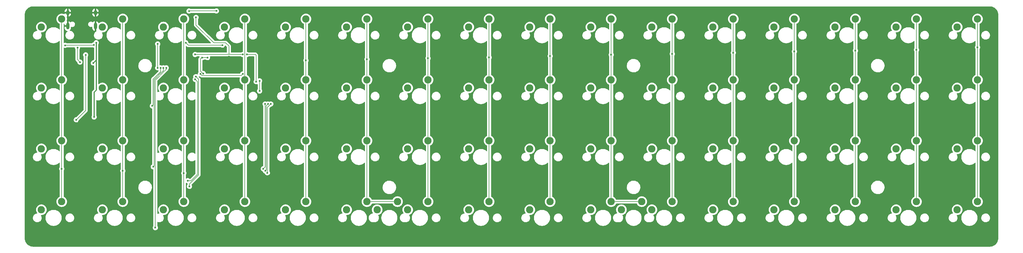
<source format=gbr>
%TF.GenerationSoftware,KiCad,Pcbnew,(6.0.11)*%
%TF.CreationDate,2023-02-13T13:43:31-05:00*%
%TF.ProjectId,HardLight,48617264-4c69-4676-9874-2e6b69636164,Mark 2 Rev F*%
%TF.SameCoordinates,Original*%
%TF.FileFunction,Copper,L1,Top*%
%TF.FilePolarity,Positive*%
%FSLAX46Y46*%
G04 Gerber Fmt 4.6, Leading zero omitted, Abs format (unit mm)*
G04 Created by KiCad (PCBNEW (6.0.11)) date 2023-02-13 13:43:31*
%MOMM*%
%LPD*%
G01*
G04 APERTURE LIST*
%TA.AperFunction,ComponentPad*%
%ADD10C,2.286000*%
%TD*%
%TA.AperFunction,ComponentPad*%
%ADD11O,1.000000X1.600000*%
%TD*%
%TA.AperFunction,ComponentPad*%
%ADD12O,1.000000X2.100000*%
%TD*%
%TA.AperFunction,ViaPad*%
%ADD13C,0.600000*%
%TD*%
%TA.AperFunction,Conductor*%
%ADD14C,0.300000*%
%TD*%
%TA.AperFunction,Conductor*%
%ADD15C,0.200000*%
%TD*%
G04 APERTURE END LIST*
D10*
%TO.P,K2,1*%
%TO.N,14*%
X60483750Y-75882500D03*
%TO.P,K2,2*%
%TO.N,Net-(D2-Pad2)*%
X54133750Y-78422500D03*
%TD*%
%TO.P,K3,1*%
%TO.N,13*%
X79533750Y-75869800D03*
%TO.P,K3,2*%
%TO.N,Net-(D3-Pad2)*%
X73183750Y-78409800D03*
%TD*%
%TO.P,K6,1*%
%TO.N,10*%
X136683750Y-75882500D03*
%TO.P,K6,2*%
%TO.N,Net-(D6-Pad2)*%
X130333750Y-78422500D03*
%TD*%
%TO.P,K7,1*%
%TO.N,9*%
X155733750Y-75882500D03*
%TO.P,K7,2*%
%TO.N,Net-(D7-Pad2)*%
X149383750Y-78422500D03*
%TD*%
%TO.P,K8,1*%
%TO.N,8*%
X174783750Y-75882500D03*
%TO.P,K8,2*%
%TO.N,Net-(D8-Pad2)*%
X168433750Y-78422500D03*
%TD*%
%TO.P,K9,1*%
%TO.N,7*%
X193833750Y-75882500D03*
%TO.P,K9,2*%
%TO.N,Net-(D9-Pad2)*%
X187483750Y-78422500D03*
%TD*%
%TO.P,K10,1*%
%TO.N,6*%
X212883750Y-75882500D03*
%TO.P,K10,2*%
%TO.N,Net-(D10-Pad2)*%
X206533750Y-78422500D03*
%TD*%
%TO.P,K11,1*%
%TO.N,5*%
X231933750Y-75882500D03*
%TO.P,K11,2*%
%TO.N,Net-(D11-Pad2)*%
X225583750Y-78422500D03*
%TD*%
%TO.P,K12,1*%
%TO.N,4*%
X250983750Y-75882500D03*
%TO.P,K12,2*%
%TO.N,Net-(D12-Pad2)*%
X244633750Y-78422500D03*
%TD*%
%TO.P,K13,1*%
%TO.N,3*%
X270033750Y-75882500D03*
%TO.P,K13,2*%
%TO.N,Net-(D13-Pad2)*%
X263683750Y-78422500D03*
%TD*%
%TO.P,K14,1*%
%TO.N,2*%
X289083750Y-75882500D03*
%TO.P,K14,2*%
%TO.N,Net-(D14-Pad2)*%
X282733750Y-78422500D03*
%TD*%
%TO.P,K15,1*%
%TO.N,1*%
X308133750Y-75882500D03*
%TO.P,K15,2*%
%TO.N,Net-(D15-Pad2)*%
X301783750Y-78422500D03*
%TD*%
%TO.P,K16,1*%
%TO.N,0*%
X327183750Y-75882500D03*
%TO.P,K16,2*%
%TO.N,Net-(D16-Pad2)*%
X320833750Y-78422500D03*
%TD*%
%TO.P,K17,1*%
%TO.N,15*%
X41433750Y-94932500D03*
%TO.P,K17,2*%
%TO.N,Net-(D17-Pad2)*%
X35083750Y-97472500D03*
%TD*%
%TO.P,K18,1*%
%TO.N,14*%
X60483750Y-94932500D03*
%TO.P,K18,2*%
%TO.N,Net-(D18-Pad2)*%
X54133750Y-97472500D03*
%TD*%
%TO.P,K19,1*%
%TO.N,13*%
X79533750Y-94932500D03*
%TO.P,K19,2*%
%TO.N,Net-(D19-Pad2)*%
X73183750Y-97472500D03*
%TD*%
%TO.P,K22,1*%
%TO.N,10*%
X136683750Y-94932500D03*
%TO.P,K22,2*%
%TO.N,Net-(D22-Pad2)*%
X130333750Y-97472500D03*
%TD*%
%TO.P,K23,1*%
%TO.N,9*%
X155733750Y-94932500D03*
%TO.P,K23,2*%
%TO.N,Net-(D23-Pad2)*%
X149383750Y-97472500D03*
%TD*%
%TO.P,K24,1*%
%TO.N,8*%
X174783750Y-94932500D03*
%TO.P,K24,2*%
%TO.N,Net-(D24-Pad2)*%
X168433750Y-97472500D03*
%TD*%
%TO.P,K25,1*%
%TO.N,7*%
X193833750Y-94932500D03*
%TO.P,K25,2*%
%TO.N,Net-(D25-Pad2)*%
X187483750Y-97472500D03*
%TD*%
%TO.P,K26,1*%
%TO.N,6*%
X212883750Y-94932500D03*
%TO.P,K26,2*%
%TO.N,Net-(D26-Pad2)*%
X206533750Y-97472500D03*
%TD*%
%TO.P,K27,1*%
%TO.N,5*%
X231933750Y-94932500D03*
%TO.P,K27,2*%
%TO.N,Net-(D27-Pad2)*%
X225583750Y-97472500D03*
%TD*%
%TO.P,K28,1*%
%TO.N,4*%
X250983750Y-94932500D03*
%TO.P,K28,2*%
%TO.N,Net-(D28-Pad2)*%
X244633750Y-97472500D03*
%TD*%
%TO.P,K29,1*%
%TO.N,3*%
X270033750Y-94932500D03*
%TO.P,K29,2*%
%TO.N,Net-(D29-Pad2)*%
X263683750Y-97472500D03*
%TD*%
%TO.P,K30,1*%
%TO.N,2*%
X289083750Y-94932500D03*
%TO.P,K30,2*%
%TO.N,Net-(D30-Pad2)*%
X282733750Y-97472500D03*
%TD*%
%TO.P,K31,1*%
%TO.N,1*%
X308133750Y-94932500D03*
%TO.P,K31,2*%
%TO.N,Net-(D31-Pad2)*%
X301783750Y-97472500D03*
%TD*%
%TO.P,K32,1*%
%TO.N,0*%
X327183750Y-94932500D03*
%TO.P,K32,2*%
%TO.N,Net-(D32-Pad2)*%
X320833750Y-97472500D03*
%TD*%
%TO.P,K33,1*%
%TO.N,15*%
X41433750Y-113982500D03*
%TO.P,K33,2*%
%TO.N,Net-(D33-Pad2)*%
X35083750Y-116522500D03*
%TD*%
%TO.P,K34,1*%
%TO.N,14*%
X60483750Y-113982500D03*
%TO.P,K34,2*%
%TO.N,Net-(D34-Pad2)*%
X54133750Y-116522500D03*
%TD*%
%TO.P,K35,1*%
%TO.N,13*%
X79533750Y-113982500D03*
%TO.P,K35,2*%
%TO.N,Net-(D35-Pad2)*%
X73183750Y-116522500D03*
%TD*%
%TO.P,K36,1*%
%TO.N,12*%
X98583750Y-113982500D03*
%TO.P,K36,2*%
%TO.N,Net-(D36-Pad2)*%
X92233750Y-116522500D03*
%TD*%
%TO.P,K37,1*%
%TO.N,11*%
X117633750Y-113982500D03*
%TO.P,K37,2*%
%TO.N,Net-(D37-Pad2)*%
X111283750Y-116522500D03*
%TD*%
%TO.P,K38,1*%
%TO.N,10*%
X136683750Y-113982500D03*
%TO.P,K38,2*%
%TO.N,Net-(D38-Pad2)*%
X130333750Y-116522500D03*
%TD*%
%TO.P,K39,1*%
%TO.N,9*%
X155733750Y-113982500D03*
%TO.P,K39,2*%
%TO.N,Net-(D39-Pad2)*%
X149383750Y-116522500D03*
%TD*%
%TO.P,K40,1*%
%TO.N,8*%
X174783750Y-113982500D03*
%TO.P,K40,2*%
%TO.N,Net-(D40-Pad2)*%
X168433750Y-116522500D03*
%TD*%
%TO.P,K41,1*%
%TO.N,7*%
X193833750Y-113982500D03*
%TO.P,K41,2*%
%TO.N,Net-(D41-Pad2)*%
X187483750Y-116522500D03*
%TD*%
%TO.P,K42,1*%
%TO.N,6*%
X212883750Y-113982500D03*
%TO.P,K42,2*%
%TO.N,Net-(D42-Pad2)*%
X206533750Y-116522500D03*
%TD*%
%TO.P,K43,1*%
%TO.N,5*%
X231933750Y-113982500D03*
%TO.P,K43,2*%
%TO.N,Net-(D43-Pad2)*%
X225583750Y-116522500D03*
%TD*%
%TO.P,K44,1*%
%TO.N,4*%
X250983750Y-113982500D03*
%TO.P,K44,2*%
%TO.N,Net-(D44-Pad2)*%
X244633750Y-116522500D03*
%TD*%
%TO.P,K45,1*%
%TO.N,3*%
X270033750Y-113982500D03*
%TO.P,K45,2*%
%TO.N,Net-(D45-Pad2)*%
X263683750Y-116522500D03*
%TD*%
%TO.P,K46,1*%
%TO.N,2*%
X289083750Y-113982500D03*
%TO.P,K46,2*%
%TO.N,Net-(D46-Pad2)*%
X282733750Y-116522500D03*
%TD*%
%TO.P,K47,1*%
%TO.N,1*%
X308133750Y-113982500D03*
%TO.P,K47,2*%
%TO.N,Net-(D47-Pad2)*%
X301783750Y-116522500D03*
%TD*%
%TO.P,K48,1*%
%TO.N,0*%
X327183750Y-113982500D03*
%TO.P,K48,2*%
%TO.N,Net-(D48-Pad2)*%
X320833750Y-116522500D03*
%TD*%
%TO.P,K49,1*%
%TO.N,15*%
X41433750Y-133032500D03*
%TO.P,K49,2*%
%TO.N,Net-(D49-Pad2)*%
X35083750Y-135572500D03*
%TD*%
%TO.P,K50,1*%
%TO.N,14*%
X60483750Y-133032500D03*
%TO.P,K50,2*%
%TO.N,Net-(D50-Pad2)*%
X54133750Y-135572500D03*
%TD*%
%TO.P,K51,1*%
%TO.N,13*%
X79533750Y-133032500D03*
%TO.P,K51,2*%
%TO.N,Net-(D51-Pad2)*%
X73183750Y-135572500D03*
%TD*%
%TO.P,K52,1*%
%TO.N,12*%
X98583750Y-133032500D03*
%TO.P,K52,2*%
%TO.N,Net-(D52-Pad2)*%
X92233750Y-135572500D03*
%TD*%
%TO.P,K53,1*%
%TO.N,11*%
X117633750Y-133032500D03*
%TO.P,K53,2*%
%TO.N,Net-(D53-Pad2)*%
X111283750Y-135572500D03*
%TD*%
%TO.P,K54,1*%
%TO.N,10*%
X136683750Y-133032500D03*
%TO.P,K54,2*%
%TO.N,Net-(D54-Pad2)*%
X130333750Y-135572500D03*
%TD*%
%TO.P,K55,1*%
%TO.N,9*%
X155733750Y-133032500D03*
%TO.P,K55,2*%
%TO.N,Net-(D55-Pad2)*%
X149383750Y-135572500D03*
%TD*%
%TO.P,K56,1*%
%TO.N,8*%
X174783750Y-133032500D03*
%TO.P,K56,2*%
%TO.N,Net-(D56-Pad2)*%
X168433750Y-135572500D03*
%TD*%
%TO.P,K57,1*%
%TO.N,7*%
X193833750Y-133032500D03*
%TO.P,K57,2*%
%TO.N,Net-(D57-Pad2)*%
X187483750Y-135572500D03*
%TD*%
%TO.P,K58,1*%
%TO.N,6*%
X212883750Y-133032500D03*
%TO.P,K58,2*%
%TO.N,Net-(D58-Pad2)*%
X206533750Y-135572500D03*
%TD*%
%TO.P,K59,1*%
%TO.N,5*%
X231933750Y-133032500D03*
%TO.P,K59,2*%
%TO.N,Net-(D59-Pad2)*%
X225583750Y-135572500D03*
%TD*%
%TO.P,K60,1*%
%TO.N,4*%
X250983750Y-133032500D03*
%TO.P,K60,2*%
%TO.N,Net-(D60-Pad2)*%
X244633750Y-135572500D03*
%TD*%
%TO.P,K61,1*%
%TO.N,3*%
X270033750Y-133032500D03*
%TO.P,K61,2*%
%TO.N,Net-(D61-Pad2)*%
X263683750Y-135572500D03*
%TD*%
%TO.P,K62,1*%
%TO.N,2*%
X289083750Y-133032500D03*
%TO.P,K62,2*%
%TO.N,Net-(D62-Pad2)*%
X282733750Y-135572500D03*
%TD*%
%TO.P,K63,1*%
%TO.N,1*%
X308133750Y-133032500D03*
%TO.P,K63,2*%
%TO.N,Net-(D63-Pad2)*%
X301783750Y-135572500D03*
%TD*%
%TO.P,K64,1*%
%TO.N,0*%
X327183750Y-133032500D03*
%TO.P,K64,2*%
%TO.N,Net-(D64-Pad2)*%
X320833750Y-135572500D03*
%TD*%
%TO.P,K1,1*%
%TO.N,15*%
X41433750Y-75882500D03*
%TO.P,K1,2*%
%TO.N,Net-(D1-Pad2)*%
X35083750Y-78422500D03*
%TD*%
%TO.P,K4,1*%
%TO.N,12*%
X98583750Y-75882500D03*
%TO.P,K4,2*%
%TO.N,Net-(D4-Pad2)*%
X92233750Y-78422500D03*
%TD*%
%TO.P,K5,1*%
%TO.N,11*%
X117633750Y-75882500D03*
%TO.P,K5,2*%
%TO.N,Net-(D5-Pad2)*%
X111283750Y-78422500D03*
%TD*%
%TO.P,K21,1*%
%TO.N,11*%
X117633750Y-94932500D03*
%TO.P,K21,2*%
%TO.N,Net-(D21-Pad2)*%
X111283750Y-97472500D03*
%TD*%
%TO.P,K20,1*%
%TO.N,12*%
X98583750Y-94932500D03*
%TO.P,K20,2*%
%TO.N,Net-(D20-Pad2)*%
X92233750Y-97472500D03*
%TD*%
%TO.P,K54.1,1*%
%TO.N,10*%
X146208750Y-133032500D03*
%TO.P,K54.1,2*%
%TO.N,Net-(D54-Pad2)*%
X139858750Y-135572500D03*
%TD*%
%TO.P,K58.1,1*%
%TO.N,6*%
X222408750Y-133032500D03*
%TO.P,K58.1,2*%
%TO.N,Net-(D58-Pad2)*%
X216058750Y-135572500D03*
%TD*%
D11*
%TO.P,J0,S1,SHIELD*%
%TO.N,GND*%
X43305000Y-73905400D03*
D12*
X43305000Y-78085400D03*
D11*
X51945000Y-73905400D03*
D12*
X51945000Y-78085400D03*
%TD*%
D13*
%TO.N,GND*%
X80957400Y-79370000D03*
X86513300Y-89688100D03*
X82702400Y-98171000D03*
X101092000Y-85725000D03*
X95885000Y-95250000D03*
X49663363Y-81401356D03*
X91338400Y-85750400D03*
X93472000Y-91567000D03*
X93599000Y-87688000D03*
X85719600Y-90481800D03*
X83947000Y-82931000D03*
X80822800Y-86309200D03*
X95377000Y-77597000D03*
X86995000Y-83058000D03*
X96037700Y-85719600D03*
X78232000Y-91440000D03*
X324623300Y-104768400D03*
X81153000Y-124739400D03*
X70231000Y-91567000D03*
X86995000Y-78232000D03*
X86995000Y-75565000D03*
X100711000Y-95250000D03*
X78587600Y-83286600D03*
X46831250Y-107950000D03*
X87702393Y-95253807D03*
X102235000Y-102235000D03*
X89255600Y-79502000D03*
X86513300Y-91275500D03*
X87307000Y-90481800D03*
X78689200Y-86080600D03*
X89204800Y-99999800D03*
X77089000Y-88163400D03*
%TO.N,VBUS*%
X51308000Y-89662000D03*
X52197000Y-83312000D03*
X51562000Y-106553000D03*
%TO.N,~{RESET}*%
X103187500Y-98425000D03*
X97917000Y-93091000D03*
X84709000Y-93091000D03*
X103187500Y-95250000D03*
%TO.N,+1V1*%
X85259066Y-87968934D03*
X86928314Y-87968934D03*
X85598000Y-92964000D03*
%TO.N,CS*%
X81153000Y-73406000D03*
X89700000Y-73367800D03*
%TO.N,0*%
X327183750Y-84746550D03*
%TO.N,1*%
X308133750Y-85541450D03*
%TO.N,2*%
X289083750Y-85820250D03*
%TO.N,3*%
X270033750Y-86074250D03*
%TO.N,4*%
X250983750Y-86455250D03*
%TO.N,5*%
X231933750Y-86836250D03*
%TO.N,6*%
X212883750Y-87090250D03*
%TO.N,7*%
X193833750Y-87471250D03*
%TO.N,8*%
X174783750Y-87915750D03*
%TO.N,9*%
X155733750Y-88169750D03*
%TO.N,10*%
X136683750Y-88487250D03*
%TO.N,11*%
X117633750Y-88868250D03*
%TO.N,13*%
X106680000Y-102489000D03*
X79533750Y-124098050D03*
X105613200Y-124028200D03*
%TO.N,14*%
X105791000Y-102489000D03*
X60483750Y-123399550D03*
X104938768Y-123403774D03*
%TO.N,15*%
X41433750Y-122777250D03*
X104902000Y-102489000D03*
X104343200Y-122758200D03*
%TO.N,23*%
X74041000Y-91186000D03*
X70642250Y-141193750D03*
%TO.N,24*%
X73152000Y-91186000D03*
X70007250Y-122143750D03*
%TO.N,26{slash}A0*%
X91567000Y-84074000D03*
X51484797Y-84011010D03*
X80137000Y-83312000D03*
X71374000Y-91186000D03*
X42532770Y-84137500D03*
X71374000Y-83693000D03*
%TO.N,27{slash}A1*%
X48895000Y-87122000D03*
X45974000Y-107442000D03*
%TO.N,+3V3*%
X47142400Y-89382600D03*
X46355000Y-84836000D03*
X83058000Y-86995000D03*
X97917000Y-86995000D03*
X99187000Y-86995000D03*
X102108000Y-95504000D03*
X83338500Y-75401500D03*
%TO.N,25*%
X69692750Y-103093750D03*
X72263000Y-91186000D03*
%TO.N,17*%
X83286600Y-93929200D03*
X81280000Y-128270000D03*
%TO.N,16*%
X83083400Y-94792800D03*
X80772000Y-126492000D03*
%TD*%
D14*
%TO.N,VBUS*%
X51533329Y-98834671D02*
X51533329Y-106524329D01*
X52197000Y-88773000D02*
X51308000Y-89662000D01*
X52197000Y-98171000D02*
X51533329Y-98834671D01*
X51533329Y-106524329D02*
X51562000Y-106553000D01*
X52197000Y-88773000D02*
X52197000Y-98171000D01*
X52197000Y-83312000D02*
X52197000Y-88773000D01*
D15*
%TO.N,~{RESET}*%
X85206307Y-93588307D02*
X84709000Y-93091000D01*
X97419693Y-93588307D02*
X85206307Y-93588307D01*
X103187500Y-95250000D02*
X103187500Y-98425000D01*
X97917000Y-93091000D02*
X97419693Y-93588307D01*
%TO.N,+1V1*%
X85471000Y-92964000D02*
X85598000Y-92964000D01*
X85132066Y-87968934D02*
X84709000Y-88392000D01*
X84709000Y-92202000D02*
X85471000Y-92964000D01*
X85259066Y-87968934D02*
X85132066Y-87968934D01*
X84709000Y-88392000D02*
X84709000Y-92202000D01*
X86928314Y-87968934D02*
X85259066Y-87968934D01*
%TO.N,CS*%
X89700000Y-73367800D02*
X81191200Y-73367800D01*
X81191200Y-73367800D02*
X81153000Y-73406000D01*
%TO.N,0*%
X327183750Y-84746550D02*
X327183750Y-133032500D01*
X327183750Y-75882500D02*
X327183750Y-84746550D01*
%TO.N,1*%
X308133750Y-133032500D02*
X308133750Y-85541450D01*
X308133750Y-85541450D02*
X308133750Y-75882500D01*
%TO.N,2*%
X289083750Y-75882500D02*
X289083750Y-85820250D01*
X289083750Y-85820250D02*
X289083750Y-133032500D01*
%TO.N,3*%
X270033750Y-133032500D02*
X270033750Y-86074250D01*
X270033750Y-86074250D02*
X270033750Y-75882500D01*
%TO.N,4*%
X250983750Y-86455250D02*
X250983750Y-133032500D01*
X250983750Y-75882500D02*
X250983750Y-86455250D01*
%TO.N,5*%
X231933750Y-86836250D02*
X231933750Y-75882500D01*
X231933750Y-133032500D02*
X231933750Y-86836250D01*
%TO.N,6*%
X212883750Y-75882500D02*
X212883750Y-87090250D01*
X212883750Y-87090250D02*
X212883750Y-133032500D01*
X212883750Y-133032500D02*
X222408750Y-133032500D01*
%TO.N,7*%
X193833750Y-133032500D02*
X193833750Y-87471250D01*
X193833750Y-87471250D02*
X193833750Y-75882500D01*
%TO.N,8*%
X174783750Y-75882500D02*
X174783750Y-87915750D01*
X174783750Y-87915750D02*
X174783750Y-133032500D01*
%TO.N,9*%
X155733750Y-133032500D02*
X155733750Y-88169750D01*
X155733750Y-88169750D02*
X155733750Y-75882500D01*
%TO.N,10*%
X136683750Y-88487250D02*
X136683750Y-75882500D01*
X136683750Y-133032500D02*
X136683750Y-88487250D01*
X136683750Y-133032500D02*
X146208750Y-133032500D01*
%TO.N,11*%
X117633750Y-75882500D02*
X117633750Y-88868250D01*
X117633750Y-88868250D02*
X117633750Y-133032500D01*
%TO.N,12*%
X98583750Y-93503750D02*
X98583750Y-75882500D01*
X98583750Y-133032500D02*
X98583750Y-93503750D01*
%TO.N,13*%
X79533750Y-75869800D02*
X79533750Y-93630750D01*
X106680000Y-102489000D02*
X105601040Y-103567960D01*
X105601040Y-103567960D02*
X105601040Y-121730040D01*
X105601040Y-124016040D02*
X105613200Y-124028200D01*
X79533750Y-93630750D02*
X79533750Y-94932500D01*
X79533750Y-122904250D02*
X79533750Y-133032500D01*
X79533750Y-94932500D02*
X79533750Y-122904250D01*
X105601040Y-122363960D02*
X105601040Y-124016040D01*
X105601040Y-122363960D02*
X105601040Y-121730040D01*
%TO.N,14*%
X105251520Y-103028480D02*
X105251520Y-121722880D01*
X105251520Y-121722880D02*
X105251520Y-123091022D01*
X105251520Y-123091022D02*
X104938768Y-123403774D01*
X60483750Y-133032500D02*
X60483750Y-123399550D01*
X60483750Y-93122750D02*
X60483750Y-75882500D01*
X60483750Y-123399550D02*
X60483750Y-122840750D01*
X60483750Y-94932500D02*
X60483750Y-93122750D01*
X105791000Y-102489000D02*
X105251520Y-103028480D01*
X60483750Y-122840750D02*
X60483750Y-94932500D01*
%TO.N,15*%
X41433750Y-96742250D02*
X41433750Y-97631250D01*
X41433750Y-94932500D02*
X41433750Y-96742250D01*
X41433750Y-122777250D02*
X41433750Y-133032500D01*
X41433750Y-94932500D02*
X41433750Y-93091000D01*
X104902000Y-121081800D02*
X104902000Y-122199400D01*
X104902000Y-102489000D02*
X104902000Y-121081800D01*
X41402000Y-97663000D02*
X41433750Y-97694750D01*
X41433750Y-97694750D02*
X41433750Y-122777250D01*
X41433750Y-93091000D02*
X41433750Y-75882500D01*
X104902000Y-122199400D02*
X104343200Y-122758200D01*
X41433750Y-97631250D02*
X41402000Y-97663000D01*
%TO.N,23*%
X71022215Y-94644215D02*
X73181215Y-92485215D01*
X70633329Y-141184829D02*
X70642250Y-141193750D01*
X74041000Y-91625430D02*
X73181215Y-92485215D01*
X71022215Y-94644215D02*
X70633329Y-95033101D01*
X70633329Y-95033101D02*
X70633329Y-141184829D01*
X74041000Y-91186000D02*
X74041000Y-91625430D01*
%TO.N,24*%
X70283809Y-121867191D02*
X70007250Y-122143750D01*
X70584567Y-94587567D02*
X70283809Y-94888326D01*
X70283809Y-94888326D02*
X70283809Y-121867191D01*
X73152000Y-91186000D02*
X73152000Y-92020134D01*
X70584567Y-94587567D02*
X72235567Y-92936567D01*
X73152000Y-92020134D02*
X72235567Y-92936567D01*
%TO.N,26{slash}A0*%
X80899000Y-84074000D02*
X91567000Y-84074000D01*
X51363607Y-84132200D02*
X51484797Y-84011010D01*
X71374000Y-89027000D02*
X71374000Y-83693000D01*
X80137000Y-83312000D02*
X80899000Y-84074000D01*
X71374000Y-91186000D02*
X71374000Y-89027000D01*
X42532770Y-84137500D02*
X42538070Y-84132200D01*
X42538070Y-84132200D02*
X51363607Y-84132200D01*
%TO.N,27{slash}A1*%
X48895000Y-87122000D02*
X48895000Y-104521000D01*
X48895000Y-104521000D02*
X45974000Y-107442000D01*
%TO.N,+3V3*%
X46355000Y-88595200D02*
X46355000Y-84836000D01*
X93599000Y-84365121D02*
X92572379Y-83338500D01*
X83338500Y-77782600D02*
X88894400Y-83338500D01*
X83338500Y-77782600D02*
X83338500Y-75401500D01*
X47142400Y-89382600D02*
X46355000Y-88595200D01*
X102108000Y-95504000D02*
X102108000Y-87249000D01*
X97917000Y-86995000D02*
X93599000Y-86995000D01*
X93599000Y-86995000D02*
X93599000Y-84365121D01*
X102108000Y-87249000D02*
X101854000Y-86995000D01*
X92572379Y-83338500D02*
X88894400Y-83338500D01*
X93599000Y-86995000D02*
X83058000Y-86995000D01*
X101854000Y-86995000D02*
X99187000Y-86995000D01*
%TO.N,25*%
X72263000Y-92414838D02*
X71289919Y-93387919D01*
X69934289Y-94743551D02*
X69934289Y-102852211D01*
X70210419Y-94467419D02*
X71289919Y-93387919D01*
X72263000Y-91186000D02*
X72263000Y-92414838D01*
X69934289Y-102852211D02*
X69692750Y-103093750D01*
X70210419Y-94467419D02*
X69934289Y-94743551D01*
%TO.N,17*%
X84117286Y-124657010D02*
X81280000Y-127494296D01*
X83286600Y-93929200D02*
X84130990Y-94773590D01*
X84130990Y-124657010D02*
X84117286Y-124657010D01*
X84130990Y-94773590D02*
X84130990Y-124657010D01*
X81280000Y-127494296D02*
X81280000Y-128270000D01*
%TO.N,16*%
X80772000Y-126492000D02*
X81788000Y-126492000D01*
X83781470Y-95490870D02*
X83781470Y-124498530D01*
X83083400Y-94792800D02*
X83781470Y-95490870D01*
X83781470Y-124498530D02*
X81788000Y-126492000D01*
%TD*%
%TA.AperFunction,Conductor*%
%TO.N,GND*%
G36*
X330963765Y-71947501D02*
G01*
X330978589Y-71949810D01*
X330978598Y-71949810D01*
X330987466Y-71951191D01*
X331005463Y-71948838D01*
X331028857Y-71947972D01*
X331285243Y-71962375D01*
X331299265Y-71963956D01*
X331580114Y-72011678D01*
X331593879Y-72014820D01*
X331776321Y-72067383D01*
X331867620Y-72093687D01*
X331880957Y-72098354D01*
X332144136Y-72207370D01*
X332156865Y-72213500D01*
X332406199Y-72351304D01*
X332418159Y-72358820D01*
X332650484Y-72523667D01*
X332661531Y-72532477D01*
X332824935Y-72678506D01*
X332873938Y-72722299D01*
X332883928Y-72732290D01*
X333073752Y-72944706D01*
X333082562Y-72955753D01*
X333247405Y-73188081D01*
X333254922Y-73200045D01*
X333392714Y-73449363D01*
X333398845Y-73462094D01*
X333507859Y-73725281D01*
X333512526Y-73738617D01*
X333551957Y-73875486D01*
X333591014Y-74011054D01*
X333591389Y-74012356D01*
X333594531Y-74026124D01*
X333642248Y-74306971D01*
X333642249Y-74306974D01*
X333643830Y-74321009D01*
X333656257Y-74542277D01*
X333657832Y-74570330D01*
X333656529Y-74596781D01*
X333655059Y-74606224D01*
X333656223Y-74615126D01*
X333656223Y-74615128D01*
X333659186Y-74637783D01*
X333660250Y-74654121D01*
X333660250Y-144413133D01*
X333658750Y-144432518D01*
X333656440Y-144447351D01*
X333656440Y-144447355D01*
X333655059Y-144456224D01*
X333656886Y-144470192D01*
X333657412Y-144474216D01*
X333658278Y-144497619D01*
X333643881Y-144753991D01*
X333642300Y-144768027D01*
X333632792Y-144823983D01*
X333594580Y-145048881D01*
X333591436Y-145062656D01*
X333512572Y-145336403D01*
X333507905Y-145349739D01*
X333398892Y-145612925D01*
X333392767Y-145625645D01*
X333255606Y-145873820D01*
X333254964Y-145874982D01*
X333247448Y-145886944D01*
X333082591Y-146119293D01*
X333073792Y-146130326D01*
X332883984Y-146342724D01*
X332883964Y-146342746D01*
X332873983Y-146352728D01*
X332661553Y-146542570D01*
X332650519Y-146551369D01*
X332418179Y-146716226D01*
X332406216Y-146723743D01*
X332156893Y-146861543D01*
X332144162Y-146867674D01*
X331880977Y-146976692D01*
X331867641Y-146981359D01*
X331593890Y-147060229D01*
X331580121Y-147063372D01*
X331539529Y-147070269D01*
X331299280Y-147111092D01*
X331285240Y-147112675D01*
X331036381Y-147126654D01*
X331009937Y-147125353D01*
X331009567Y-147125296D01*
X331000018Y-147123809D01*
X330971795Y-147127500D01*
X330968461Y-147127936D01*
X330952122Y-147129000D01*
X32593117Y-147129000D01*
X32573732Y-147127500D01*
X32558899Y-147125190D01*
X32558895Y-147125190D01*
X32550026Y-147123809D01*
X32541124Y-147124973D01*
X32541122Y-147124973D01*
X32538218Y-147125353D01*
X32532030Y-147126162D01*
X32508633Y-147127028D01*
X32252258Y-147112631D01*
X32238226Y-147111050D01*
X32097798Y-147087190D01*
X31957374Y-147063330D01*
X31943599Y-147060186D01*
X31669859Y-146981323D01*
X31656522Y-146976656D01*
X31393332Y-146867639D01*
X31380602Y-146861508D01*
X31131282Y-146723714D01*
X31119318Y-146716197D01*
X30947173Y-146594054D01*
X30886986Y-146551350D01*
X30875940Y-146542541D01*
X30663526Y-146352715D01*
X30653535Y-146342724D01*
X30463709Y-146130310D01*
X30454899Y-146119262D01*
X30290053Y-145886932D01*
X30282536Y-145874968D01*
X30144742Y-145625648D01*
X30138611Y-145612918D01*
X30029594Y-145349728D01*
X30024927Y-145336391D01*
X29946064Y-145062651D01*
X29942920Y-145048876D01*
X29895201Y-144768029D01*
X29893619Y-144753988D01*
X29879839Y-144508602D01*
X29881161Y-144484708D01*
X29881084Y-144484701D01*
X29881287Y-144482437D01*
X29881387Y-144480631D01*
X29881520Y-144479842D01*
X29882326Y-144475052D01*
X29882479Y-144462500D01*
X29878523Y-144434876D01*
X29877250Y-144417014D01*
X29877250Y-138048232D01*
X32450950Y-138048232D01*
X32459604Y-138278768D01*
X32506978Y-138504550D01*
X32508936Y-138509509D01*
X32508937Y-138509511D01*
X32537695Y-138582330D01*
X32591717Y-138719122D01*
X32711397Y-138916349D01*
X32714894Y-138920379D01*
X32808518Y-139028271D01*
X32862597Y-139090592D01*
X32866728Y-139093979D01*
X33036865Y-139233484D01*
X33036871Y-139233488D01*
X33040993Y-139236868D01*
X33241485Y-139350994D01*
X33246501Y-139352815D01*
X33246506Y-139352817D01*
X33453325Y-139427889D01*
X33453329Y-139427890D01*
X33458340Y-139429709D01*
X33463589Y-139430658D01*
X33463592Y-139430659D01*
X33681273Y-139470022D01*
X33681280Y-139470023D01*
X33685357Y-139470760D01*
X33703094Y-139471596D01*
X33708042Y-139471830D01*
X33708049Y-139471830D01*
X33709530Y-139471900D01*
X33871675Y-139471900D01*
X33938631Y-139466219D01*
X34038312Y-139457761D01*
X34038316Y-139457760D01*
X34043623Y-139457310D01*
X34048778Y-139455972D01*
X34048784Y-139455971D01*
X34261753Y-139400695D01*
X34261757Y-139400694D01*
X34266922Y-139399353D01*
X34271788Y-139397161D01*
X34271791Y-139397160D01*
X34472399Y-139306793D01*
X34477265Y-139304601D01*
X34481685Y-139301625D01*
X34481689Y-139301623D01*
X34640636Y-139194612D01*
X34668635Y-139175762D01*
X34835562Y-139016522D01*
X34902883Y-138926039D01*
X34970087Y-138835714D01*
X34970089Y-138835711D01*
X34973271Y-138831434D01*
X35029990Y-138719877D01*
X35075408Y-138630546D01*
X35075408Y-138630545D01*
X35077827Y-138625788D01*
X35117093Y-138499331D01*
X35144655Y-138410570D01*
X35144656Y-138410564D01*
X35146239Y-138405467D01*
X35164202Y-138269938D01*
X36391350Y-138269938D01*
X36430814Y-138582330D01*
X36509120Y-138887313D01*
X36625034Y-139180077D01*
X36626936Y-139183536D01*
X36626937Y-139183539D01*
X36769611Y-139443061D01*
X36776726Y-139456004D01*
X36961805Y-139710744D01*
X37177352Y-139940278D01*
X37419968Y-140140987D01*
X37685826Y-140309706D01*
X37689405Y-140311390D01*
X37689412Y-140311394D01*
X37967144Y-140442084D01*
X37967148Y-140442086D01*
X37970734Y-140443773D01*
X38270198Y-140541075D01*
X38579496Y-140600077D01*
X38673050Y-140605963D01*
X38813108Y-140614775D01*
X38813124Y-140614776D01*
X38815103Y-140614900D01*
X38972397Y-140614900D01*
X38974376Y-140614776D01*
X38974392Y-140614775D01*
X39114450Y-140605963D01*
X39208004Y-140600077D01*
X39517302Y-140541075D01*
X39816766Y-140443773D01*
X39820352Y-140442086D01*
X39820356Y-140442084D01*
X40098088Y-140311394D01*
X40098095Y-140311390D01*
X40101674Y-140309706D01*
X40367532Y-140140987D01*
X40610148Y-139940278D01*
X40825695Y-139710744D01*
X41010774Y-139456004D01*
X41017890Y-139443061D01*
X41160563Y-139183539D01*
X41160564Y-139183536D01*
X41162466Y-139180077D01*
X41278380Y-138887313D01*
X41356686Y-138582330D01*
X41396150Y-138269938D01*
X41396150Y-138048232D01*
X42610950Y-138048232D01*
X42619604Y-138278768D01*
X42666978Y-138504550D01*
X42668936Y-138509509D01*
X42668937Y-138509511D01*
X42697695Y-138582330D01*
X42751717Y-138719122D01*
X42871397Y-138916349D01*
X42874894Y-138920379D01*
X42968518Y-139028271D01*
X43022597Y-139090592D01*
X43026728Y-139093979D01*
X43196865Y-139233484D01*
X43196871Y-139233488D01*
X43200993Y-139236868D01*
X43401485Y-139350994D01*
X43406501Y-139352815D01*
X43406506Y-139352817D01*
X43613325Y-139427889D01*
X43613329Y-139427890D01*
X43618340Y-139429709D01*
X43623589Y-139430658D01*
X43623592Y-139430659D01*
X43841273Y-139470022D01*
X43841280Y-139470023D01*
X43845357Y-139470760D01*
X43863094Y-139471596D01*
X43868042Y-139471830D01*
X43868049Y-139471830D01*
X43869530Y-139471900D01*
X44031675Y-139471900D01*
X44098631Y-139466219D01*
X44198312Y-139457761D01*
X44198316Y-139457760D01*
X44203623Y-139457310D01*
X44208778Y-139455972D01*
X44208784Y-139455971D01*
X44421753Y-139400695D01*
X44421757Y-139400694D01*
X44426922Y-139399353D01*
X44431788Y-139397161D01*
X44431791Y-139397160D01*
X44632399Y-139306793D01*
X44637265Y-139304601D01*
X44641685Y-139301625D01*
X44641689Y-139301623D01*
X44800636Y-139194612D01*
X44828635Y-139175762D01*
X44995562Y-139016522D01*
X45062883Y-138926039D01*
X45130087Y-138835714D01*
X45130089Y-138835711D01*
X45133271Y-138831434D01*
X45189990Y-138719877D01*
X45235408Y-138630546D01*
X45235408Y-138630545D01*
X45237827Y-138625788D01*
X45277093Y-138499331D01*
X45304655Y-138410570D01*
X45304656Y-138410564D01*
X45306239Y-138405467D01*
X45336550Y-138176768D01*
X45331725Y-138048232D01*
X51500950Y-138048232D01*
X51509604Y-138278768D01*
X51556978Y-138504550D01*
X51558936Y-138509509D01*
X51558937Y-138509511D01*
X51587695Y-138582330D01*
X51641717Y-138719122D01*
X51761397Y-138916349D01*
X51764894Y-138920379D01*
X51858518Y-139028271D01*
X51912597Y-139090592D01*
X51916728Y-139093979D01*
X52086865Y-139233484D01*
X52086871Y-139233488D01*
X52090993Y-139236868D01*
X52291485Y-139350994D01*
X52296501Y-139352815D01*
X52296506Y-139352817D01*
X52503325Y-139427889D01*
X52503329Y-139427890D01*
X52508340Y-139429709D01*
X52513589Y-139430658D01*
X52513592Y-139430659D01*
X52731273Y-139470022D01*
X52731280Y-139470023D01*
X52735357Y-139470760D01*
X52753094Y-139471596D01*
X52758042Y-139471830D01*
X52758049Y-139471830D01*
X52759530Y-139471900D01*
X52921675Y-139471900D01*
X52988631Y-139466219D01*
X53088312Y-139457761D01*
X53088316Y-139457760D01*
X53093623Y-139457310D01*
X53098778Y-139455972D01*
X53098784Y-139455971D01*
X53311753Y-139400695D01*
X53311757Y-139400694D01*
X53316922Y-139399353D01*
X53321788Y-139397161D01*
X53321791Y-139397160D01*
X53522399Y-139306793D01*
X53527265Y-139304601D01*
X53531685Y-139301625D01*
X53531689Y-139301623D01*
X53690636Y-139194612D01*
X53718635Y-139175762D01*
X53885562Y-139016522D01*
X53952883Y-138926039D01*
X54020087Y-138835714D01*
X54020089Y-138835711D01*
X54023271Y-138831434D01*
X54079990Y-138719877D01*
X54125408Y-138630546D01*
X54125408Y-138630545D01*
X54127827Y-138625788D01*
X54167093Y-138499331D01*
X54194655Y-138410570D01*
X54194656Y-138410564D01*
X54196239Y-138405467D01*
X54214202Y-138269938D01*
X55441350Y-138269938D01*
X55480814Y-138582330D01*
X55559120Y-138887313D01*
X55675034Y-139180077D01*
X55676936Y-139183536D01*
X55676937Y-139183539D01*
X55819611Y-139443061D01*
X55826726Y-139456004D01*
X56011805Y-139710744D01*
X56227352Y-139940278D01*
X56469968Y-140140987D01*
X56735826Y-140309706D01*
X56739405Y-140311390D01*
X56739412Y-140311394D01*
X57017144Y-140442084D01*
X57017148Y-140442086D01*
X57020734Y-140443773D01*
X57320198Y-140541075D01*
X57629496Y-140600077D01*
X57723050Y-140605963D01*
X57863108Y-140614775D01*
X57863124Y-140614776D01*
X57865103Y-140614900D01*
X58022397Y-140614900D01*
X58024376Y-140614776D01*
X58024392Y-140614775D01*
X58164450Y-140605963D01*
X58258004Y-140600077D01*
X58567302Y-140541075D01*
X58866766Y-140443773D01*
X58870352Y-140442086D01*
X58870356Y-140442084D01*
X59148088Y-140311394D01*
X59148095Y-140311390D01*
X59151674Y-140309706D01*
X59417532Y-140140987D01*
X59660148Y-139940278D01*
X59875695Y-139710744D01*
X60060774Y-139456004D01*
X60067890Y-139443061D01*
X60210563Y-139183539D01*
X60210564Y-139183536D01*
X60212466Y-139180077D01*
X60328380Y-138887313D01*
X60406686Y-138582330D01*
X60446150Y-138269938D01*
X60446150Y-138048232D01*
X61660950Y-138048232D01*
X61669604Y-138278768D01*
X61716978Y-138504550D01*
X61718936Y-138509509D01*
X61718937Y-138509511D01*
X61747695Y-138582330D01*
X61801717Y-138719122D01*
X61921397Y-138916349D01*
X61924894Y-138920379D01*
X62018518Y-139028271D01*
X62072597Y-139090592D01*
X62076728Y-139093979D01*
X62246865Y-139233484D01*
X62246871Y-139233488D01*
X62250993Y-139236868D01*
X62451485Y-139350994D01*
X62456501Y-139352815D01*
X62456506Y-139352817D01*
X62663325Y-139427889D01*
X62663329Y-139427890D01*
X62668340Y-139429709D01*
X62673589Y-139430658D01*
X62673592Y-139430659D01*
X62891273Y-139470022D01*
X62891280Y-139470023D01*
X62895357Y-139470760D01*
X62913094Y-139471596D01*
X62918042Y-139471830D01*
X62918049Y-139471830D01*
X62919530Y-139471900D01*
X63081675Y-139471900D01*
X63148631Y-139466219D01*
X63248312Y-139457761D01*
X63248316Y-139457760D01*
X63253623Y-139457310D01*
X63258778Y-139455972D01*
X63258784Y-139455971D01*
X63471753Y-139400695D01*
X63471757Y-139400694D01*
X63476922Y-139399353D01*
X63481788Y-139397161D01*
X63481791Y-139397160D01*
X63682399Y-139306793D01*
X63687265Y-139304601D01*
X63691685Y-139301625D01*
X63691689Y-139301623D01*
X63850636Y-139194612D01*
X63878635Y-139175762D01*
X64045562Y-139016522D01*
X64112883Y-138926039D01*
X64180087Y-138835714D01*
X64180089Y-138835711D01*
X64183271Y-138831434D01*
X64239990Y-138719877D01*
X64285408Y-138630546D01*
X64285408Y-138630545D01*
X64287827Y-138625788D01*
X64327093Y-138499331D01*
X64354655Y-138410570D01*
X64354656Y-138410564D01*
X64356239Y-138405467D01*
X64386550Y-138176768D01*
X64377896Y-137946232D01*
X64330522Y-137720450D01*
X64301360Y-137646606D01*
X64281061Y-137595207D01*
X64245783Y-137505878D01*
X64126103Y-137308651D01*
X64122606Y-137304621D01*
X63978403Y-137138441D01*
X63978401Y-137138439D01*
X63974903Y-137134408D01*
X63932768Y-137099860D01*
X63800635Y-136991516D01*
X63800629Y-136991512D01*
X63796507Y-136988132D01*
X63596015Y-136874006D01*
X63590999Y-136872185D01*
X63590994Y-136872183D01*
X63384175Y-136797111D01*
X63384171Y-136797110D01*
X63379160Y-136795291D01*
X63373911Y-136794342D01*
X63373908Y-136794341D01*
X63156227Y-136754978D01*
X63156220Y-136754977D01*
X63152143Y-136754240D01*
X63133420Y-136753357D01*
X63129458Y-136753170D01*
X63129451Y-136753170D01*
X63127970Y-136753100D01*
X62965825Y-136753100D01*
X62898869Y-136758781D01*
X62799188Y-136767239D01*
X62799184Y-136767240D01*
X62793877Y-136767690D01*
X62788722Y-136769028D01*
X62788716Y-136769029D01*
X62575747Y-136824305D01*
X62575743Y-136824306D01*
X62570578Y-136825647D01*
X62565712Y-136827839D01*
X62565709Y-136827840D01*
X62384419Y-136909505D01*
X62360235Y-136920399D01*
X62355815Y-136923375D01*
X62355811Y-136923377D01*
X62351829Y-136926058D01*
X62168865Y-137049238D01*
X62001938Y-137208478D01*
X61998750Y-137212763D01*
X61870174Y-137385576D01*
X61864229Y-137393566D01*
X61861814Y-137398316D01*
X61766794Y-137585207D01*
X61759673Y-137599212D01*
X61747370Y-137638835D01*
X61692845Y-137814430D01*
X61692844Y-137814436D01*
X61691261Y-137819533D01*
X61690560Y-137824825D01*
X61661720Y-138042423D01*
X61660950Y-138048232D01*
X60446150Y-138048232D01*
X60446150Y-137955062D01*
X60406686Y-137642670D01*
X60328380Y-137337687D01*
X60212466Y-137044923D01*
X60206499Y-137034069D01*
X60062683Y-136772468D01*
X60062681Y-136772465D01*
X60060774Y-136768996D01*
X59875695Y-136514256D01*
X59660148Y-136284722D01*
X59417532Y-136084013D01*
X59151674Y-135915294D01*
X59148095Y-135913610D01*
X59148088Y-135913606D01*
X58870356Y-135782916D01*
X58870352Y-135782914D01*
X58866766Y-135781227D01*
X58567302Y-135683925D01*
X58258004Y-135624923D01*
X58164450Y-135619037D01*
X58024392Y-135610225D01*
X58024376Y-135610224D01*
X58022397Y-135610100D01*
X57865103Y-135610100D01*
X57863124Y-135610224D01*
X57863108Y-135610225D01*
X57723050Y-135619037D01*
X57629496Y-135624923D01*
X57320198Y-135683925D01*
X57020734Y-135781227D01*
X57017148Y-135782914D01*
X57017144Y-135782916D01*
X56739412Y-135913606D01*
X56739405Y-135913610D01*
X56735826Y-135915294D01*
X56469968Y-136084013D01*
X56227352Y-136284722D01*
X56011805Y-136514256D01*
X55826726Y-136768996D01*
X55824819Y-136772465D01*
X55824817Y-136772468D01*
X55681001Y-137034069D01*
X55675034Y-137044923D01*
X55559120Y-137337687D01*
X55480814Y-137642670D01*
X55441350Y-137955062D01*
X55441350Y-138269938D01*
X54214202Y-138269938D01*
X54226550Y-138176768D01*
X54217896Y-137946232D01*
X54170522Y-137720450D01*
X54141360Y-137646606D01*
X54121061Y-137595207D01*
X54085783Y-137505878D01*
X54033722Y-137420084D01*
X54015483Y-137351471D01*
X54037235Y-137283888D01*
X54092071Y-137238794D01*
X54133842Y-137230270D01*
X54133750Y-137229107D01*
X54392900Y-137208711D01*
X54397707Y-137207557D01*
X54397713Y-137207556D01*
X54559207Y-137168785D01*
X54645670Y-137148027D01*
X54671266Y-137137425D01*
X54881262Y-137050442D01*
X54881264Y-137050441D01*
X54885834Y-137048548D01*
X55107479Y-136912723D01*
X55242844Y-136797111D01*
X55301386Y-136747111D01*
X55305148Y-136743898D01*
X55473973Y-136546229D01*
X55609798Y-136324584D01*
X55626310Y-136284722D01*
X55707383Y-136088993D01*
X55707384Y-136088991D01*
X55709277Y-136084420D01*
X55749880Y-135915294D01*
X55768806Y-135836463D01*
X55768807Y-135836457D01*
X55769961Y-135831650D01*
X55790357Y-135572500D01*
X55769961Y-135313350D01*
X55709277Y-135060580D01*
X55609798Y-134820416D01*
X55473973Y-134598771D01*
X55305148Y-134401102D01*
X55107479Y-134232277D01*
X54885834Y-134096452D01*
X54881264Y-134094559D01*
X54881262Y-134094558D01*
X54650243Y-133998867D01*
X54650241Y-133998866D01*
X54645670Y-133996973D01*
X54559207Y-133976215D01*
X54397713Y-133937444D01*
X54397707Y-133937443D01*
X54392900Y-133936289D01*
X54133750Y-133915893D01*
X53874600Y-133936289D01*
X53869793Y-133937443D01*
X53869787Y-133937444D01*
X53708293Y-133976215D01*
X53621830Y-133996973D01*
X53617259Y-133998866D01*
X53617257Y-133998867D01*
X53386238Y-134094558D01*
X53386236Y-134094559D01*
X53381666Y-134096452D01*
X53160021Y-134232277D01*
X52962352Y-134401102D01*
X52793527Y-134598771D01*
X52657702Y-134820416D01*
X52558223Y-135060580D01*
X52497539Y-135313350D01*
X52477143Y-135572500D01*
X52497539Y-135831650D01*
X52498693Y-135836457D01*
X52498694Y-135836463D01*
X52517620Y-135915294D01*
X52558223Y-136084420D01*
X52560116Y-136088991D01*
X52560117Y-136088993D01*
X52641191Y-136284722D01*
X52657702Y-136324584D01*
X52793527Y-136546229D01*
X52799709Y-136553467D01*
X52828739Y-136618255D01*
X52818134Y-136688455D01*
X52771259Y-136741778D01*
X52714551Y-136760845D01*
X52687086Y-136763175D01*
X52639188Y-136767239D01*
X52639184Y-136767240D01*
X52633877Y-136767690D01*
X52628722Y-136769028D01*
X52628716Y-136769029D01*
X52415747Y-136824305D01*
X52415743Y-136824306D01*
X52410578Y-136825647D01*
X52405712Y-136827839D01*
X52405709Y-136827840D01*
X52224419Y-136909505D01*
X52200235Y-136920399D01*
X52195815Y-136923375D01*
X52195811Y-136923377D01*
X52191829Y-136926058D01*
X52008865Y-137049238D01*
X51841938Y-137208478D01*
X51838750Y-137212763D01*
X51710174Y-137385576D01*
X51704229Y-137393566D01*
X51701814Y-137398316D01*
X51606794Y-137585207D01*
X51599673Y-137599212D01*
X51587370Y-137638835D01*
X51532845Y-137814430D01*
X51532844Y-137814436D01*
X51531261Y-137819533D01*
X51530560Y-137824825D01*
X51501720Y-138042423D01*
X51500950Y-138048232D01*
X45331725Y-138048232D01*
X45327896Y-137946232D01*
X45280522Y-137720450D01*
X45251360Y-137646606D01*
X45231061Y-137595207D01*
X45195783Y-137505878D01*
X45076103Y-137308651D01*
X45072606Y-137304621D01*
X44928403Y-137138441D01*
X44928401Y-137138439D01*
X44924903Y-137134408D01*
X44882768Y-137099860D01*
X44750635Y-136991516D01*
X44750629Y-136991512D01*
X44746507Y-136988132D01*
X44546015Y-136874006D01*
X44540999Y-136872185D01*
X44540994Y-136872183D01*
X44334175Y-136797111D01*
X44334171Y-136797110D01*
X44329160Y-136795291D01*
X44323911Y-136794342D01*
X44323908Y-136794341D01*
X44106227Y-136754978D01*
X44106220Y-136754977D01*
X44102143Y-136754240D01*
X44083420Y-136753357D01*
X44079458Y-136753170D01*
X44079451Y-136753170D01*
X44077970Y-136753100D01*
X43915825Y-136753100D01*
X43848869Y-136758781D01*
X43749188Y-136767239D01*
X43749184Y-136767240D01*
X43743877Y-136767690D01*
X43738722Y-136769028D01*
X43738716Y-136769029D01*
X43525747Y-136824305D01*
X43525743Y-136824306D01*
X43520578Y-136825647D01*
X43515712Y-136827839D01*
X43515709Y-136827840D01*
X43334419Y-136909505D01*
X43310235Y-136920399D01*
X43305815Y-136923375D01*
X43305811Y-136923377D01*
X43301829Y-136926058D01*
X43118865Y-137049238D01*
X42951938Y-137208478D01*
X42948750Y-137212763D01*
X42820174Y-137385576D01*
X42814229Y-137393566D01*
X42811814Y-137398316D01*
X42716794Y-137585207D01*
X42709673Y-137599212D01*
X42697370Y-137638835D01*
X42642845Y-137814430D01*
X42642844Y-137814436D01*
X42641261Y-137819533D01*
X42640560Y-137824825D01*
X42611720Y-138042423D01*
X42610950Y-138048232D01*
X41396150Y-138048232D01*
X41396150Y-137955062D01*
X41356686Y-137642670D01*
X41278380Y-137337687D01*
X41162466Y-137044923D01*
X41156499Y-137034069D01*
X41012683Y-136772468D01*
X41012681Y-136772465D01*
X41010774Y-136768996D01*
X40825695Y-136514256D01*
X40610148Y-136284722D01*
X40367532Y-136084013D01*
X40101674Y-135915294D01*
X40098095Y-135913610D01*
X40098088Y-135913606D01*
X39820356Y-135782916D01*
X39820352Y-135782914D01*
X39816766Y-135781227D01*
X39517302Y-135683925D01*
X39208004Y-135624923D01*
X39114450Y-135619037D01*
X38974392Y-135610225D01*
X38974376Y-135610224D01*
X38972397Y-135610100D01*
X38815103Y-135610100D01*
X38813124Y-135610224D01*
X38813108Y-135610225D01*
X38673050Y-135619037D01*
X38579496Y-135624923D01*
X38270198Y-135683925D01*
X37970734Y-135781227D01*
X37967148Y-135782914D01*
X37967144Y-135782916D01*
X37689412Y-135913606D01*
X37689405Y-135913610D01*
X37685826Y-135915294D01*
X37419968Y-136084013D01*
X37177352Y-136284722D01*
X36961805Y-136514256D01*
X36776726Y-136768996D01*
X36774819Y-136772465D01*
X36774817Y-136772468D01*
X36631001Y-137034069D01*
X36625034Y-137044923D01*
X36509120Y-137337687D01*
X36430814Y-137642670D01*
X36391350Y-137955062D01*
X36391350Y-138269938D01*
X35164202Y-138269938D01*
X35176550Y-138176768D01*
X35167896Y-137946232D01*
X35120522Y-137720450D01*
X35091360Y-137646606D01*
X35071061Y-137595207D01*
X35035783Y-137505878D01*
X34983722Y-137420084D01*
X34965483Y-137351471D01*
X34987235Y-137283888D01*
X35042071Y-137238794D01*
X35083842Y-137230270D01*
X35083750Y-137229107D01*
X35342900Y-137208711D01*
X35347707Y-137207557D01*
X35347713Y-137207556D01*
X35509207Y-137168785D01*
X35595670Y-137148027D01*
X35621266Y-137137425D01*
X35831262Y-137050442D01*
X35831264Y-137050441D01*
X35835834Y-137048548D01*
X36057479Y-136912723D01*
X36192844Y-136797111D01*
X36251386Y-136747111D01*
X36255148Y-136743898D01*
X36423973Y-136546229D01*
X36559798Y-136324584D01*
X36576310Y-136284722D01*
X36657383Y-136088993D01*
X36657384Y-136088991D01*
X36659277Y-136084420D01*
X36699880Y-135915294D01*
X36718806Y-135836463D01*
X36718807Y-135836457D01*
X36719961Y-135831650D01*
X36740357Y-135572500D01*
X36719961Y-135313350D01*
X36659277Y-135060580D01*
X36559798Y-134820416D01*
X36423973Y-134598771D01*
X36255148Y-134401102D01*
X36057479Y-134232277D01*
X35835834Y-134096452D01*
X35831264Y-134094559D01*
X35831262Y-134094558D01*
X35600243Y-133998867D01*
X35600241Y-133998866D01*
X35595670Y-133996973D01*
X35509207Y-133976215D01*
X35347713Y-133937444D01*
X35347707Y-133937443D01*
X35342900Y-133936289D01*
X35083750Y-133915893D01*
X34824600Y-133936289D01*
X34819793Y-133937443D01*
X34819787Y-133937444D01*
X34658293Y-133976215D01*
X34571830Y-133996973D01*
X34567259Y-133998866D01*
X34567257Y-133998867D01*
X34336238Y-134094558D01*
X34336236Y-134094559D01*
X34331666Y-134096452D01*
X34110021Y-134232277D01*
X33912352Y-134401102D01*
X33743527Y-134598771D01*
X33607702Y-134820416D01*
X33508223Y-135060580D01*
X33447539Y-135313350D01*
X33427143Y-135572500D01*
X33447539Y-135831650D01*
X33448693Y-135836457D01*
X33448694Y-135836463D01*
X33467620Y-135915294D01*
X33508223Y-136084420D01*
X33510116Y-136088991D01*
X33510117Y-136088993D01*
X33591191Y-136284722D01*
X33607702Y-136324584D01*
X33743527Y-136546229D01*
X33749709Y-136553467D01*
X33778739Y-136618255D01*
X33768134Y-136688455D01*
X33721259Y-136741778D01*
X33664551Y-136760845D01*
X33637086Y-136763175D01*
X33589188Y-136767239D01*
X33589184Y-136767240D01*
X33583877Y-136767690D01*
X33578722Y-136769028D01*
X33578716Y-136769029D01*
X33365747Y-136824305D01*
X33365743Y-136824306D01*
X33360578Y-136825647D01*
X33355712Y-136827839D01*
X33355709Y-136827840D01*
X33174419Y-136909505D01*
X33150235Y-136920399D01*
X33145815Y-136923375D01*
X33145811Y-136923377D01*
X33141829Y-136926058D01*
X32958865Y-137049238D01*
X32791938Y-137208478D01*
X32788750Y-137212763D01*
X32660174Y-137385576D01*
X32654229Y-137393566D01*
X32651814Y-137398316D01*
X32556794Y-137585207D01*
X32549673Y-137599212D01*
X32537370Y-137638835D01*
X32482845Y-137814430D01*
X32482844Y-137814436D01*
X32481261Y-137819533D01*
X32480560Y-137824825D01*
X32451720Y-138042423D01*
X32450950Y-138048232D01*
X29877250Y-138048232D01*
X29877250Y-118998232D01*
X32450950Y-118998232D01*
X32459604Y-119228768D01*
X32506978Y-119454550D01*
X32508936Y-119459509D01*
X32508937Y-119459511D01*
X32537695Y-119532330D01*
X32591717Y-119669122D01*
X32711397Y-119866349D01*
X32714894Y-119870379D01*
X32801518Y-119970204D01*
X32862597Y-120040592D01*
X32904732Y-120075140D01*
X33036865Y-120183484D01*
X33036871Y-120183488D01*
X33040993Y-120186868D01*
X33241485Y-120300994D01*
X33246501Y-120302815D01*
X33246506Y-120302817D01*
X33453325Y-120377889D01*
X33453329Y-120377890D01*
X33458340Y-120379709D01*
X33463589Y-120380658D01*
X33463592Y-120380659D01*
X33681273Y-120420022D01*
X33681280Y-120420023D01*
X33685357Y-120420760D01*
X33703094Y-120421596D01*
X33708042Y-120421830D01*
X33708049Y-120421830D01*
X33709530Y-120421900D01*
X33871675Y-120421900D01*
X33938631Y-120416219D01*
X34038312Y-120407761D01*
X34038316Y-120407760D01*
X34043623Y-120407310D01*
X34048778Y-120405972D01*
X34048784Y-120405971D01*
X34261753Y-120350695D01*
X34261757Y-120350694D01*
X34266922Y-120349353D01*
X34271788Y-120347161D01*
X34271791Y-120347160D01*
X34472399Y-120256793D01*
X34477265Y-120254601D01*
X34481685Y-120251625D01*
X34481689Y-120251623D01*
X34657083Y-120133539D01*
X34668635Y-120125762D01*
X34835562Y-119966522D01*
X34913488Y-119861786D01*
X34970087Y-119785714D01*
X34970089Y-119785711D01*
X34973271Y-119781434D01*
X35028055Y-119673683D01*
X35075408Y-119580546D01*
X35075408Y-119580545D01*
X35077827Y-119575788D01*
X35117093Y-119449331D01*
X35144655Y-119360570D01*
X35144656Y-119360564D01*
X35146239Y-119355467D01*
X35164202Y-119219938D01*
X36391350Y-119219938D01*
X36430814Y-119532330D01*
X36509120Y-119837313D01*
X36625034Y-120130077D01*
X36626936Y-120133536D01*
X36626937Y-120133539D01*
X36761270Y-120377889D01*
X36776726Y-120406004D01*
X36961805Y-120660744D01*
X37177352Y-120890278D01*
X37419968Y-121090987D01*
X37685826Y-121259706D01*
X37689405Y-121261390D01*
X37689412Y-121261394D01*
X37967144Y-121392084D01*
X37967148Y-121392086D01*
X37970734Y-121393773D01*
X37974506Y-121394999D01*
X37974507Y-121394999D01*
X38099341Y-121435560D01*
X38270198Y-121491075D01*
X38579496Y-121550077D01*
X38673050Y-121555963D01*
X38813108Y-121564775D01*
X38813124Y-121564776D01*
X38815103Y-121564900D01*
X38972397Y-121564900D01*
X38974376Y-121564776D01*
X38974392Y-121564775D01*
X39114450Y-121555963D01*
X39208004Y-121550077D01*
X39517302Y-121491075D01*
X39688159Y-121435560D01*
X39812993Y-121394999D01*
X39812994Y-121394999D01*
X39816766Y-121393773D01*
X39820352Y-121392086D01*
X39820356Y-121392084D01*
X40098088Y-121261394D01*
X40098095Y-121261390D01*
X40101674Y-121259706D01*
X40367532Y-121090987D01*
X40610148Y-120890278D01*
X40612859Y-120887391D01*
X40613000Y-120887259D01*
X40676351Y-120855210D01*
X40746973Y-120862499D01*
X40802443Y-120906812D01*
X40825250Y-120979112D01*
X40825250Y-122192414D01*
X40805248Y-122260535D01*
X40803938Y-122262340D01*
X40803243Y-122263021D01*
X40801644Y-122265503D01*
X40801642Y-122265505D01*
X40793684Y-122277853D01*
X40704985Y-122415488D01*
X40702576Y-122422108D01*
X40702574Y-122422111D01*
X40645356Y-122579316D01*
X40642947Y-122585935D01*
X40620213Y-122765890D01*
X40637913Y-122946410D01*
X40695168Y-123118523D01*
X40698815Y-123124545D01*
X40698816Y-123124547D01*
X40785480Y-123267648D01*
X40785483Y-123267651D01*
X40789130Y-123273674D01*
X40794025Y-123278742D01*
X40798321Y-123284321D01*
X40795993Y-123286114D01*
X40822821Y-123337365D01*
X40825250Y-123361984D01*
X40825250Y-131412787D01*
X40805248Y-131480908D01*
X40747468Y-131529196D01*
X40686238Y-131554558D01*
X40686236Y-131554559D01*
X40681666Y-131556452D01*
X40460021Y-131692277D01*
X40262352Y-131861102D01*
X40093527Y-132058771D01*
X39957702Y-132280416D01*
X39955809Y-132284986D01*
X39955808Y-132284988D01*
X39860117Y-132516007D01*
X39858223Y-132520580D01*
X39797539Y-132773350D01*
X39777143Y-133032500D01*
X39797539Y-133291650D01*
X39858223Y-133544420D01*
X39860116Y-133548991D01*
X39860117Y-133548993D01*
X39898228Y-133641000D01*
X39957702Y-133784584D01*
X40093527Y-134006229D01*
X40262352Y-134203898D01*
X40460021Y-134372723D01*
X40681666Y-134508548D01*
X40686236Y-134510441D01*
X40686238Y-134510442D01*
X40890387Y-134595003D01*
X40921830Y-134608027D01*
X41008293Y-134628785D01*
X41169787Y-134667556D01*
X41169793Y-134667557D01*
X41174600Y-134668711D01*
X41433750Y-134689107D01*
X41692900Y-134668711D01*
X41697707Y-134667557D01*
X41697713Y-134667556D01*
X41859207Y-134628785D01*
X41945670Y-134608027D01*
X41977113Y-134595003D01*
X42181262Y-134510442D01*
X42181264Y-134510441D01*
X42185834Y-134508548D01*
X42407479Y-134372723D01*
X42605148Y-134203898D01*
X42773973Y-134006229D01*
X42909798Y-133784584D01*
X42969273Y-133641000D01*
X43007383Y-133548993D01*
X43007384Y-133548991D01*
X43009277Y-133544420D01*
X43069961Y-133291650D01*
X43090357Y-133032500D01*
X43069961Y-132773350D01*
X43009277Y-132520580D01*
X43007383Y-132516007D01*
X42911692Y-132284988D01*
X42911691Y-132284986D01*
X42909798Y-132280416D01*
X42773973Y-132058771D01*
X42605148Y-131861102D01*
X42407479Y-131692277D01*
X42185834Y-131556452D01*
X42181264Y-131554559D01*
X42181262Y-131554558D01*
X42120032Y-131529196D01*
X42064751Y-131484648D01*
X42042250Y-131412787D01*
X42042250Y-123360498D01*
X42063302Y-123290771D01*
X42153492Y-123155023D01*
X42157393Y-123149152D01*
X42221805Y-122979588D01*
X42225396Y-122954037D01*
X42246498Y-122803889D01*
X42246498Y-122803886D01*
X42247049Y-122799967D01*
X42247366Y-122777250D01*
X42227147Y-122596995D01*
X42224830Y-122590341D01*
X42169814Y-122432356D01*
X42169812Y-122432353D01*
X42167495Y-122425698D01*
X42149212Y-122396438D01*
X42075112Y-122277853D01*
X42071376Y-122271874D01*
X42068965Y-122269446D01*
X42042867Y-122204966D01*
X42042250Y-122192513D01*
X42042250Y-118998232D01*
X42610950Y-118998232D01*
X42619604Y-119228768D01*
X42666978Y-119454550D01*
X42668936Y-119459509D01*
X42668937Y-119459511D01*
X42697695Y-119532330D01*
X42751717Y-119669122D01*
X42871397Y-119866349D01*
X42874894Y-119870379D01*
X42961518Y-119970204D01*
X43022597Y-120040592D01*
X43064732Y-120075140D01*
X43196865Y-120183484D01*
X43196871Y-120183488D01*
X43200993Y-120186868D01*
X43401485Y-120300994D01*
X43406501Y-120302815D01*
X43406506Y-120302817D01*
X43613325Y-120377889D01*
X43613329Y-120377890D01*
X43618340Y-120379709D01*
X43623589Y-120380658D01*
X43623592Y-120380659D01*
X43841273Y-120420022D01*
X43841280Y-120420023D01*
X43845357Y-120420760D01*
X43863094Y-120421596D01*
X43868042Y-120421830D01*
X43868049Y-120421830D01*
X43869530Y-120421900D01*
X44031675Y-120421900D01*
X44098631Y-120416219D01*
X44198312Y-120407761D01*
X44198316Y-120407760D01*
X44203623Y-120407310D01*
X44208778Y-120405972D01*
X44208784Y-120405971D01*
X44421753Y-120350695D01*
X44421757Y-120350694D01*
X44426922Y-120349353D01*
X44431788Y-120347161D01*
X44431791Y-120347160D01*
X44632399Y-120256793D01*
X44637265Y-120254601D01*
X44641685Y-120251625D01*
X44641689Y-120251623D01*
X44817083Y-120133539D01*
X44828635Y-120125762D01*
X44995562Y-119966522D01*
X45073488Y-119861786D01*
X45130087Y-119785714D01*
X45130089Y-119785711D01*
X45133271Y-119781434D01*
X45188055Y-119673683D01*
X45235408Y-119580546D01*
X45235408Y-119580545D01*
X45237827Y-119575788D01*
X45277093Y-119449331D01*
X45304655Y-119360570D01*
X45304656Y-119360564D01*
X45306239Y-119355467D01*
X45336550Y-119126768D01*
X45331725Y-118998232D01*
X51500950Y-118998232D01*
X51509604Y-119228768D01*
X51556978Y-119454550D01*
X51558936Y-119459509D01*
X51558937Y-119459511D01*
X51587695Y-119532330D01*
X51641717Y-119669122D01*
X51761397Y-119866349D01*
X51764894Y-119870379D01*
X51851518Y-119970204D01*
X51912597Y-120040592D01*
X51954732Y-120075140D01*
X52086865Y-120183484D01*
X52086871Y-120183488D01*
X52090993Y-120186868D01*
X52291485Y-120300994D01*
X52296501Y-120302815D01*
X52296506Y-120302817D01*
X52503325Y-120377889D01*
X52503329Y-120377890D01*
X52508340Y-120379709D01*
X52513589Y-120380658D01*
X52513592Y-120380659D01*
X52731273Y-120420022D01*
X52731280Y-120420023D01*
X52735357Y-120420760D01*
X52753094Y-120421596D01*
X52758042Y-120421830D01*
X52758049Y-120421830D01*
X52759530Y-120421900D01*
X52921675Y-120421900D01*
X52988631Y-120416219D01*
X53088312Y-120407761D01*
X53088316Y-120407760D01*
X53093623Y-120407310D01*
X53098778Y-120405972D01*
X53098784Y-120405971D01*
X53311753Y-120350695D01*
X53311757Y-120350694D01*
X53316922Y-120349353D01*
X53321788Y-120347161D01*
X53321791Y-120347160D01*
X53522399Y-120256793D01*
X53527265Y-120254601D01*
X53531685Y-120251625D01*
X53531689Y-120251623D01*
X53707083Y-120133539D01*
X53718635Y-120125762D01*
X53885562Y-119966522D01*
X53963488Y-119861786D01*
X54020087Y-119785714D01*
X54020089Y-119785711D01*
X54023271Y-119781434D01*
X54078055Y-119673683D01*
X54125408Y-119580546D01*
X54125408Y-119580545D01*
X54127827Y-119575788D01*
X54167093Y-119449331D01*
X54194655Y-119360570D01*
X54194656Y-119360564D01*
X54196239Y-119355467D01*
X54214202Y-119219938D01*
X55441350Y-119219938D01*
X55480814Y-119532330D01*
X55559120Y-119837313D01*
X55675034Y-120130077D01*
X55676936Y-120133536D01*
X55676937Y-120133539D01*
X55811270Y-120377889D01*
X55826726Y-120406004D01*
X56011805Y-120660744D01*
X56227352Y-120890278D01*
X56469968Y-121090987D01*
X56735826Y-121259706D01*
X56739405Y-121261390D01*
X56739412Y-121261394D01*
X57017144Y-121392084D01*
X57017148Y-121392086D01*
X57020734Y-121393773D01*
X57024506Y-121394999D01*
X57024507Y-121394999D01*
X57149341Y-121435560D01*
X57320198Y-121491075D01*
X57629496Y-121550077D01*
X57723050Y-121555963D01*
X57863108Y-121564775D01*
X57863124Y-121564776D01*
X57865103Y-121564900D01*
X58022397Y-121564900D01*
X58024376Y-121564776D01*
X58024392Y-121564775D01*
X58164450Y-121555963D01*
X58258004Y-121550077D01*
X58567302Y-121491075D01*
X58738159Y-121435560D01*
X58862993Y-121394999D01*
X58862994Y-121394999D01*
X58866766Y-121393773D01*
X58870352Y-121392086D01*
X58870356Y-121392084D01*
X59148088Y-121261394D01*
X59148095Y-121261390D01*
X59151674Y-121259706D01*
X59417532Y-121090987D01*
X59660148Y-120890278D01*
X59662859Y-120887391D01*
X59663000Y-120887259D01*
X59726351Y-120855210D01*
X59796973Y-120862499D01*
X59852443Y-120906812D01*
X59875250Y-120979112D01*
X59875250Y-122814714D01*
X59855248Y-122882835D01*
X59853938Y-122884640D01*
X59853243Y-122885321D01*
X59851644Y-122887803D01*
X59851642Y-122887805D01*
X59822388Y-122933198D01*
X59754985Y-123037788D01*
X59752576Y-123044408D01*
X59752574Y-123044411D01*
X59695356Y-123201616D01*
X59692947Y-123208235D01*
X59670213Y-123388190D01*
X59687913Y-123568710D01*
X59745168Y-123740823D01*
X59748815Y-123746845D01*
X59748816Y-123746847D01*
X59835480Y-123889948D01*
X59835483Y-123889951D01*
X59839130Y-123895974D01*
X59844025Y-123901042D01*
X59848321Y-123906621D01*
X59845993Y-123908414D01*
X59872821Y-123959665D01*
X59875250Y-123984284D01*
X59875250Y-131412787D01*
X59855248Y-131480908D01*
X59797468Y-131529196D01*
X59736238Y-131554558D01*
X59736236Y-131554559D01*
X59731666Y-131556452D01*
X59510021Y-131692277D01*
X59312352Y-131861102D01*
X59143527Y-132058771D01*
X59007702Y-132280416D01*
X59005809Y-132284986D01*
X59005808Y-132284988D01*
X58910117Y-132516007D01*
X58908223Y-132520580D01*
X58847539Y-132773350D01*
X58827143Y-133032500D01*
X58847539Y-133291650D01*
X58908223Y-133544420D01*
X58910116Y-133548991D01*
X58910117Y-133548993D01*
X58948228Y-133641000D01*
X59007702Y-133784584D01*
X59143527Y-134006229D01*
X59312352Y-134203898D01*
X59510021Y-134372723D01*
X59731666Y-134508548D01*
X59736236Y-134510441D01*
X59736238Y-134510442D01*
X59940387Y-134595003D01*
X59971830Y-134608027D01*
X60058293Y-134628785D01*
X60219787Y-134667556D01*
X60219793Y-134667557D01*
X60224600Y-134668711D01*
X60483750Y-134689107D01*
X60742900Y-134668711D01*
X60747707Y-134667557D01*
X60747713Y-134667556D01*
X60909207Y-134628785D01*
X60995670Y-134608027D01*
X61027113Y-134595003D01*
X61231262Y-134510442D01*
X61231264Y-134510441D01*
X61235834Y-134508548D01*
X61457479Y-134372723D01*
X61655148Y-134203898D01*
X61823973Y-134006229D01*
X61959798Y-133784584D01*
X62019273Y-133641000D01*
X62057383Y-133548993D01*
X62057384Y-133548991D01*
X62059277Y-133544420D01*
X62119961Y-133291650D01*
X62140357Y-133032500D01*
X62119961Y-132773350D01*
X62059277Y-132520580D01*
X62057383Y-132516007D01*
X61961692Y-132284988D01*
X61961691Y-132284986D01*
X61959798Y-132280416D01*
X61823973Y-132058771D01*
X61655148Y-131861102D01*
X61457479Y-131692277D01*
X61235834Y-131556452D01*
X61231264Y-131554559D01*
X61231262Y-131554558D01*
X61170032Y-131529196D01*
X61114751Y-131484648D01*
X61092250Y-131412787D01*
X61092250Y-128712103D01*
X65359493Y-128712103D01*
X65360052Y-128716347D01*
X65360052Y-128716351D01*
X65366644Y-128766424D01*
X65397018Y-128997134D01*
X65472879Y-129274436D01*
X65585673Y-129538876D01*
X65733311Y-129785561D01*
X65913063Y-130009928D01*
X66121601Y-130207823D01*
X66355067Y-130375586D01*
X66358862Y-130377595D01*
X66358863Y-130377596D01*
X66380619Y-130389115D01*
X66609142Y-130510112D01*
X66879123Y-130608911D01*
X67160014Y-130670155D01*
X67188591Y-130672404D01*
X67383032Y-130687707D01*
X67383041Y-130687707D01*
X67385489Y-130687900D01*
X67541021Y-130687900D01*
X67543157Y-130687754D01*
X67543168Y-130687754D01*
X67751298Y-130673565D01*
X67751304Y-130673564D01*
X67755575Y-130673273D01*
X67759770Y-130672404D01*
X67759772Y-130672404D01*
X68005371Y-130621543D01*
X68037092Y-130614974D01*
X68308093Y-130519007D01*
X68548711Y-130394815D01*
X68559755Y-130389115D01*
X68559756Y-130389115D01*
X68563562Y-130387150D01*
X68567063Y-130384689D01*
X68567067Y-130384687D01*
X68787158Y-130230004D01*
X68798773Y-130221841D01*
X69009372Y-130026140D01*
X69191463Y-129803668D01*
X69341677Y-129558542D01*
X69349543Y-129540624D01*
X69455507Y-129299230D01*
X69457233Y-129295298D01*
X69535994Y-129018806D01*
X69576501Y-128734184D01*
X69576595Y-128716351D01*
X69577985Y-128450983D01*
X69577985Y-128450976D01*
X69578007Y-128446697D01*
X69575851Y-128430316D01*
X69560940Y-128317060D01*
X69540482Y-128161666D01*
X69537275Y-128149941D01*
X69515970Y-128072066D01*
X69464621Y-127884364D01*
X69400579Y-127734220D01*
X69353513Y-127623876D01*
X69353511Y-127623872D01*
X69351827Y-127619924D01*
X69271739Y-127486107D01*
X69206393Y-127376921D01*
X69206390Y-127376917D01*
X69204189Y-127373239D01*
X69024437Y-127148872D01*
X68871586Y-127003822D01*
X68819008Y-126953927D01*
X68819005Y-126953925D01*
X68815899Y-126950977D01*
X68582433Y-126783214D01*
X68560593Y-126771650D01*
X68537404Y-126759372D01*
X68328358Y-126648688D01*
X68073953Y-126555589D01*
X68062408Y-126551364D01*
X68062406Y-126551363D01*
X68058377Y-126549889D01*
X67777486Y-126488645D01*
X67746435Y-126486201D01*
X67554468Y-126471093D01*
X67554459Y-126471093D01*
X67552011Y-126470900D01*
X67396479Y-126470900D01*
X67394343Y-126471046D01*
X67394332Y-126471046D01*
X67186202Y-126485235D01*
X67186196Y-126485236D01*
X67181925Y-126485527D01*
X67177730Y-126486396D01*
X67177728Y-126486396D01*
X67139344Y-126494345D01*
X66900408Y-126543826D01*
X66629407Y-126639793D01*
X66373938Y-126771650D01*
X66370437Y-126774111D01*
X66370433Y-126774113D01*
X66256333Y-126854304D01*
X66138727Y-126936959D01*
X65928128Y-127132660D01*
X65746037Y-127355132D01*
X65595823Y-127600258D01*
X65594097Y-127604191D01*
X65594096Y-127604192D01*
X65585455Y-127623876D01*
X65480267Y-127863502D01*
X65479092Y-127867629D01*
X65479091Y-127867630D01*
X65469212Y-127902312D01*
X65401506Y-128139994D01*
X65360999Y-128424616D01*
X65360977Y-128428905D01*
X65360976Y-128428912D01*
X65359830Y-128647773D01*
X65359493Y-128712103D01*
X61092250Y-128712103D01*
X61092250Y-123982798D01*
X61113302Y-123913071D01*
X61203492Y-123777323D01*
X61207393Y-123771452D01*
X61271805Y-123601888D01*
X61274694Y-123581335D01*
X61296498Y-123426189D01*
X61296498Y-123426186D01*
X61297049Y-123422267D01*
X61297366Y-123399550D01*
X61277147Y-123219295D01*
X61274830Y-123212641D01*
X61219814Y-123054656D01*
X61219812Y-123054653D01*
X61217495Y-123047998D01*
X61121376Y-122894174D01*
X61118965Y-122891746D01*
X61092867Y-122827266D01*
X61092250Y-122814813D01*
X61092250Y-118998232D01*
X61660950Y-118998232D01*
X61669604Y-119228768D01*
X61716978Y-119454550D01*
X61718936Y-119459509D01*
X61718937Y-119459511D01*
X61747695Y-119532330D01*
X61801717Y-119669122D01*
X61921397Y-119866349D01*
X61924894Y-119870379D01*
X62011518Y-119970204D01*
X62072597Y-120040592D01*
X62114732Y-120075140D01*
X62246865Y-120183484D01*
X62246871Y-120183488D01*
X62250993Y-120186868D01*
X62451485Y-120300994D01*
X62456501Y-120302815D01*
X62456506Y-120302817D01*
X62663325Y-120377889D01*
X62663329Y-120377890D01*
X62668340Y-120379709D01*
X62673589Y-120380658D01*
X62673592Y-120380659D01*
X62891273Y-120420022D01*
X62891280Y-120420023D01*
X62895357Y-120420760D01*
X62913094Y-120421596D01*
X62918042Y-120421830D01*
X62918049Y-120421830D01*
X62919530Y-120421900D01*
X63081675Y-120421900D01*
X63148631Y-120416219D01*
X63248312Y-120407761D01*
X63248316Y-120407760D01*
X63253623Y-120407310D01*
X63258778Y-120405972D01*
X63258784Y-120405971D01*
X63471753Y-120350695D01*
X63471757Y-120350694D01*
X63476922Y-120349353D01*
X63481788Y-120347161D01*
X63481791Y-120347160D01*
X63682399Y-120256793D01*
X63687265Y-120254601D01*
X63691685Y-120251625D01*
X63691689Y-120251623D01*
X63867083Y-120133539D01*
X63878635Y-120125762D01*
X64045562Y-119966522D01*
X64123488Y-119861786D01*
X64180087Y-119785714D01*
X64180089Y-119785711D01*
X64183271Y-119781434D01*
X64238055Y-119673683D01*
X64285408Y-119580546D01*
X64285408Y-119580545D01*
X64287827Y-119575788D01*
X64327093Y-119449331D01*
X64354655Y-119360570D01*
X64354656Y-119360564D01*
X64356239Y-119355467D01*
X64386550Y-119126768D01*
X64377896Y-118896232D01*
X64330522Y-118670450D01*
X64301360Y-118596606D01*
X64282643Y-118549212D01*
X64245783Y-118455878D01*
X64126103Y-118258651D01*
X64058088Y-118180270D01*
X63978403Y-118088441D01*
X63978401Y-118088439D01*
X63974903Y-118084408D01*
X63881329Y-118007682D01*
X63800635Y-117941516D01*
X63800629Y-117941512D01*
X63796507Y-117938132D01*
X63596015Y-117824006D01*
X63590999Y-117822185D01*
X63590994Y-117822183D01*
X63384175Y-117747111D01*
X63384171Y-117747110D01*
X63379160Y-117745291D01*
X63373911Y-117744342D01*
X63373908Y-117744341D01*
X63156227Y-117704978D01*
X63156220Y-117704977D01*
X63152143Y-117704240D01*
X63133420Y-117703357D01*
X63129458Y-117703170D01*
X63129451Y-117703170D01*
X63127970Y-117703100D01*
X62965825Y-117703100D01*
X62898869Y-117708781D01*
X62799188Y-117717239D01*
X62799184Y-117717240D01*
X62793877Y-117717690D01*
X62788722Y-117719028D01*
X62788716Y-117719029D01*
X62575747Y-117774305D01*
X62575743Y-117774306D01*
X62570578Y-117775647D01*
X62565712Y-117777839D01*
X62565709Y-117777840D01*
X62467271Y-117822183D01*
X62360235Y-117870399D01*
X62355815Y-117873375D01*
X62355811Y-117873377D01*
X62351829Y-117876058D01*
X62168865Y-117999238D01*
X62001938Y-118158478D01*
X61998750Y-118162763D01*
X61908535Y-118284017D01*
X61864229Y-118343566D01*
X61861814Y-118348316D01*
X61807127Y-118455878D01*
X61759673Y-118549212D01*
X61747370Y-118588835D01*
X61692845Y-118764430D01*
X61692844Y-118764436D01*
X61691261Y-118769533D01*
X61660950Y-118998232D01*
X61092250Y-118998232D01*
X61092250Y-115602213D01*
X61112252Y-115534092D01*
X61170032Y-115485804D01*
X61231262Y-115460442D01*
X61231264Y-115460441D01*
X61235834Y-115458548D01*
X61457479Y-115322723D01*
X61655148Y-115153898D01*
X61823973Y-114956229D01*
X61959798Y-114734584D01*
X62059277Y-114494420D01*
X62119961Y-114241650D01*
X62140357Y-113982500D01*
X62119961Y-113723350D01*
X62059277Y-113470580D01*
X61959798Y-113230416D01*
X61823973Y-113008771D01*
X61655148Y-112811102D01*
X61457479Y-112642277D01*
X61235834Y-112506452D01*
X61231264Y-112504559D01*
X61231262Y-112504558D01*
X61170032Y-112479196D01*
X61114751Y-112434648D01*
X61092250Y-112362787D01*
X61092250Y-103082390D01*
X68879213Y-103082390D01*
X68896913Y-103262910D01*
X68954168Y-103435023D01*
X69048130Y-103590174D01*
X69174132Y-103720652D01*
X69325909Y-103819972D01*
X69332513Y-103822428D01*
X69332515Y-103822429D01*
X69410914Y-103851585D01*
X69495918Y-103883198D01*
X69565974Y-103892546D01*
X69630850Y-103921380D01*
X69669838Y-103980713D01*
X69675309Y-104017438D01*
X69675309Y-121328242D01*
X69655307Y-121396363D01*
X69615335Y-121435557D01*
X69506338Y-121502612D01*
X69501303Y-121507543D01*
X69501300Y-121507545D01*
X69381775Y-121624593D01*
X69376743Y-121629521D01*
X69278485Y-121781988D01*
X69276076Y-121788608D01*
X69276074Y-121788611D01*
X69233677Y-121905095D01*
X69216447Y-121952435D01*
X69193713Y-122132390D01*
X69211413Y-122312910D01*
X69268668Y-122485023D01*
X69272315Y-122491045D01*
X69272316Y-122491047D01*
X69340719Y-122603994D01*
X69362630Y-122640174D01*
X69488632Y-122770652D01*
X69527379Y-122796007D01*
X69632573Y-122864844D01*
X69640409Y-122869972D01*
X69647013Y-122872428D01*
X69647015Y-122872429D01*
X69803808Y-122930740D01*
X69803810Y-122930740D01*
X69810418Y-122933198D01*
X69817403Y-122934130D01*
X69817407Y-122934131D01*
X69877349Y-122942129D01*
X69915494Y-122947218D01*
X69980370Y-122976053D01*
X70019358Y-123035387D01*
X70024829Y-123072111D01*
X70024829Y-140622133D01*
X70004740Y-140690387D01*
X69913485Y-140831988D01*
X69911076Y-140838608D01*
X69911074Y-140838611D01*
X69853856Y-140995816D01*
X69851447Y-141002435D01*
X69828713Y-141182390D01*
X69846413Y-141362910D01*
X69903668Y-141535023D01*
X69907315Y-141541045D01*
X69907316Y-141541047D01*
X69918228Y-141559064D01*
X69997630Y-141690174D01*
X70123632Y-141820652D01*
X70275409Y-141919972D01*
X70282013Y-141922428D01*
X70282015Y-141922429D01*
X70438808Y-141980740D01*
X70438810Y-141980740D01*
X70445418Y-141983198D01*
X70529245Y-141994383D01*
X70618230Y-142006257D01*
X70618234Y-142006257D01*
X70625211Y-142007188D01*
X70632222Y-142006550D01*
X70632226Y-142006550D01*
X70774709Y-141993582D01*
X70805850Y-141990748D01*
X70812552Y-141988570D01*
X70812554Y-141988570D01*
X70971659Y-141936874D01*
X70971662Y-141936873D01*
X70978358Y-141934697D01*
X71134162Y-141841819D01*
X71265516Y-141716732D01*
X71365893Y-141565652D01*
X71430305Y-141396088D01*
X71431285Y-141389116D01*
X71454998Y-141220389D01*
X71454998Y-141220386D01*
X71455549Y-141216467D01*
X71455866Y-141193750D01*
X71435647Y-141013495D01*
X71433330Y-141006841D01*
X71378314Y-140848856D01*
X71378312Y-140848853D01*
X71375995Y-140842198D01*
X71279876Y-140688374D01*
X71274910Y-140683373D01*
X71270534Y-140677852D01*
X71272622Y-140676197D01*
X71244617Y-140624488D01*
X71241829Y-140598127D01*
X71241829Y-139494601D01*
X71261831Y-139426480D01*
X71315487Y-139379987D01*
X71385761Y-139369883D01*
X71410820Y-139376162D01*
X71471619Y-139398231D01*
X71558340Y-139429709D01*
X71563589Y-139430658D01*
X71563592Y-139430659D01*
X71781273Y-139470022D01*
X71781280Y-139470023D01*
X71785357Y-139470760D01*
X71803094Y-139471596D01*
X71808042Y-139471830D01*
X71808049Y-139471830D01*
X71809530Y-139471900D01*
X71971675Y-139471900D01*
X72038631Y-139466219D01*
X72138312Y-139457761D01*
X72138316Y-139457760D01*
X72143623Y-139457310D01*
X72148778Y-139455972D01*
X72148784Y-139455971D01*
X72361753Y-139400695D01*
X72361757Y-139400694D01*
X72366922Y-139399353D01*
X72371788Y-139397161D01*
X72371791Y-139397160D01*
X72572399Y-139306793D01*
X72577265Y-139304601D01*
X72581685Y-139301625D01*
X72581689Y-139301623D01*
X72740636Y-139194612D01*
X72768635Y-139175762D01*
X72935562Y-139016522D01*
X73002883Y-138926039D01*
X73070087Y-138835714D01*
X73070089Y-138835711D01*
X73073271Y-138831434D01*
X73129990Y-138719877D01*
X73175408Y-138630546D01*
X73175408Y-138630545D01*
X73177827Y-138625788D01*
X73217093Y-138499331D01*
X73244655Y-138410570D01*
X73244656Y-138410564D01*
X73246239Y-138405467D01*
X73264202Y-138269938D01*
X74491350Y-138269938D01*
X74530814Y-138582330D01*
X74609120Y-138887313D01*
X74725034Y-139180077D01*
X74726936Y-139183536D01*
X74726937Y-139183539D01*
X74869611Y-139443061D01*
X74876726Y-139456004D01*
X75061805Y-139710744D01*
X75277352Y-139940278D01*
X75519968Y-140140987D01*
X75785826Y-140309706D01*
X75789405Y-140311390D01*
X75789412Y-140311394D01*
X76067144Y-140442084D01*
X76067148Y-140442086D01*
X76070734Y-140443773D01*
X76370198Y-140541075D01*
X76679496Y-140600077D01*
X76773050Y-140605963D01*
X76913108Y-140614775D01*
X76913124Y-140614776D01*
X76915103Y-140614900D01*
X77072397Y-140614900D01*
X77074376Y-140614776D01*
X77074392Y-140614775D01*
X77214450Y-140605963D01*
X77308004Y-140600077D01*
X77617302Y-140541075D01*
X77916766Y-140443773D01*
X77920352Y-140442086D01*
X77920356Y-140442084D01*
X78198088Y-140311394D01*
X78198095Y-140311390D01*
X78201674Y-140309706D01*
X78467532Y-140140987D01*
X78710148Y-139940278D01*
X78925695Y-139710744D01*
X79110774Y-139456004D01*
X79117890Y-139443061D01*
X79260563Y-139183539D01*
X79260564Y-139183536D01*
X79262466Y-139180077D01*
X79378380Y-138887313D01*
X79456686Y-138582330D01*
X79496150Y-138269938D01*
X79496150Y-138048232D01*
X80710950Y-138048232D01*
X80719604Y-138278768D01*
X80766978Y-138504550D01*
X80768936Y-138509509D01*
X80768937Y-138509511D01*
X80797695Y-138582330D01*
X80851717Y-138719122D01*
X80971397Y-138916349D01*
X80974894Y-138920379D01*
X81068518Y-139028271D01*
X81122597Y-139090592D01*
X81126728Y-139093979D01*
X81296865Y-139233484D01*
X81296871Y-139233488D01*
X81300993Y-139236868D01*
X81501485Y-139350994D01*
X81506501Y-139352815D01*
X81506506Y-139352817D01*
X81713325Y-139427889D01*
X81713329Y-139427890D01*
X81718340Y-139429709D01*
X81723589Y-139430658D01*
X81723592Y-139430659D01*
X81941273Y-139470022D01*
X81941280Y-139470023D01*
X81945357Y-139470760D01*
X81963094Y-139471596D01*
X81968042Y-139471830D01*
X81968049Y-139471830D01*
X81969530Y-139471900D01*
X82131675Y-139471900D01*
X82198631Y-139466219D01*
X82298312Y-139457761D01*
X82298316Y-139457760D01*
X82303623Y-139457310D01*
X82308778Y-139455972D01*
X82308784Y-139455971D01*
X82521753Y-139400695D01*
X82521757Y-139400694D01*
X82526922Y-139399353D01*
X82531788Y-139397161D01*
X82531791Y-139397160D01*
X82732399Y-139306793D01*
X82737265Y-139304601D01*
X82741685Y-139301625D01*
X82741689Y-139301623D01*
X82900636Y-139194612D01*
X82928635Y-139175762D01*
X83095562Y-139016522D01*
X83162883Y-138926039D01*
X83230087Y-138835714D01*
X83230089Y-138835711D01*
X83233271Y-138831434D01*
X83289990Y-138719877D01*
X83335408Y-138630546D01*
X83335408Y-138630545D01*
X83337827Y-138625788D01*
X83377093Y-138499331D01*
X83404655Y-138410570D01*
X83404656Y-138410564D01*
X83406239Y-138405467D01*
X83436550Y-138176768D01*
X83431725Y-138048232D01*
X89600950Y-138048232D01*
X89609604Y-138278768D01*
X89656978Y-138504550D01*
X89658936Y-138509509D01*
X89658937Y-138509511D01*
X89687695Y-138582330D01*
X89741717Y-138719122D01*
X89861397Y-138916349D01*
X89864894Y-138920379D01*
X89958518Y-139028271D01*
X90012597Y-139090592D01*
X90016728Y-139093979D01*
X90186865Y-139233484D01*
X90186871Y-139233488D01*
X90190993Y-139236868D01*
X90391485Y-139350994D01*
X90396501Y-139352815D01*
X90396506Y-139352817D01*
X90603325Y-139427889D01*
X90603329Y-139427890D01*
X90608340Y-139429709D01*
X90613589Y-139430658D01*
X90613592Y-139430659D01*
X90831273Y-139470022D01*
X90831280Y-139470023D01*
X90835357Y-139470760D01*
X90853094Y-139471596D01*
X90858042Y-139471830D01*
X90858049Y-139471830D01*
X90859530Y-139471900D01*
X91021675Y-139471900D01*
X91088631Y-139466219D01*
X91188312Y-139457761D01*
X91188316Y-139457760D01*
X91193623Y-139457310D01*
X91198778Y-139455972D01*
X91198784Y-139455971D01*
X91411753Y-139400695D01*
X91411757Y-139400694D01*
X91416922Y-139399353D01*
X91421788Y-139397161D01*
X91421791Y-139397160D01*
X91622399Y-139306793D01*
X91627265Y-139304601D01*
X91631685Y-139301625D01*
X91631689Y-139301623D01*
X91790636Y-139194612D01*
X91818635Y-139175762D01*
X91985562Y-139016522D01*
X92052883Y-138926039D01*
X92120087Y-138835714D01*
X92120089Y-138835711D01*
X92123271Y-138831434D01*
X92179990Y-138719877D01*
X92225408Y-138630546D01*
X92225408Y-138630545D01*
X92227827Y-138625788D01*
X92267093Y-138499331D01*
X92294655Y-138410570D01*
X92294656Y-138410564D01*
X92296239Y-138405467D01*
X92314202Y-138269938D01*
X93541350Y-138269938D01*
X93580814Y-138582330D01*
X93659120Y-138887313D01*
X93775034Y-139180077D01*
X93776936Y-139183536D01*
X93776937Y-139183539D01*
X93919611Y-139443061D01*
X93926726Y-139456004D01*
X94111805Y-139710744D01*
X94327352Y-139940278D01*
X94569968Y-140140987D01*
X94835826Y-140309706D01*
X94839405Y-140311390D01*
X94839412Y-140311394D01*
X95117144Y-140442084D01*
X95117148Y-140442086D01*
X95120734Y-140443773D01*
X95420198Y-140541075D01*
X95729496Y-140600077D01*
X95823050Y-140605963D01*
X95963108Y-140614775D01*
X95963124Y-140614776D01*
X95965103Y-140614900D01*
X96122397Y-140614900D01*
X96124376Y-140614776D01*
X96124392Y-140614775D01*
X96264450Y-140605963D01*
X96358004Y-140600077D01*
X96667302Y-140541075D01*
X96966766Y-140443773D01*
X96970352Y-140442086D01*
X96970356Y-140442084D01*
X97248088Y-140311394D01*
X97248095Y-140311390D01*
X97251674Y-140309706D01*
X97517532Y-140140987D01*
X97760148Y-139940278D01*
X97975695Y-139710744D01*
X98160774Y-139456004D01*
X98167890Y-139443061D01*
X98310563Y-139183539D01*
X98310564Y-139183536D01*
X98312466Y-139180077D01*
X98428380Y-138887313D01*
X98506686Y-138582330D01*
X98546150Y-138269938D01*
X98546150Y-138048232D01*
X99760950Y-138048232D01*
X99769604Y-138278768D01*
X99816978Y-138504550D01*
X99818936Y-138509509D01*
X99818937Y-138509511D01*
X99847695Y-138582330D01*
X99901717Y-138719122D01*
X100021397Y-138916349D01*
X100024894Y-138920379D01*
X100118518Y-139028271D01*
X100172597Y-139090592D01*
X100176728Y-139093979D01*
X100346865Y-139233484D01*
X100346871Y-139233488D01*
X100350993Y-139236868D01*
X100551485Y-139350994D01*
X100556501Y-139352815D01*
X100556506Y-139352817D01*
X100763325Y-139427889D01*
X100763329Y-139427890D01*
X100768340Y-139429709D01*
X100773589Y-139430658D01*
X100773592Y-139430659D01*
X100991273Y-139470022D01*
X100991280Y-139470023D01*
X100995357Y-139470760D01*
X101013094Y-139471596D01*
X101018042Y-139471830D01*
X101018049Y-139471830D01*
X101019530Y-139471900D01*
X101181675Y-139471900D01*
X101248631Y-139466219D01*
X101348312Y-139457761D01*
X101348316Y-139457760D01*
X101353623Y-139457310D01*
X101358778Y-139455972D01*
X101358784Y-139455971D01*
X101571753Y-139400695D01*
X101571757Y-139400694D01*
X101576922Y-139399353D01*
X101581788Y-139397161D01*
X101581791Y-139397160D01*
X101782399Y-139306793D01*
X101787265Y-139304601D01*
X101791685Y-139301625D01*
X101791689Y-139301623D01*
X101950636Y-139194612D01*
X101978635Y-139175762D01*
X102145562Y-139016522D01*
X102212883Y-138926039D01*
X102280087Y-138835714D01*
X102280089Y-138835711D01*
X102283271Y-138831434D01*
X102339990Y-138719877D01*
X102385408Y-138630546D01*
X102385408Y-138630545D01*
X102387827Y-138625788D01*
X102427093Y-138499331D01*
X102454655Y-138410570D01*
X102454656Y-138410564D01*
X102456239Y-138405467D01*
X102486550Y-138176768D01*
X102481725Y-138048232D01*
X108650950Y-138048232D01*
X108659604Y-138278768D01*
X108706978Y-138504550D01*
X108708936Y-138509509D01*
X108708937Y-138509511D01*
X108737695Y-138582330D01*
X108791717Y-138719122D01*
X108911397Y-138916349D01*
X108914894Y-138920379D01*
X109008518Y-139028271D01*
X109062597Y-139090592D01*
X109066728Y-139093979D01*
X109236865Y-139233484D01*
X109236871Y-139233488D01*
X109240993Y-139236868D01*
X109441485Y-139350994D01*
X109446501Y-139352815D01*
X109446506Y-139352817D01*
X109653325Y-139427889D01*
X109653329Y-139427890D01*
X109658340Y-139429709D01*
X109663589Y-139430658D01*
X109663592Y-139430659D01*
X109881273Y-139470022D01*
X109881280Y-139470023D01*
X109885357Y-139470760D01*
X109903094Y-139471596D01*
X109908042Y-139471830D01*
X109908049Y-139471830D01*
X109909530Y-139471900D01*
X110071675Y-139471900D01*
X110138631Y-139466219D01*
X110238312Y-139457761D01*
X110238316Y-139457760D01*
X110243623Y-139457310D01*
X110248778Y-139455972D01*
X110248784Y-139455971D01*
X110461753Y-139400695D01*
X110461757Y-139400694D01*
X110466922Y-139399353D01*
X110471788Y-139397161D01*
X110471791Y-139397160D01*
X110672399Y-139306793D01*
X110677265Y-139304601D01*
X110681685Y-139301625D01*
X110681689Y-139301623D01*
X110840636Y-139194612D01*
X110868635Y-139175762D01*
X111035562Y-139016522D01*
X111102883Y-138926039D01*
X111170087Y-138835714D01*
X111170089Y-138835711D01*
X111173271Y-138831434D01*
X111229990Y-138719877D01*
X111275408Y-138630546D01*
X111275408Y-138630545D01*
X111277827Y-138625788D01*
X111317093Y-138499331D01*
X111344655Y-138410570D01*
X111344656Y-138410564D01*
X111346239Y-138405467D01*
X111364202Y-138269938D01*
X112591350Y-138269938D01*
X112630814Y-138582330D01*
X112709120Y-138887313D01*
X112825034Y-139180077D01*
X112826936Y-139183536D01*
X112826937Y-139183539D01*
X112969611Y-139443061D01*
X112976726Y-139456004D01*
X113161805Y-139710744D01*
X113377352Y-139940278D01*
X113619968Y-140140987D01*
X113885826Y-140309706D01*
X113889405Y-140311390D01*
X113889412Y-140311394D01*
X114167144Y-140442084D01*
X114167148Y-140442086D01*
X114170734Y-140443773D01*
X114470198Y-140541075D01*
X114779496Y-140600077D01*
X114873050Y-140605963D01*
X115013108Y-140614775D01*
X115013124Y-140614776D01*
X115015103Y-140614900D01*
X115172397Y-140614900D01*
X115174376Y-140614776D01*
X115174392Y-140614775D01*
X115314450Y-140605963D01*
X115408004Y-140600077D01*
X115717302Y-140541075D01*
X116016766Y-140443773D01*
X116020352Y-140442086D01*
X116020356Y-140442084D01*
X116298088Y-140311394D01*
X116298095Y-140311390D01*
X116301674Y-140309706D01*
X116567532Y-140140987D01*
X116810148Y-139940278D01*
X117025695Y-139710744D01*
X117210774Y-139456004D01*
X117217890Y-139443061D01*
X117360563Y-139183539D01*
X117360564Y-139183536D01*
X117362466Y-139180077D01*
X117478380Y-138887313D01*
X117556686Y-138582330D01*
X117596150Y-138269938D01*
X117596150Y-138048232D01*
X118810950Y-138048232D01*
X118819604Y-138278768D01*
X118866978Y-138504550D01*
X118868936Y-138509509D01*
X118868937Y-138509511D01*
X118897695Y-138582330D01*
X118951717Y-138719122D01*
X119071397Y-138916349D01*
X119074894Y-138920379D01*
X119168518Y-139028271D01*
X119222597Y-139090592D01*
X119226728Y-139093979D01*
X119396865Y-139233484D01*
X119396871Y-139233488D01*
X119400993Y-139236868D01*
X119601485Y-139350994D01*
X119606501Y-139352815D01*
X119606506Y-139352817D01*
X119813325Y-139427889D01*
X119813329Y-139427890D01*
X119818340Y-139429709D01*
X119823589Y-139430658D01*
X119823592Y-139430659D01*
X120041273Y-139470022D01*
X120041280Y-139470023D01*
X120045357Y-139470760D01*
X120063094Y-139471596D01*
X120068042Y-139471830D01*
X120068049Y-139471830D01*
X120069530Y-139471900D01*
X120231675Y-139471900D01*
X120298631Y-139466219D01*
X120398312Y-139457761D01*
X120398316Y-139457760D01*
X120403623Y-139457310D01*
X120408778Y-139455972D01*
X120408784Y-139455971D01*
X120621753Y-139400695D01*
X120621757Y-139400694D01*
X120626922Y-139399353D01*
X120631788Y-139397161D01*
X120631791Y-139397160D01*
X120832399Y-139306793D01*
X120837265Y-139304601D01*
X120841685Y-139301625D01*
X120841689Y-139301623D01*
X121000636Y-139194612D01*
X121028635Y-139175762D01*
X121195562Y-139016522D01*
X121262883Y-138926039D01*
X121330087Y-138835714D01*
X121330089Y-138835711D01*
X121333271Y-138831434D01*
X121389990Y-138719877D01*
X121435408Y-138630546D01*
X121435408Y-138630545D01*
X121437827Y-138625788D01*
X121477093Y-138499331D01*
X121504655Y-138410570D01*
X121504656Y-138410564D01*
X121506239Y-138405467D01*
X121536550Y-138176768D01*
X121531725Y-138048232D01*
X127700950Y-138048232D01*
X127709604Y-138278768D01*
X127756978Y-138504550D01*
X127758936Y-138509509D01*
X127758937Y-138509511D01*
X127787695Y-138582330D01*
X127841717Y-138719122D01*
X127961397Y-138916349D01*
X127964894Y-138920379D01*
X128058518Y-139028271D01*
X128112597Y-139090592D01*
X128116728Y-139093979D01*
X128286865Y-139233484D01*
X128286871Y-139233488D01*
X128290993Y-139236868D01*
X128491485Y-139350994D01*
X128496501Y-139352815D01*
X128496506Y-139352817D01*
X128703325Y-139427889D01*
X128703329Y-139427890D01*
X128708340Y-139429709D01*
X128713589Y-139430658D01*
X128713592Y-139430659D01*
X128931273Y-139470022D01*
X128931280Y-139470023D01*
X128935357Y-139470760D01*
X128953094Y-139471596D01*
X128958042Y-139471830D01*
X128958049Y-139471830D01*
X128959530Y-139471900D01*
X129121675Y-139471900D01*
X129188631Y-139466219D01*
X129288312Y-139457761D01*
X129288316Y-139457760D01*
X129293623Y-139457310D01*
X129298778Y-139455972D01*
X129298784Y-139455971D01*
X129511753Y-139400695D01*
X129511757Y-139400694D01*
X129516922Y-139399353D01*
X129521788Y-139397161D01*
X129521791Y-139397160D01*
X129722399Y-139306793D01*
X129727265Y-139304601D01*
X129731685Y-139301625D01*
X129731689Y-139301623D01*
X129890636Y-139194612D01*
X129918635Y-139175762D01*
X130085562Y-139016522D01*
X130152883Y-138926039D01*
X130220087Y-138835714D01*
X130220089Y-138835711D01*
X130223271Y-138831434D01*
X130279990Y-138719877D01*
X130325408Y-138630546D01*
X130325408Y-138630545D01*
X130327827Y-138625788D01*
X130367093Y-138499331D01*
X130394655Y-138410570D01*
X130394656Y-138410564D01*
X130396239Y-138405467D01*
X130414202Y-138269938D01*
X131641350Y-138269938D01*
X131680814Y-138582330D01*
X131759120Y-138887313D01*
X131875034Y-139180077D01*
X131876936Y-139183536D01*
X131876937Y-139183539D01*
X132019611Y-139443061D01*
X132026726Y-139456004D01*
X132211805Y-139710744D01*
X132427352Y-139940278D01*
X132669968Y-140140987D01*
X132935826Y-140309706D01*
X132939405Y-140311390D01*
X132939412Y-140311394D01*
X133217144Y-140442084D01*
X133217148Y-140442086D01*
X133220734Y-140443773D01*
X133520198Y-140541075D01*
X133829496Y-140600077D01*
X133923050Y-140605963D01*
X134063108Y-140614775D01*
X134063124Y-140614776D01*
X134065103Y-140614900D01*
X134222397Y-140614900D01*
X134224376Y-140614776D01*
X134224392Y-140614775D01*
X134364450Y-140605963D01*
X134458004Y-140600077D01*
X134767302Y-140541075D01*
X135066766Y-140443773D01*
X135070352Y-140442086D01*
X135070356Y-140442084D01*
X135348088Y-140311394D01*
X135348095Y-140311390D01*
X135351674Y-140309706D01*
X135617532Y-140140987D01*
X135860148Y-139940278D01*
X136075695Y-139710744D01*
X136260774Y-139456004D01*
X136267890Y-139443061D01*
X136410563Y-139183539D01*
X136410564Y-139183536D01*
X136412466Y-139180077D01*
X136528380Y-138887313D01*
X136606686Y-138582330D01*
X136646150Y-138269938D01*
X136646150Y-138047093D01*
X137221789Y-138047093D01*
X137230598Y-138281716D01*
X137231693Y-138286934D01*
X137277354Y-138504550D01*
X137278812Y-138511501D01*
X137365052Y-138729877D01*
X137367821Y-138734440D01*
X137483234Y-138924634D01*
X137486854Y-138930600D01*
X137640735Y-139107932D01*
X137644867Y-139111320D01*
X137818166Y-139253417D01*
X137818172Y-139253421D01*
X137822294Y-139256801D01*
X137826930Y-139259440D01*
X137826933Y-139259442D01*
X137938158Y-139322755D01*
X138026340Y-139372951D01*
X138247039Y-139453061D01*
X138252288Y-139454010D01*
X138252291Y-139454011D01*
X138333365Y-139468671D01*
X138478080Y-139494840D01*
X138482219Y-139495035D01*
X138482226Y-139495036D01*
X138501190Y-139495930D01*
X138501199Y-139495930D01*
X138502679Y-139496000D01*
X139067700Y-139496000D01*
X139149049Y-139489097D01*
X139237387Y-139481602D01*
X139237391Y-139481601D01*
X139242698Y-139481151D01*
X139247853Y-139479813D01*
X139247859Y-139479812D01*
X139437237Y-139430659D01*
X139469956Y-139422167D01*
X139474822Y-139419975D01*
X139474825Y-139419974D01*
X139679167Y-139327924D01*
X139679170Y-139327923D01*
X139684028Y-139325734D01*
X139703307Y-139312755D01*
X139786418Y-139256801D01*
X139878791Y-139194612D01*
X139893133Y-139180931D01*
X140044820Y-139036228D01*
X140048677Y-139032549D01*
X140188828Y-138844179D01*
X140191736Y-138838461D01*
X140292819Y-138639644D01*
X140292819Y-138639643D01*
X140295237Y-138634888D01*
X140364861Y-138410660D01*
X140381952Y-138281716D01*
X140383513Y-138269938D01*
X141166350Y-138269938D01*
X141205814Y-138582330D01*
X141284120Y-138887313D01*
X141400034Y-139180077D01*
X141401936Y-139183536D01*
X141401937Y-139183539D01*
X141544611Y-139443061D01*
X141551726Y-139456004D01*
X141736805Y-139710744D01*
X141952352Y-139940278D01*
X142194968Y-140140987D01*
X142460826Y-140309706D01*
X142464405Y-140311390D01*
X142464412Y-140311394D01*
X142742144Y-140442084D01*
X142742148Y-140442086D01*
X142745734Y-140443773D01*
X143045198Y-140541075D01*
X143354496Y-140600077D01*
X143448050Y-140605963D01*
X143588108Y-140614775D01*
X143588124Y-140614776D01*
X143590103Y-140614900D01*
X143747397Y-140614900D01*
X143749376Y-140614776D01*
X143749392Y-140614775D01*
X143889450Y-140605963D01*
X143983004Y-140600077D01*
X144292302Y-140541075D01*
X144591766Y-140443773D01*
X144595352Y-140442086D01*
X144595356Y-140442084D01*
X144873088Y-140311394D01*
X144873095Y-140311390D01*
X144876674Y-140309706D01*
X145142532Y-140140987D01*
X145385148Y-139940278D01*
X145600695Y-139710744D01*
X145785774Y-139456004D01*
X145792890Y-139443061D01*
X145935563Y-139183539D01*
X145935564Y-139183536D01*
X145937466Y-139180077D01*
X146053380Y-138887313D01*
X146131686Y-138582330D01*
X146171150Y-138269938D01*
X146171150Y-138037093D01*
X146931789Y-138037093D01*
X146931989Y-138042422D01*
X146931989Y-138042423D01*
X146932407Y-138053563D01*
X146940598Y-138271716D01*
X146941693Y-138276934D01*
X146970821Y-138415755D01*
X146988812Y-138501501D01*
X147075052Y-138719877D01*
X147077821Y-138724440D01*
X147191506Y-138911786D01*
X147196854Y-138920600D01*
X147350735Y-139097932D01*
X147354867Y-139101320D01*
X147528166Y-139243417D01*
X147528172Y-139243421D01*
X147532294Y-139246801D01*
X147536930Y-139249440D01*
X147536933Y-139249442D01*
X147648158Y-139312755D01*
X147736340Y-139362951D01*
X147957039Y-139443061D01*
X147962288Y-139444010D01*
X147962291Y-139444011D01*
X148035837Y-139457310D01*
X148188080Y-139484840D01*
X148192219Y-139485035D01*
X148192226Y-139485036D01*
X148211190Y-139485930D01*
X148211199Y-139485930D01*
X148212679Y-139486000D01*
X148777700Y-139486000D01*
X148859049Y-139479097D01*
X148947387Y-139471602D01*
X148947391Y-139471601D01*
X148952698Y-139471151D01*
X148957853Y-139469813D01*
X148957859Y-139469812D01*
X149141427Y-139422167D01*
X149179956Y-139412167D01*
X149184822Y-139409975D01*
X149184825Y-139409974D01*
X149389167Y-139317924D01*
X149389170Y-139317923D01*
X149394028Y-139315734D01*
X149410565Y-139304601D01*
X149477642Y-139259442D01*
X149588791Y-139184612D01*
X149597396Y-139176404D01*
X149691577Y-139086559D01*
X149758677Y-139022549D01*
X149898828Y-138834179D01*
X149959469Y-138714908D01*
X150002819Y-138629644D01*
X150002819Y-138629643D01*
X150005237Y-138624888D01*
X150074861Y-138400660D01*
X150089935Y-138286934D01*
X150092188Y-138269938D01*
X150691350Y-138269938D01*
X150730814Y-138582330D01*
X150809120Y-138887313D01*
X150925034Y-139180077D01*
X150926936Y-139183536D01*
X150926937Y-139183539D01*
X151069611Y-139443061D01*
X151076726Y-139456004D01*
X151261805Y-139710744D01*
X151477352Y-139940278D01*
X151719968Y-140140987D01*
X151985826Y-140309706D01*
X151989405Y-140311390D01*
X151989412Y-140311394D01*
X152267144Y-140442084D01*
X152267148Y-140442086D01*
X152270734Y-140443773D01*
X152570198Y-140541075D01*
X152879496Y-140600077D01*
X152973050Y-140605963D01*
X153113108Y-140614775D01*
X153113124Y-140614776D01*
X153115103Y-140614900D01*
X153272397Y-140614900D01*
X153274376Y-140614776D01*
X153274392Y-140614775D01*
X153414450Y-140605963D01*
X153508004Y-140600077D01*
X153817302Y-140541075D01*
X154116766Y-140443773D01*
X154120352Y-140442086D01*
X154120356Y-140442084D01*
X154398088Y-140311394D01*
X154398095Y-140311390D01*
X154401674Y-140309706D01*
X154667532Y-140140987D01*
X154910148Y-139940278D01*
X155125695Y-139710744D01*
X155310774Y-139456004D01*
X155317890Y-139443061D01*
X155460563Y-139183539D01*
X155460564Y-139183536D01*
X155462466Y-139180077D01*
X155578380Y-138887313D01*
X155656686Y-138582330D01*
X155696150Y-138269938D01*
X155696150Y-138048232D01*
X156910950Y-138048232D01*
X156919604Y-138278768D01*
X156966978Y-138504550D01*
X156968936Y-138509509D01*
X156968937Y-138509511D01*
X156997695Y-138582330D01*
X157051717Y-138719122D01*
X157171397Y-138916349D01*
X157174894Y-138920379D01*
X157268518Y-139028271D01*
X157322597Y-139090592D01*
X157326728Y-139093979D01*
X157496865Y-139233484D01*
X157496871Y-139233488D01*
X157500993Y-139236868D01*
X157701485Y-139350994D01*
X157706501Y-139352815D01*
X157706506Y-139352817D01*
X157913325Y-139427889D01*
X157913329Y-139427890D01*
X157918340Y-139429709D01*
X157923589Y-139430658D01*
X157923592Y-139430659D01*
X158141273Y-139470022D01*
X158141280Y-139470023D01*
X158145357Y-139470760D01*
X158163094Y-139471596D01*
X158168042Y-139471830D01*
X158168049Y-139471830D01*
X158169530Y-139471900D01*
X158331675Y-139471900D01*
X158398631Y-139466219D01*
X158498312Y-139457761D01*
X158498316Y-139457760D01*
X158503623Y-139457310D01*
X158508778Y-139455972D01*
X158508784Y-139455971D01*
X158721753Y-139400695D01*
X158721757Y-139400694D01*
X158726922Y-139399353D01*
X158731788Y-139397161D01*
X158731791Y-139397160D01*
X158932399Y-139306793D01*
X158937265Y-139304601D01*
X158941685Y-139301625D01*
X158941689Y-139301623D01*
X159100636Y-139194612D01*
X159128635Y-139175762D01*
X159295562Y-139016522D01*
X159362883Y-138926039D01*
X159430087Y-138835714D01*
X159430089Y-138835711D01*
X159433271Y-138831434D01*
X159489990Y-138719877D01*
X159535408Y-138630546D01*
X159535408Y-138630545D01*
X159537827Y-138625788D01*
X159577093Y-138499331D01*
X159604655Y-138410570D01*
X159604656Y-138410564D01*
X159606239Y-138405467D01*
X159636550Y-138176768D01*
X159631725Y-138048232D01*
X165800950Y-138048232D01*
X165809604Y-138278768D01*
X165856978Y-138504550D01*
X165858936Y-138509509D01*
X165858937Y-138509511D01*
X165887695Y-138582330D01*
X165941717Y-138719122D01*
X166061397Y-138916349D01*
X166064894Y-138920379D01*
X166158518Y-139028271D01*
X166212597Y-139090592D01*
X166216728Y-139093979D01*
X166386865Y-139233484D01*
X166386871Y-139233488D01*
X166390993Y-139236868D01*
X166591485Y-139350994D01*
X166596501Y-139352815D01*
X166596506Y-139352817D01*
X166803325Y-139427889D01*
X166803329Y-139427890D01*
X166808340Y-139429709D01*
X166813589Y-139430658D01*
X166813592Y-139430659D01*
X167031273Y-139470022D01*
X167031280Y-139470023D01*
X167035357Y-139470760D01*
X167053094Y-139471596D01*
X167058042Y-139471830D01*
X167058049Y-139471830D01*
X167059530Y-139471900D01*
X167221675Y-139471900D01*
X167288631Y-139466219D01*
X167388312Y-139457761D01*
X167388316Y-139457760D01*
X167393623Y-139457310D01*
X167398778Y-139455972D01*
X167398784Y-139455971D01*
X167611753Y-139400695D01*
X167611757Y-139400694D01*
X167616922Y-139399353D01*
X167621788Y-139397161D01*
X167621791Y-139397160D01*
X167822399Y-139306793D01*
X167827265Y-139304601D01*
X167831685Y-139301625D01*
X167831689Y-139301623D01*
X167990636Y-139194612D01*
X168018635Y-139175762D01*
X168185562Y-139016522D01*
X168252883Y-138926039D01*
X168320087Y-138835714D01*
X168320089Y-138835711D01*
X168323271Y-138831434D01*
X168379990Y-138719877D01*
X168425408Y-138630546D01*
X168425408Y-138630545D01*
X168427827Y-138625788D01*
X168467093Y-138499331D01*
X168494655Y-138410570D01*
X168494656Y-138410564D01*
X168496239Y-138405467D01*
X168514202Y-138269938D01*
X169741350Y-138269938D01*
X169780814Y-138582330D01*
X169859120Y-138887313D01*
X169975034Y-139180077D01*
X169976936Y-139183536D01*
X169976937Y-139183539D01*
X170119611Y-139443061D01*
X170126726Y-139456004D01*
X170311805Y-139710744D01*
X170527352Y-139940278D01*
X170769968Y-140140987D01*
X171035826Y-140309706D01*
X171039405Y-140311390D01*
X171039412Y-140311394D01*
X171317144Y-140442084D01*
X171317148Y-140442086D01*
X171320734Y-140443773D01*
X171620198Y-140541075D01*
X171929496Y-140600077D01*
X172023050Y-140605963D01*
X172163108Y-140614775D01*
X172163124Y-140614776D01*
X172165103Y-140614900D01*
X172322397Y-140614900D01*
X172324376Y-140614776D01*
X172324392Y-140614775D01*
X172464450Y-140605963D01*
X172558004Y-140600077D01*
X172867302Y-140541075D01*
X173166766Y-140443773D01*
X173170352Y-140442086D01*
X173170356Y-140442084D01*
X173448088Y-140311394D01*
X173448095Y-140311390D01*
X173451674Y-140309706D01*
X173717532Y-140140987D01*
X173960148Y-139940278D01*
X174175695Y-139710744D01*
X174360774Y-139456004D01*
X174367890Y-139443061D01*
X174510563Y-139183539D01*
X174510564Y-139183536D01*
X174512466Y-139180077D01*
X174628380Y-138887313D01*
X174706686Y-138582330D01*
X174746150Y-138269938D01*
X174746150Y-138048232D01*
X175960950Y-138048232D01*
X175969604Y-138278768D01*
X176016978Y-138504550D01*
X176018936Y-138509509D01*
X176018937Y-138509511D01*
X176047695Y-138582330D01*
X176101717Y-138719122D01*
X176221397Y-138916349D01*
X176224894Y-138920379D01*
X176318518Y-139028271D01*
X176372597Y-139090592D01*
X176376728Y-139093979D01*
X176546865Y-139233484D01*
X176546871Y-139233488D01*
X176550993Y-139236868D01*
X176751485Y-139350994D01*
X176756501Y-139352815D01*
X176756506Y-139352817D01*
X176963325Y-139427889D01*
X176963329Y-139427890D01*
X176968340Y-139429709D01*
X176973589Y-139430658D01*
X176973592Y-139430659D01*
X177191273Y-139470022D01*
X177191280Y-139470023D01*
X177195357Y-139470760D01*
X177213094Y-139471596D01*
X177218042Y-139471830D01*
X177218049Y-139471830D01*
X177219530Y-139471900D01*
X177381675Y-139471900D01*
X177448631Y-139466219D01*
X177548312Y-139457761D01*
X177548316Y-139457760D01*
X177553623Y-139457310D01*
X177558778Y-139455972D01*
X177558784Y-139455971D01*
X177771753Y-139400695D01*
X177771757Y-139400694D01*
X177776922Y-139399353D01*
X177781788Y-139397161D01*
X177781791Y-139397160D01*
X177982399Y-139306793D01*
X177987265Y-139304601D01*
X177991685Y-139301625D01*
X177991689Y-139301623D01*
X178150636Y-139194612D01*
X178178635Y-139175762D01*
X178345562Y-139016522D01*
X178412883Y-138926039D01*
X178480087Y-138835714D01*
X178480089Y-138835711D01*
X178483271Y-138831434D01*
X178539990Y-138719877D01*
X178585408Y-138630546D01*
X178585408Y-138630545D01*
X178587827Y-138625788D01*
X178627093Y-138499331D01*
X178654655Y-138410570D01*
X178654656Y-138410564D01*
X178656239Y-138405467D01*
X178686550Y-138176768D01*
X178681725Y-138048232D01*
X184850950Y-138048232D01*
X184859604Y-138278768D01*
X184906978Y-138504550D01*
X184908936Y-138509509D01*
X184908937Y-138509511D01*
X184937695Y-138582330D01*
X184991717Y-138719122D01*
X185111397Y-138916349D01*
X185114894Y-138920379D01*
X185208518Y-139028271D01*
X185262597Y-139090592D01*
X185266728Y-139093979D01*
X185436865Y-139233484D01*
X185436871Y-139233488D01*
X185440993Y-139236868D01*
X185641485Y-139350994D01*
X185646501Y-139352815D01*
X185646506Y-139352817D01*
X185853325Y-139427889D01*
X185853329Y-139427890D01*
X185858340Y-139429709D01*
X185863589Y-139430658D01*
X185863592Y-139430659D01*
X186081273Y-139470022D01*
X186081280Y-139470023D01*
X186085357Y-139470760D01*
X186103094Y-139471596D01*
X186108042Y-139471830D01*
X186108049Y-139471830D01*
X186109530Y-139471900D01*
X186271675Y-139471900D01*
X186338631Y-139466219D01*
X186438312Y-139457761D01*
X186438316Y-139457760D01*
X186443623Y-139457310D01*
X186448778Y-139455972D01*
X186448784Y-139455971D01*
X186661753Y-139400695D01*
X186661757Y-139400694D01*
X186666922Y-139399353D01*
X186671788Y-139397161D01*
X186671791Y-139397160D01*
X186872399Y-139306793D01*
X186877265Y-139304601D01*
X186881685Y-139301625D01*
X186881689Y-139301623D01*
X187040636Y-139194612D01*
X187068635Y-139175762D01*
X187235562Y-139016522D01*
X187302883Y-138926039D01*
X187370087Y-138835714D01*
X187370089Y-138835711D01*
X187373271Y-138831434D01*
X187429990Y-138719877D01*
X187475408Y-138630546D01*
X187475408Y-138630545D01*
X187477827Y-138625788D01*
X187517093Y-138499331D01*
X187544655Y-138410570D01*
X187544656Y-138410564D01*
X187546239Y-138405467D01*
X187564202Y-138269938D01*
X188791350Y-138269938D01*
X188830814Y-138582330D01*
X188909120Y-138887313D01*
X189025034Y-139180077D01*
X189026936Y-139183536D01*
X189026937Y-139183539D01*
X189169611Y-139443061D01*
X189176726Y-139456004D01*
X189361805Y-139710744D01*
X189577352Y-139940278D01*
X189819968Y-140140987D01*
X190085826Y-140309706D01*
X190089405Y-140311390D01*
X190089412Y-140311394D01*
X190367144Y-140442084D01*
X190367148Y-140442086D01*
X190370734Y-140443773D01*
X190670198Y-140541075D01*
X190979496Y-140600077D01*
X191073050Y-140605963D01*
X191213108Y-140614775D01*
X191213124Y-140614776D01*
X191215103Y-140614900D01*
X191372397Y-140614900D01*
X191374376Y-140614776D01*
X191374392Y-140614775D01*
X191514450Y-140605963D01*
X191608004Y-140600077D01*
X191917302Y-140541075D01*
X192216766Y-140443773D01*
X192220352Y-140442086D01*
X192220356Y-140442084D01*
X192498088Y-140311394D01*
X192498095Y-140311390D01*
X192501674Y-140309706D01*
X192767532Y-140140987D01*
X193010148Y-139940278D01*
X193225695Y-139710744D01*
X193410774Y-139456004D01*
X193417890Y-139443061D01*
X193560563Y-139183539D01*
X193560564Y-139183536D01*
X193562466Y-139180077D01*
X193678380Y-138887313D01*
X193756686Y-138582330D01*
X193796150Y-138269938D01*
X193796150Y-138048232D01*
X195010950Y-138048232D01*
X195019604Y-138278768D01*
X195066978Y-138504550D01*
X195068936Y-138509509D01*
X195068937Y-138509511D01*
X195097695Y-138582330D01*
X195151717Y-138719122D01*
X195271397Y-138916349D01*
X195274894Y-138920379D01*
X195368518Y-139028271D01*
X195422597Y-139090592D01*
X195426728Y-139093979D01*
X195596865Y-139233484D01*
X195596871Y-139233488D01*
X195600993Y-139236868D01*
X195801485Y-139350994D01*
X195806501Y-139352815D01*
X195806506Y-139352817D01*
X196013325Y-139427889D01*
X196013329Y-139427890D01*
X196018340Y-139429709D01*
X196023589Y-139430658D01*
X196023592Y-139430659D01*
X196241273Y-139470022D01*
X196241280Y-139470023D01*
X196245357Y-139470760D01*
X196263094Y-139471596D01*
X196268042Y-139471830D01*
X196268049Y-139471830D01*
X196269530Y-139471900D01*
X196431675Y-139471900D01*
X196498631Y-139466219D01*
X196598312Y-139457761D01*
X196598316Y-139457760D01*
X196603623Y-139457310D01*
X196608778Y-139455972D01*
X196608784Y-139455971D01*
X196821753Y-139400695D01*
X196821757Y-139400694D01*
X196826922Y-139399353D01*
X196831788Y-139397161D01*
X196831791Y-139397160D01*
X197032399Y-139306793D01*
X197037265Y-139304601D01*
X197041685Y-139301625D01*
X197041689Y-139301623D01*
X197200636Y-139194612D01*
X197228635Y-139175762D01*
X197395562Y-139016522D01*
X197462883Y-138926039D01*
X197530087Y-138835714D01*
X197530089Y-138835711D01*
X197533271Y-138831434D01*
X197589990Y-138719877D01*
X197635408Y-138630546D01*
X197635408Y-138630545D01*
X197637827Y-138625788D01*
X197677093Y-138499331D01*
X197704655Y-138410570D01*
X197704656Y-138410564D01*
X197706239Y-138405467D01*
X197736550Y-138176768D01*
X197731725Y-138048232D01*
X203900950Y-138048232D01*
X203909604Y-138278768D01*
X203956978Y-138504550D01*
X203958936Y-138509509D01*
X203958937Y-138509511D01*
X203987695Y-138582330D01*
X204041717Y-138719122D01*
X204161397Y-138916349D01*
X204164894Y-138920379D01*
X204258518Y-139028271D01*
X204312597Y-139090592D01*
X204316728Y-139093979D01*
X204486865Y-139233484D01*
X204486871Y-139233488D01*
X204490993Y-139236868D01*
X204691485Y-139350994D01*
X204696501Y-139352815D01*
X204696506Y-139352817D01*
X204903325Y-139427889D01*
X204903329Y-139427890D01*
X204908340Y-139429709D01*
X204913589Y-139430658D01*
X204913592Y-139430659D01*
X205131273Y-139470022D01*
X205131280Y-139470023D01*
X205135357Y-139470760D01*
X205153094Y-139471596D01*
X205158042Y-139471830D01*
X205158049Y-139471830D01*
X205159530Y-139471900D01*
X205321675Y-139471900D01*
X205388631Y-139466219D01*
X205488312Y-139457761D01*
X205488316Y-139457760D01*
X205493623Y-139457310D01*
X205498778Y-139455972D01*
X205498784Y-139455971D01*
X205711753Y-139400695D01*
X205711757Y-139400694D01*
X205716922Y-139399353D01*
X205721788Y-139397161D01*
X205721791Y-139397160D01*
X205922399Y-139306793D01*
X205927265Y-139304601D01*
X205931685Y-139301625D01*
X205931689Y-139301623D01*
X206090636Y-139194612D01*
X206118635Y-139175762D01*
X206285562Y-139016522D01*
X206352883Y-138926039D01*
X206420087Y-138835714D01*
X206420089Y-138835711D01*
X206423271Y-138831434D01*
X206479990Y-138719877D01*
X206525408Y-138630546D01*
X206525408Y-138630545D01*
X206527827Y-138625788D01*
X206567093Y-138499331D01*
X206594655Y-138410570D01*
X206594656Y-138410564D01*
X206596239Y-138405467D01*
X206614202Y-138269938D01*
X207841350Y-138269938D01*
X207880814Y-138582330D01*
X207959120Y-138887313D01*
X208075034Y-139180077D01*
X208076936Y-139183536D01*
X208076937Y-139183539D01*
X208219611Y-139443061D01*
X208226726Y-139456004D01*
X208411805Y-139710744D01*
X208627352Y-139940278D01*
X208869968Y-140140987D01*
X209135826Y-140309706D01*
X209139405Y-140311390D01*
X209139412Y-140311394D01*
X209417144Y-140442084D01*
X209417148Y-140442086D01*
X209420734Y-140443773D01*
X209720198Y-140541075D01*
X210029496Y-140600077D01*
X210123050Y-140605963D01*
X210263108Y-140614775D01*
X210263124Y-140614776D01*
X210265103Y-140614900D01*
X210422397Y-140614900D01*
X210424376Y-140614776D01*
X210424392Y-140614775D01*
X210564450Y-140605963D01*
X210658004Y-140600077D01*
X210967302Y-140541075D01*
X211266766Y-140443773D01*
X211270352Y-140442086D01*
X211270356Y-140442084D01*
X211548088Y-140311394D01*
X211548095Y-140311390D01*
X211551674Y-140309706D01*
X211817532Y-140140987D01*
X212060148Y-139940278D01*
X212275695Y-139710744D01*
X212460774Y-139456004D01*
X212467890Y-139443061D01*
X212610563Y-139183539D01*
X212610564Y-139183536D01*
X212612466Y-139180077D01*
X212728380Y-138887313D01*
X212806686Y-138582330D01*
X212846150Y-138269938D01*
X212846150Y-138047093D01*
X213431789Y-138047093D01*
X213440598Y-138281716D01*
X213441693Y-138286934D01*
X213487354Y-138504550D01*
X213488812Y-138511501D01*
X213575052Y-138729877D01*
X213577821Y-138734440D01*
X213693234Y-138924634D01*
X213696854Y-138930600D01*
X213850735Y-139107932D01*
X213854867Y-139111320D01*
X214028166Y-139253417D01*
X214028172Y-139253421D01*
X214032294Y-139256801D01*
X214036930Y-139259440D01*
X214036933Y-139259442D01*
X214148158Y-139322755D01*
X214236340Y-139372951D01*
X214457039Y-139453061D01*
X214462288Y-139454010D01*
X214462291Y-139454011D01*
X214543365Y-139468671D01*
X214688080Y-139494840D01*
X214692219Y-139495035D01*
X214692226Y-139495036D01*
X214711190Y-139495930D01*
X214711199Y-139495930D01*
X214712679Y-139496000D01*
X215277700Y-139496000D01*
X215359049Y-139489097D01*
X215447387Y-139481602D01*
X215447391Y-139481601D01*
X215452698Y-139481151D01*
X215457853Y-139479813D01*
X215457859Y-139479812D01*
X215647237Y-139430659D01*
X215679956Y-139422167D01*
X215684822Y-139419975D01*
X215684825Y-139419974D01*
X215889167Y-139327924D01*
X215889170Y-139327923D01*
X215894028Y-139325734D01*
X215913307Y-139312755D01*
X215996418Y-139256801D01*
X216088791Y-139194612D01*
X216103133Y-139180931D01*
X216254820Y-139036228D01*
X216258677Y-139032549D01*
X216398828Y-138844179D01*
X216401736Y-138838461D01*
X216502819Y-138639644D01*
X216502819Y-138639643D01*
X216505237Y-138634888D01*
X216574861Y-138410660D01*
X216591952Y-138281716D01*
X216593513Y-138269938D01*
X217366350Y-138269938D01*
X217405814Y-138582330D01*
X217484120Y-138887313D01*
X217600034Y-139180077D01*
X217601936Y-139183536D01*
X217601937Y-139183539D01*
X217744611Y-139443061D01*
X217751726Y-139456004D01*
X217936805Y-139710744D01*
X218152352Y-139940278D01*
X218394968Y-140140987D01*
X218660826Y-140309706D01*
X218664405Y-140311390D01*
X218664412Y-140311394D01*
X218942144Y-140442084D01*
X218942148Y-140442086D01*
X218945734Y-140443773D01*
X219245198Y-140541075D01*
X219554496Y-140600077D01*
X219648050Y-140605963D01*
X219788108Y-140614775D01*
X219788124Y-140614776D01*
X219790103Y-140614900D01*
X219947397Y-140614900D01*
X219949376Y-140614776D01*
X219949392Y-140614775D01*
X220089450Y-140605963D01*
X220183004Y-140600077D01*
X220492302Y-140541075D01*
X220791766Y-140443773D01*
X220795352Y-140442086D01*
X220795356Y-140442084D01*
X221073088Y-140311394D01*
X221073095Y-140311390D01*
X221076674Y-140309706D01*
X221342532Y-140140987D01*
X221585148Y-139940278D01*
X221800695Y-139710744D01*
X221985774Y-139456004D01*
X221992890Y-139443061D01*
X222135563Y-139183539D01*
X222135564Y-139183536D01*
X222137466Y-139180077D01*
X222253380Y-138887313D01*
X222331686Y-138582330D01*
X222371150Y-138269938D01*
X222371150Y-138037093D01*
X223141789Y-138037093D01*
X223141989Y-138042422D01*
X223141989Y-138042423D01*
X223142407Y-138053563D01*
X223150598Y-138271716D01*
X223151693Y-138276934D01*
X223180821Y-138415755D01*
X223198812Y-138501501D01*
X223285052Y-138719877D01*
X223287821Y-138724440D01*
X223401506Y-138911786D01*
X223406854Y-138920600D01*
X223560735Y-139097932D01*
X223564867Y-139101320D01*
X223738166Y-139243417D01*
X223738172Y-139243421D01*
X223742294Y-139246801D01*
X223746930Y-139249440D01*
X223746933Y-139249442D01*
X223858158Y-139312755D01*
X223946340Y-139362951D01*
X224167039Y-139443061D01*
X224172288Y-139444010D01*
X224172291Y-139444011D01*
X224245837Y-139457310D01*
X224398080Y-139484840D01*
X224402219Y-139485035D01*
X224402226Y-139485036D01*
X224421190Y-139485930D01*
X224421199Y-139485930D01*
X224422679Y-139486000D01*
X224987700Y-139486000D01*
X225069049Y-139479097D01*
X225157387Y-139471602D01*
X225157391Y-139471601D01*
X225162698Y-139471151D01*
X225167853Y-139469813D01*
X225167859Y-139469812D01*
X225351427Y-139422167D01*
X225389956Y-139412167D01*
X225394822Y-139409975D01*
X225394825Y-139409974D01*
X225599167Y-139317924D01*
X225599170Y-139317923D01*
X225604028Y-139315734D01*
X225620565Y-139304601D01*
X225687642Y-139259442D01*
X225798791Y-139184612D01*
X225807396Y-139176404D01*
X225901577Y-139086559D01*
X225968677Y-139022549D01*
X226108828Y-138834179D01*
X226169469Y-138714908D01*
X226212819Y-138629644D01*
X226212819Y-138629643D01*
X226215237Y-138624888D01*
X226284861Y-138400660D01*
X226299935Y-138286934D01*
X226302188Y-138269938D01*
X226891350Y-138269938D01*
X226930814Y-138582330D01*
X227009120Y-138887313D01*
X227125034Y-139180077D01*
X227126936Y-139183536D01*
X227126937Y-139183539D01*
X227269611Y-139443061D01*
X227276726Y-139456004D01*
X227461805Y-139710744D01*
X227677352Y-139940278D01*
X227919968Y-140140987D01*
X228185826Y-140309706D01*
X228189405Y-140311390D01*
X228189412Y-140311394D01*
X228467144Y-140442084D01*
X228467148Y-140442086D01*
X228470734Y-140443773D01*
X228770198Y-140541075D01*
X229079496Y-140600077D01*
X229173050Y-140605963D01*
X229313108Y-140614775D01*
X229313124Y-140614776D01*
X229315103Y-140614900D01*
X229472397Y-140614900D01*
X229474376Y-140614776D01*
X229474392Y-140614775D01*
X229614450Y-140605963D01*
X229708004Y-140600077D01*
X230017302Y-140541075D01*
X230316766Y-140443773D01*
X230320352Y-140442086D01*
X230320356Y-140442084D01*
X230598088Y-140311394D01*
X230598095Y-140311390D01*
X230601674Y-140309706D01*
X230867532Y-140140987D01*
X231110148Y-139940278D01*
X231325695Y-139710744D01*
X231510774Y-139456004D01*
X231517890Y-139443061D01*
X231660563Y-139183539D01*
X231660564Y-139183536D01*
X231662466Y-139180077D01*
X231778380Y-138887313D01*
X231856686Y-138582330D01*
X231896150Y-138269938D01*
X231896150Y-138048232D01*
X233110950Y-138048232D01*
X233119604Y-138278768D01*
X233166978Y-138504550D01*
X233168936Y-138509509D01*
X233168937Y-138509511D01*
X233197695Y-138582330D01*
X233251717Y-138719122D01*
X233371397Y-138916349D01*
X233374894Y-138920379D01*
X233468518Y-139028271D01*
X233522597Y-139090592D01*
X233526728Y-139093979D01*
X233696865Y-139233484D01*
X233696871Y-139233488D01*
X233700993Y-139236868D01*
X233901485Y-139350994D01*
X233906501Y-139352815D01*
X233906506Y-139352817D01*
X234113325Y-139427889D01*
X234113329Y-139427890D01*
X234118340Y-139429709D01*
X234123589Y-139430658D01*
X234123592Y-139430659D01*
X234341273Y-139470022D01*
X234341280Y-139470023D01*
X234345357Y-139470760D01*
X234363094Y-139471596D01*
X234368042Y-139471830D01*
X234368049Y-139471830D01*
X234369530Y-139471900D01*
X234531675Y-139471900D01*
X234598631Y-139466219D01*
X234698312Y-139457761D01*
X234698316Y-139457760D01*
X234703623Y-139457310D01*
X234708778Y-139455972D01*
X234708784Y-139455971D01*
X234921753Y-139400695D01*
X234921757Y-139400694D01*
X234926922Y-139399353D01*
X234931788Y-139397161D01*
X234931791Y-139397160D01*
X235132399Y-139306793D01*
X235137265Y-139304601D01*
X235141685Y-139301625D01*
X235141689Y-139301623D01*
X235300636Y-139194612D01*
X235328635Y-139175762D01*
X235495562Y-139016522D01*
X235562883Y-138926039D01*
X235630087Y-138835714D01*
X235630089Y-138835711D01*
X235633271Y-138831434D01*
X235689990Y-138719877D01*
X235735408Y-138630546D01*
X235735408Y-138630545D01*
X235737827Y-138625788D01*
X235777093Y-138499331D01*
X235804655Y-138410570D01*
X235804656Y-138410564D01*
X235806239Y-138405467D01*
X235836550Y-138176768D01*
X235831725Y-138048232D01*
X242000950Y-138048232D01*
X242009604Y-138278768D01*
X242056978Y-138504550D01*
X242058936Y-138509509D01*
X242058937Y-138509511D01*
X242087695Y-138582330D01*
X242141717Y-138719122D01*
X242261397Y-138916349D01*
X242264894Y-138920379D01*
X242358518Y-139028271D01*
X242412597Y-139090592D01*
X242416728Y-139093979D01*
X242586865Y-139233484D01*
X242586871Y-139233488D01*
X242590993Y-139236868D01*
X242791485Y-139350994D01*
X242796501Y-139352815D01*
X242796506Y-139352817D01*
X243003325Y-139427889D01*
X243003329Y-139427890D01*
X243008340Y-139429709D01*
X243013589Y-139430658D01*
X243013592Y-139430659D01*
X243231273Y-139470022D01*
X243231280Y-139470023D01*
X243235357Y-139470760D01*
X243253094Y-139471596D01*
X243258042Y-139471830D01*
X243258049Y-139471830D01*
X243259530Y-139471900D01*
X243421675Y-139471900D01*
X243488631Y-139466219D01*
X243588312Y-139457761D01*
X243588316Y-139457760D01*
X243593623Y-139457310D01*
X243598778Y-139455972D01*
X243598784Y-139455971D01*
X243811753Y-139400695D01*
X243811757Y-139400694D01*
X243816922Y-139399353D01*
X243821788Y-139397161D01*
X243821791Y-139397160D01*
X244022399Y-139306793D01*
X244027265Y-139304601D01*
X244031685Y-139301625D01*
X244031689Y-139301623D01*
X244190636Y-139194612D01*
X244218635Y-139175762D01*
X244385562Y-139016522D01*
X244452883Y-138926039D01*
X244520087Y-138835714D01*
X244520089Y-138835711D01*
X244523271Y-138831434D01*
X244579990Y-138719877D01*
X244625408Y-138630546D01*
X244625408Y-138630545D01*
X244627827Y-138625788D01*
X244667093Y-138499331D01*
X244694655Y-138410570D01*
X244694656Y-138410564D01*
X244696239Y-138405467D01*
X244714202Y-138269938D01*
X245941350Y-138269938D01*
X245980814Y-138582330D01*
X246059120Y-138887313D01*
X246175034Y-139180077D01*
X246176936Y-139183536D01*
X246176937Y-139183539D01*
X246319611Y-139443061D01*
X246326726Y-139456004D01*
X246511805Y-139710744D01*
X246727352Y-139940278D01*
X246969968Y-140140987D01*
X247235826Y-140309706D01*
X247239405Y-140311390D01*
X247239412Y-140311394D01*
X247517144Y-140442084D01*
X247517148Y-140442086D01*
X247520734Y-140443773D01*
X247820198Y-140541075D01*
X248129496Y-140600077D01*
X248223050Y-140605963D01*
X248363108Y-140614775D01*
X248363124Y-140614776D01*
X248365103Y-140614900D01*
X248522397Y-140614900D01*
X248524376Y-140614776D01*
X248524392Y-140614775D01*
X248664450Y-140605963D01*
X248758004Y-140600077D01*
X249067302Y-140541075D01*
X249366766Y-140443773D01*
X249370352Y-140442086D01*
X249370356Y-140442084D01*
X249648088Y-140311394D01*
X249648095Y-140311390D01*
X249651674Y-140309706D01*
X249917532Y-140140987D01*
X250160148Y-139940278D01*
X250375695Y-139710744D01*
X250560774Y-139456004D01*
X250567890Y-139443061D01*
X250710563Y-139183539D01*
X250710564Y-139183536D01*
X250712466Y-139180077D01*
X250828380Y-138887313D01*
X250906686Y-138582330D01*
X250946150Y-138269938D01*
X250946150Y-138048232D01*
X252160950Y-138048232D01*
X252169604Y-138278768D01*
X252216978Y-138504550D01*
X252218936Y-138509509D01*
X252218937Y-138509511D01*
X252247695Y-138582330D01*
X252301717Y-138719122D01*
X252421397Y-138916349D01*
X252424894Y-138920379D01*
X252518518Y-139028271D01*
X252572597Y-139090592D01*
X252576728Y-139093979D01*
X252746865Y-139233484D01*
X252746871Y-139233488D01*
X252750993Y-139236868D01*
X252951485Y-139350994D01*
X252956501Y-139352815D01*
X252956506Y-139352817D01*
X253163325Y-139427889D01*
X253163329Y-139427890D01*
X253168340Y-139429709D01*
X253173589Y-139430658D01*
X253173592Y-139430659D01*
X253391273Y-139470022D01*
X253391280Y-139470023D01*
X253395357Y-139470760D01*
X253413094Y-139471596D01*
X253418042Y-139471830D01*
X253418049Y-139471830D01*
X253419530Y-139471900D01*
X253581675Y-139471900D01*
X253648631Y-139466219D01*
X253748312Y-139457761D01*
X253748316Y-139457760D01*
X253753623Y-139457310D01*
X253758778Y-139455972D01*
X253758784Y-139455971D01*
X253971753Y-139400695D01*
X253971757Y-139400694D01*
X253976922Y-139399353D01*
X253981788Y-139397161D01*
X253981791Y-139397160D01*
X254182399Y-139306793D01*
X254187265Y-139304601D01*
X254191685Y-139301625D01*
X254191689Y-139301623D01*
X254350636Y-139194612D01*
X254378635Y-139175762D01*
X254545562Y-139016522D01*
X254612883Y-138926039D01*
X254680087Y-138835714D01*
X254680089Y-138835711D01*
X254683271Y-138831434D01*
X254739990Y-138719877D01*
X254785408Y-138630546D01*
X254785408Y-138630545D01*
X254787827Y-138625788D01*
X254827093Y-138499331D01*
X254854655Y-138410570D01*
X254854656Y-138410564D01*
X254856239Y-138405467D01*
X254886550Y-138176768D01*
X254881725Y-138048232D01*
X261050950Y-138048232D01*
X261059604Y-138278768D01*
X261106978Y-138504550D01*
X261108936Y-138509509D01*
X261108937Y-138509511D01*
X261137695Y-138582330D01*
X261191717Y-138719122D01*
X261311397Y-138916349D01*
X261314894Y-138920379D01*
X261408518Y-139028271D01*
X261462597Y-139090592D01*
X261466728Y-139093979D01*
X261636865Y-139233484D01*
X261636871Y-139233488D01*
X261640993Y-139236868D01*
X261841485Y-139350994D01*
X261846501Y-139352815D01*
X261846506Y-139352817D01*
X262053325Y-139427889D01*
X262053329Y-139427890D01*
X262058340Y-139429709D01*
X262063589Y-139430658D01*
X262063592Y-139430659D01*
X262281273Y-139470022D01*
X262281280Y-139470023D01*
X262285357Y-139470760D01*
X262303094Y-139471596D01*
X262308042Y-139471830D01*
X262308049Y-139471830D01*
X262309530Y-139471900D01*
X262471675Y-139471900D01*
X262538631Y-139466219D01*
X262638312Y-139457761D01*
X262638316Y-139457760D01*
X262643623Y-139457310D01*
X262648778Y-139455972D01*
X262648784Y-139455971D01*
X262861753Y-139400695D01*
X262861757Y-139400694D01*
X262866922Y-139399353D01*
X262871788Y-139397161D01*
X262871791Y-139397160D01*
X263072399Y-139306793D01*
X263077265Y-139304601D01*
X263081685Y-139301625D01*
X263081689Y-139301623D01*
X263240636Y-139194612D01*
X263268635Y-139175762D01*
X263435562Y-139016522D01*
X263502883Y-138926039D01*
X263570087Y-138835714D01*
X263570089Y-138835711D01*
X263573271Y-138831434D01*
X263629990Y-138719877D01*
X263675408Y-138630546D01*
X263675408Y-138630545D01*
X263677827Y-138625788D01*
X263717093Y-138499331D01*
X263744655Y-138410570D01*
X263744656Y-138410564D01*
X263746239Y-138405467D01*
X263764202Y-138269938D01*
X264991350Y-138269938D01*
X265030814Y-138582330D01*
X265109120Y-138887313D01*
X265225034Y-139180077D01*
X265226936Y-139183536D01*
X265226937Y-139183539D01*
X265369611Y-139443061D01*
X265376726Y-139456004D01*
X265561805Y-139710744D01*
X265777352Y-139940278D01*
X266019968Y-140140987D01*
X266285826Y-140309706D01*
X266289405Y-140311390D01*
X266289412Y-140311394D01*
X266567144Y-140442084D01*
X266567148Y-140442086D01*
X266570734Y-140443773D01*
X266870198Y-140541075D01*
X267179496Y-140600077D01*
X267273050Y-140605963D01*
X267413108Y-140614775D01*
X267413124Y-140614776D01*
X267415103Y-140614900D01*
X267572397Y-140614900D01*
X267574376Y-140614776D01*
X267574392Y-140614775D01*
X267714450Y-140605963D01*
X267808004Y-140600077D01*
X268117302Y-140541075D01*
X268416766Y-140443773D01*
X268420352Y-140442086D01*
X268420356Y-140442084D01*
X268698088Y-140311394D01*
X268698095Y-140311390D01*
X268701674Y-140309706D01*
X268967532Y-140140987D01*
X269210148Y-139940278D01*
X269425695Y-139710744D01*
X269610774Y-139456004D01*
X269617890Y-139443061D01*
X269760563Y-139183539D01*
X269760564Y-139183536D01*
X269762466Y-139180077D01*
X269878380Y-138887313D01*
X269956686Y-138582330D01*
X269996150Y-138269938D01*
X269996150Y-138048232D01*
X271210950Y-138048232D01*
X271219604Y-138278768D01*
X271266978Y-138504550D01*
X271268936Y-138509509D01*
X271268937Y-138509511D01*
X271297695Y-138582330D01*
X271351717Y-138719122D01*
X271471397Y-138916349D01*
X271474894Y-138920379D01*
X271568518Y-139028271D01*
X271622597Y-139090592D01*
X271626728Y-139093979D01*
X271796865Y-139233484D01*
X271796871Y-139233488D01*
X271800993Y-139236868D01*
X272001485Y-139350994D01*
X272006501Y-139352815D01*
X272006506Y-139352817D01*
X272213325Y-139427889D01*
X272213329Y-139427890D01*
X272218340Y-139429709D01*
X272223589Y-139430658D01*
X272223592Y-139430659D01*
X272441273Y-139470022D01*
X272441280Y-139470023D01*
X272445357Y-139470760D01*
X272463094Y-139471596D01*
X272468042Y-139471830D01*
X272468049Y-139471830D01*
X272469530Y-139471900D01*
X272631675Y-139471900D01*
X272698631Y-139466219D01*
X272798312Y-139457761D01*
X272798316Y-139457760D01*
X272803623Y-139457310D01*
X272808778Y-139455972D01*
X272808784Y-139455971D01*
X273021753Y-139400695D01*
X273021757Y-139400694D01*
X273026922Y-139399353D01*
X273031788Y-139397161D01*
X273031791Y-139397160D01*
X273232399Y-139306793D01*
X273237265Y-139304601D01*
X273241685Y-139301625D01*
X273241689Y-139301623D01*
X273400636Y-139194612D01*
X273428635Y-139175762D01*
X273595562Y-139016522D01*
X273662883Y-138926039D01*
X273730087Y-138835714D01*
X273730089Y-138835711D01*
X273733271Y-138831434D01*
X273789990Y-138719877D01*
X273835408Y-138630546D01*
X273835408Y-138630545D01*
X273837827Y-138625788D01*
X273877093Y-138499331D01*
X273904655Y-138410570D01*
X273904656Y-138410564D01*
X273906239Y-138405467D01*
X273936550Y-138176768D01*
X273931725Y-138048232D01*
X280100950Y-138048232D01*
X280109604Y-138278768D01*
X280156978Y-138504550D01*
X280158936Y-138509509D01*
X280158937Y-138509511D01*
X280187695Y-138582330D01*
X280241717Y-138719122D01*
X280361397Y-138916349D01*
X280364894Y-138920379D01*
X280458518Y-139028271D01*
X280512597Y-139090592D01*
X280516728Y-139093979D01*
X280686865Y-139233484D01*
X280686871Y-139233488D01*
X280690993Y-139236868D01*
X280891485Y-139350994D01*
X280896501Y-139352815D01*
X280896506Y-139352817D01*
X281103325Y-139427889D01*
X281103329Y-139427890D01*
X281108340Y-139429709D01*
X281113589Y-139430658D01*
X281113592Y-139430659D01*
X281331273Y-139470022D01*
X281331280Y-139470023D01*
X281335357Y-139470760D01*
X281353094Y-139471596D01*
X281358042Y-139471830D01*
X281358049Y-139471830D01*
X281359530Y-139471900D01*
X281521675Y-139471900D01*
X281588631Y-139466219D01*
X281688312Y-139457761D01*
X281688316Y-139457760D01*
X281693623Y-139457310D01*
X281698778Y-139455972D01*
X281698784Y-139455971D01*
X281911753Y-139400695D01*
X281911757Y-139400694D01*
X281916922Y-139399353D01*
X281921788Y-139397161D01*
X281921791Y-139397160D01*
X282122399Y-139306793D01*
X282127265Y-139304601D01*
X282131685Y-139301625D01*
X282131689Y-139301623D01*
X282290636Y-139194612D01*
X282318635Y-139175762D01*
X282485562Y-139016522D01*
X282552883Y-138926039D01*
X282620087Y-138835714D01*
X282620089Y-138835711D01*
X282623271Y-138831434D01*
X282679990Y-138719877D01*
X282725408Y-138630546D01*
X282725408Y-138630545D01*
X282727827Y-138625788D01*
X282767093Y-138499331D01*
X282794655Y-138410570D01*
X282794656Y-138410564D01*
X282796239Y-138405467D01*
X282814202Y-138269938D01*
X284041350Y-138269938D01*
X284080814Y-138582330D01*
X284159120Y-138887313D01*
X284275034Y-139180077D01*
X284276936Y-139183536D01*
X284276937Y-139183539D01*
X284419611Y-139443061D01*
X284426726Y-139456004D01*
X284611805Y-139710744D01*
X284827352Y-139940278D01*
X285069968Y-140140987D01*
X285335826Y-140309706D01*
X285339405Y-140311390D01*
X285339412Y-140311394D01*
X285617144Y-140442084D01*
X285617148Y-140442086D01*
X285620734Y-140443773D01*
X285920198Y-140541075D01*
X286229496Y-140600077D01*
X286323050Y-140605963D01*
X286463108Y-140614775D01*
X286463124Y-140614776D01*
X286465103Y-140614900D01*
X286622397Y-140614900D01*
X286624376Y-140614776D01*
X286624392Y-140614775D01*
X286764450Y-140605963D01*
X286858004Y-140600077D01*
X287167302Y-140541075D01*
X287466766Y-140443773D01*
X287470352Y-140442086D01*
X287470356Y-140442084D01*
X287748088Y-140311394D01*
X287748095Y-140311390D01*
X287751674Y-140309706D01*
X288017532Y-140140987D01*
X288260148Y-139940278D01*
X288475695Y-139710744D01*
X288660774Y-139456004D01*
X288667890Y-139443061D01*
X288810563Y-139183539D01*
X288810564Y-139183536D01*
X288812466Y-139180077D01*
X288928380Y-138887313D01*
X289006686Y-138582330D01*
X289046150Y-138269938D01*
X289046150Y-138048232D01*
X290260950Y-138048232D01*
X290269604Y-138278768D01*
X290316978Y-138504550D01*
X290318936Y-138509509D01*
X290318937Y-138509511D01*
X290347695Y-138582330D01*
X290401717Y-138719122D01*
X290521397Y-138916349D01*
X290524894Y-138920379D01*
X290618518Y-139028271D01*
X290672597Y-139090592D01*
X290676728Y-139093979D01*
X290846865Y-139233484D01*
X290846871Y-139233488D01*
X290850993Y-139236868D01*
X291051485Y-139350994D01*
X291056501Y-139352815D01*
X291056506Y-139352817D01*
X291263325Y-139427889D01*
X291263329Y-139427890D01*
X291268340Y-139429709D01*
X291273589Y-139430658D01*
X291273592Y-139430659D01*
X291491273Y-139470022D01*
X291491280Y-139470023D01*
X291495357Y-139470760D01*
X291513094Y-139471596D01*
X291518042Y-139471830D01*
X291518049Y-139471830D01*
X291519530Y-139471900D01*
X291681675Y-139471900D01*
X291748631Y-139466219D01*
X291848312Y-139457761D01*
X291848316Y-139457760D01*
X291853623Y-139457310D01*
X291858778Y-139455972D01*
X291858784Y-139455971D01*
X292071753Y-139400695D01*
X292071757Y-139400694D01*
X292076922Y-139399353D01*
X292081788Y-139397161D01*
X292081791Y-139397160D01*
X292282399Y-139306793D01*
X292287265Y-139304601D01*
X292291685Y-139301625D01*
X292291689Y-139301623D01*
X292450636Y-139194612D01*
X292478635Y-139175762D01*
X292645562Y-139016522D01*
X292712883Y-138926039D01*
X292780087Y-138835714D01*
X292780089Y-138835711D01*
X292783271Y-138831434D01*
X292839990Y-138719877D01*
X292885408Y-138630546D01*
X292885408Y-138630545D01*
X292887827Y-138625788D01*
X292927093Y-138499331D01*
X292954655Y-138410570D01*
X292954656Y-138410564D01*
X292956239Y-138405467D01*
X292986550Y-138176768D01*
X292981725Y-138048232D01*
X299150950Y-138048232D01*
X299159604Y-138278768D01*
X299206978Y-138504550D01*
X299208936Y-138509509D01*
X299208937Y-138509511D01*
X299237695Y-138582330D01*
X299291717Y-138719122D01*
X299411397Y-138916349D01*
X299414894Y-138920379D01*
X299508518Y-139028271D01*
X299562597Y-139090592D01*
X299566728Y-139093979D01*
X299736865Y-139233484D01*
X299736871Y-139233488D01*
X299740993Y-139236868D01*
X299941485Y-139350994D01*
X299946501Y-139352815D01*
X299946506Y-139352817D01*
X300153325Y-139427889D01*
X300153329Y-139427890D01*
X300158340Y-139429709D01*
X300163589Y-139430658D01*
X300163592Y-139430659D01*
X300381273Y-139470022D01*
X300381280Y-139470023D01*
X300385357Y-139470760D01*
X300403094Y-139471596D01*
X300408042Y-139471830D01*
X300408049Y-139471830D01*
X300409530Y-139471900D01*
X300571675Y-139471900D01*
X300638631Y-139466219D01*
X300738312Y-139457761D01*
X300738316Y-139457760D01*
X300743623Y-139457310D01*
X300748778Y-139455972D01*
X300748784Y-139455971D01*
X300961753Y-139400695D01*
X300961757Y-139400694D01*
X300966922Y-139399353D01*
X300971788Y-139397161D01*
X300971791Y-139397160D01*
X301172399Y-139306793D01*
X301177265Y-139304601D01*
X301181685Y-139301625D01*
X301181689Y-139301623D01*
X301340636Y-139194612D01*
X301368635Y-139175762D01*
X301535562Y-139016522D01*
X301602883Y-138926039D01*
X301670087Y-138835714D01*
X301670089Y-138835711D01*
X301673271Y-138831434D01*
X301729990Y-138719877D01*
X301775408Y-138630546D01*
X301775408Y-138630545D01*
X301777827Y-138625788D01*
X301817093Y-138499331D01*
X301844655Y-138410570D01*
X301844656Y-138410564D01*
X301846239Y-138405467D01*
X301864202Y-138269938D01*
X303091350Y-138269938D01*
X303130814Y-138582330D01*
X303209120Y-138887313D01*
X303325034Y-139180077D01*
X303326936Y-139183536D01*
X303326937Y-139183539D01*
X303469611Y-139443061D01*
X303476726Y-139456004D01*
X303661805Y-139710744D01*
X303877352Y-139940278D01*
X304119968Y-140140987D01*
X304385826Y-140309706D01*
X304389405Y-140311390D01*
X304389412Y-140311394D01*
X304667144Y-140442084D01*
X304667148Y-140442086D01*
X304670734Y-140443773D01*
X304970198Y-140541075D01*
X305279496Y-140600077D01*
X305373050Y-140605963D01*
X305513108Y-140614775D01*
X305513124Y-140614776D01*
X305515103Y-140614900D01*
X305672397Y-140614900D01*
X305674376Y-140614776D01*
X305674392Y-140614775D01*
X305814450Y-140605963D01*
X305908004Y-140600077D01*
X306217302Y-140541075D01*
X306516766Y-140443773D01*
X306520352Y-140442086D01*
X306520356Y-140442084D01*
X306798088Y-140311394D01*
X306798095Y-140311390D01*
X306801674Y-140309706D01*
X307067532Y-140140987D01*
X307310148Y-139940278D01*
X307525695Y-139710744D01*
X307710774Y-139456004D01*
X307717890Y-139443061D01*
X307860563Y-139183539D01*
X307860564Y-139183536D01*
X307862466Y-139180077D01*
X307978380Y-138887313D01*
X308056686Y-138582330D01*
X308096150Y-138269938D01*
X308096150Y-138048232D01*
X309310950Y-138048232D01*
X309319604Y-138278768D01*
X309366978Y-138504550D01*
X309368936Y-138509509D01*
X309368937Y-138509511D01*
X309397695Y-138582330D01*
X309451717Y-138719122D01*
X309571397Y-138916349D01*
X309574894Y-138920379D01*
X309668518Y-139028271D01*
X309722597Y-139090592D01*
X309726728Y-139093979D01*
X309896865Y-139233484D01*
X309896871Y-139233488D01*
X309900993Y-139236868D01*
X310101485Y-139350994D01*
X310106501Y-139352815D01*
X310106506Y-139352817D01*
X310313325Y-139427889D01*
X310313329Y-139427890D01*
X310318340Y-139429709D01*
X310323589Y-139430658D01*
X310323592Y-139430659D01*
X310541273Y-139470022D01*
X310541280Y-139470023D01*
X310545357Y-139470760D01*
X310563094Y-139471596D01*
X310568042Y-139471830D01*
X310568049Y-139471830D01*
X310569530Y-139471900D01*
X310731675Y-139471900D01*
X310798631Y-139466219D01*
X310898312Y-139457761D01*
X310898316Y-139457760D01*
X310903623Y-139457310D01*
X310908778Y-139455972D01*
X310908784Y-139455971D01*
X311121753Y-139400695D01*
X311121757Y-139400694D01*
X311126922Y-139399353D01*
X311131788Y-139397161D01*
X311131791Y-139397160D01*
X311332399Y-139306793D01*
X311337265Y-139304601D01*
X311341685Y-139301625D01*
X311341689Y-139301623D01*
X311500636Y-139194612D01*
X311528635Y-139175762D01*
X311695562Y-139016522D01*
X311762883Y-138926039D01*
X311830087Y-138835714D01*
X311830089Y-138835711D01*
X311833271Y-138831434D01*
X311889990Y-138719877D01*
X311935408Y-138630546D01*
X311935408Y-138630545D01*
X311937827Y-138625788D01*
X311977093Y-138499331D01*
X312004655Y-138410570D01*
X312004656Y-138410564D01*
X312006239Y-138405467D01*
X312036550Y-138176768D01*
X312031725Y-138048232D01*
X318200950Y-138048232D01*
X318209604Y-138278768D01*
X318256978Y-138504550D01*
X318258936Y-138509509D01*
X318258937Y-138509511D01*
X318287695Y-138582330D01*
X318341717Y-138719122D01*
X318461397Y-138916349D01*
X318464894Y-138920379D01*
X318558518Y-139028271D01*
X318612597Y-139090592D01*
X318616728Y-139093979D01*
X318786865Y-139233484D01*
X318786871Y-139233488D01*
X318790993Y-139236868D01*
X318991485Y-139350994D01*
X318996501Y-139352815D01*
X318996506Y-139352817D01*
X319203325Y-139427889D01*
X319203329Y-139427890D01*
X319208340Y-139429709D01*
X319213589Y-139430658D01*
X319213592Y-139430659D01*
X319431273Y-139470022D01*
X319431280Y-139470023D01*
X319435357Y-139470760D01*
X319453094Y-139471596D01*
X319458042Y-139471830D01*
X319458049Y-139471830D01*
X319459530Y-139471900D01*
X319621675Y-139471900D01*
X319688631Y-139466219D01*
X319788312Y-139457761D01*
X319788316Y-139457760D01*
X319793623Y-139457310D01*
X319798778Y-139455972D01*
X319798784Y-139455971D01*
X320011753Y-139400695D01*
X320011757Y-139400694D01*
X320016922Y-139399353D01*
X320021788Y-139397161D01*
X320021791Y-139397160D01*
X320222399Y-139306793D01*
X320227265Y-139304601D01*
X320231685Y-139301625D01*
X320231689Y-139301623D01*
X320390636Y-139194612D01*
X320418635Y-139175762D01*
X320585562Y-139016522D01*
X320652883Y-138926039D01*
X320720087Y-138835714D01*
X320720089Y-138835711D01*
X320723271Y-138831434D01*
X320779990Y-138719877D01*
X320825408Y-138630546D01*
X320825408Y-138630545D01*
X320827827Y-138625788D01*
X320867093Y-138499331D01*
X320894655Y-138410570D01*
X320894656Y-138410564D01*
X320896239Y-138405467D01*
X320914202Y-138269938D01*
X322141350Y-138269938D01*
X322180814Y-138582330D01*
X322259120Y-138887313D01*
X322375034Y-139180077D01*
X322376936Y-139183536D01*
X322376937Y-139183539D01*
X322519611Y-139443061D01*
X322526726Y-139456004D01*
X322711805Y-139710744D01*
X322927352Y-139940278D01*
X323169968Y-140140987D01*
X323435826Y-140309706D01*
X323439405Y-140311390D01*
X323439412Y-140311394D01*
X323717144Y-140442084D01*
X323717148Y-140442086D01*
X323720734Y-140443773D01*
X324020198Y-140541075D01*
X324329496Y-140600077D01*
X324423050Y-140605963D01*
X324563108Y-140614775D01*
X324563124Y-140614776D01*
X324565103Y-140614900D01*
X324722397Y-140614900D01*
X324724376Y-140614776D01*
X324724392Y-140614775D01*
X324864450Y-140605963D01*
X324958004Y-140600077D01*
X325267302Y-140541075D01*
X325566766Y-140443773D01*
X325570352Y-140442086D01*
X325570356Y-140442084D01*
X325848088Y-140311394D01*
X325848095Y-140311390D01*
X325851674Y-140309706D01*
X326117532Y-140140987D01*
X326360148Y-139940278D01*
X326575695Y-139710744D01*
X326760774Y-139456004D01*
X326767890Y-139443061D01*
X326910563Y-139183539D01*
X326910564Y-139183536D01*
X326912466Y-139180077D01*
X327028380Y-138887313D01*
X327106686Y-138582330D01*
X327146150Y-138269938D01*
X327146150Y-138048232D01*
X328360950Y-138048232D01*
X328369604Y-138278768D01*
X328416978Y-138504550D01*
X328418936Y-138509509D01*
X328418937Y-138509511D01*
X328447695Y-138582330D01*
X328501717Y-138719122D01*
X328621397Y-138916349D01*
X328624894Y-138920379D01*
X328718518Y-139028271D01*
X328772597Y-139090592D01*
X328776728Y-139093979D01*
X328946865Y-139233484D01*
X328946871Y-139233488D01*
X328950993Y-139236868D01*
X329151485Y-139350994D01*
X329156501Y-139352815D01*
X329156506Y-139352817D01*
X329363325Y-139427889D01*
X329363329Y-139427890D01*
X329368340Y-139429709D01*
X329373589Y-139430658D01*
X329373592Y-139430659D01*
X329591273Y-139470022D01*
X329591280Y-139470023D01*
X329595357Y-139470760D01*
X329613094Y-139471596D01*
X329618042Y-139471830D01*
X329618049Y-139471830D01*
X329619530Y-139471900D01*
X329781675Y-139471900D01*
X329848631Y-139466219D01*
X329948312Y-139457761D01*
X329948316Y-139457760D01*
X329953623Y-139457310D01*
X329958778Y-139455972D01*
X329958784Y-139455971D01*
X330171753Y-139400695D01*
X330171757Y-139400694D01*
X330176922Y-139399353D01*
X330181788Y-139397161D01*
X330181791Y-139397160D01*
X330382399Y-139306793D01*
X330387265Y-139304601D01*
X330391685Y-139301625D01*
X330391689Y-139301623D01*
X330550636Y-139194612D01*
X330578635Y-139175762D01*
X330745562Y-139016522D01*
X330812883Y-138926039D01*
X330880087Y-138835714D01*
X330880089Y-138835711D01*
X330883271Y-138831434D01*
X330939990Y-138719877D01*
X330985408Y-138630546D01*
X330985408Y-138630545D01*
X330987827Y-138625788D01*
X331027093Y-138499331D01*
X331054655Y-138410570D01*
X331054656Y-138410564D01*
X331056239Y-138405467D01*
X331086550Y-138176768D01*
X331077896Y-137946232D01*
X331030522Y-137720450D01*
X331001360Y-137646606D01*
X330981061Y-137595207D01*
X330945783Y-137505878D01*
X330826103Y-137308651D01*
X330822606Y-137304621D01*
X330678403Y-137138441D01*
X330678401Y-137138439D01*
X330674903Y-137134408D01*
X330632768Y-137099860D01*
X330500635Y-136991516D01*
X330500629Y-136991512D01*
X330496507Y-136988132D01*
X330296015Y-136874006D01*
X330290999Y-136872185D01*
X330290994Y-136872183D01*
X330084175Y-136797111D01*
X330084171Y-136797110D01*
X330079160Y-136795291D01*
X330073911Y-136794342D01*
X330073908Y-136794341D01*
X329856227Y-136754978D01*
X329856220Y-136754977D01*
X329852143Y-136754240D01*
X329833420Y-136753357D01*
X329829458Y-136753170D01*
X329829451Y-136753170D01*
X329827970Y-136753100D01*
X329665825Y-136753100D01*
X329598869Y-136758781D01*
X329499188Y-136767239D01*
X329499184Y-136767240D01*
X329493877Y-136767690D01*
X329488722Y-136769028D01*
X329488716Y-136769029D01*
X329275747Y-136824305D01*
X329275743Y-136824306D01*
X329270578Y-136825647D01*
X329265712Y-136827839D01*
X329265709Y-136827840D01*
X329084419Y-136909505D01*
X329060235Y-136920399D01*
X329055815Y-136923375D01*
X329055811Y-136923377D01*
X329051829Y-136926058D01*
X328868865Y-137049238D01*
X328701938Y-137208478D01*
X328698750Y-137212763D01*
X328570174Y-137385576D01*
X328564229Y-137393566D01*
X328561814Y-137398316D01*
X328466794Y-137585207D01*
X328459673Y-137599212D01*
X328447370Y-137638835D01*
X328392845Y-137814430D01*
X328392844Y-137814436D01*
X328391261Y-137819533D01*
X328390560Y-137824825D01*
X328361720Y-138042423D01*
X328360950Y-138048232D01*
X327146150Y-138048232D01*
X327146150Y-137955062D01*
X327106686Y-137642670D01*
X327028380Y-137337687D01*
X326912466Y-137044923D01*
X326906499Y-137034069D01*
X326762683Y-136772468D01*
X326762681Y-136772465D01*
X326760774Y-136768996D01*
X326575695Y-136514256D01*
X326360148Y-136284722D01*
X326117532Y-136084013D01*
X325851674Y-135915294D01*
X325848095Y-135913610D01*
X325848088Y-135913606D01*
X325570356Y-135782916D01*
X325570352Y-135782914D01*
X325566766Y-135781227D01*
X325267302Y-135683925D01*
X324958004Y-135624923D01*
X324864450Y-135619037D01*
X324724392Y-135610225D01*
X324724376Y-135610224D01*
X324722397Y-135610100D01*
X324565103Y-135610100D01*
X324563124Y-135610224D01*
X324563108Y-135610225D01*
X324423050Y-135619037D01*
X324329496Y-135624923D01*
X324020198Y-135683925D01*
X323720734Y-135781227D01*
X323717148Y-135782914D01*
X323717144Y-135782916D01*
X323439412Y-135913606D01*
X323439405Y-135913610D01*
X323435826Y-135915294D01*
X323169968Y-136084013D01*
X322927352Y-136284722D01*
X322711805Y-136514256D01*
X322526726Y-136768996D01*
X322524819Y-136772465D01*
X322524817Y-136772468D01*
X322381001Y-137034069D01*
X322375034Y-137044923D01*
X322259120Y-137337687D01*
X322180814Y-137642670D01*
X322141350Y-137955062D01*
X322141350Y-138269938D01*
X320914202Y-138269938D01*
X320926550Y-138176768D01*
X320917896Y-137946232D01*
X320870522Y-137720450D01*
X320841360Y-137646606D01*
X320821061Y-137595207D01*
X320785783Y-137505878D01*
X320733722Y-137420084D01*
X320715483Y-137351471D01*
X320737235Y-137283888D01*
X320792071Y-137238794D01*
X320833842Y-137230270D01*
X320833750Y-137229107D01*
X321092900Y-137208711D01*
X321097707Y-137207557D01*
X321097713Y-137207556D01*
X321259207Y-137168785D01*
X321345670Y-137148027D01*
X321371266Y-137137425D01*
X321581262Y-137050442D01*
X321581264Y-137050441D01*
X321585834Y-137048548D01*
X321807479Y-136912723D01*
X321942844Y-136797111D01*
X322001386Y-136747111D01*
X322005148Y-136743898D01*
X322173973Y-136546229D01*
X322309798Y-136324584D01*
X322326310Y-136284722D01*
X322407383Y-136088993D01*
X322407384Y-136088991D01*
X322409277Y-136084420D01*
X322449880Y-135915294D01*
X322468806Y-135836463D01*
X322468807Y-135836457D01*
X322469961Y-135831650D01*
X322490357Y-135572500D01*
X322469961Y-135313350D01*
X322409277Y-135060580D01*
X322309798Y-134820416D01*
X322173973Y-134598771D01*
X322005148Y-134401102D01*
X321807479Y-134232277D01*
X321585834Y-134096452D01*
X321581264Y-134094559D01*
X321581262Y-134094558D01*
X321350243Y-133998867D01*
X321350241Y-133998866D01*
X321345670Y-133996973D01*
X321259207Y-133976215D01*
X321097713Y-133937444D01*
X321097707Y-133937443D01*
X321092900Y-133936289D01*
X320833750Y-133915893D01*
X320574600Y-133936289D01*
X320569793Y-133937443D01*
X320569787Y-133937444D01*
X320408293Y-133976215D01*
X320321830Y-133996973D01*
X320317259Y-133998866D01*
X320317257Y-133998867D01*
X320086238Y-134094558D01*
X320086236Y-134094559D01*
X320081666Y-134096452D01*
X319860021Y-134232277D01*
X319662352Y-134401102D01*
X319493527Y-134598771D01*
X319357702Y-134820416D01*
X319258223Y-135060580D01*
X319197539Y-135313350D01*
X319177143Y-135572500D01*
X319197539Y-135831650D01*
X319198693Y-135836457D01*
X319198694Y-135836463D01*
X319217620Y-135915294D01*
X319258223Y-136084420D01*
X319260116Y-136088991D01*
X319260117Y-136088993D01*
X319341191Y-136284722D01*
X319357702Y-136324584D01*
X319493527Y-136546229D01*
X319499709Y-136553467D01*
X319528739Y-136618255D01*
X319518134Y-136688455D01*
X319471259Y-136741778D01*
X319414551Y-136760845D01*
X319387086Y-136763175D01*
X319339188Y-136767239D01*
X319339184Y-136767240D01*
X319333877Y-136767690D01*
X319328722Y-136769028D01*
X319328716Y-136769029D01*
X319115747Y-136824305D01*
X319115743Y-136824306D01*
X319110578Y-136825647D01*
X319105712Y-136827839D01*
X319105709Y-136827840D01*
X318924419Y-136909505D01*
X318900235Y-136920399D01*
X318895815Y-136923375D01*
X318895811Y-136923377D01*
X318891829Y-136926058D01*
X318708865Y-137049238D01*
X318541938Y-137208478D01*
X318538750Y-137212763D01*
X318410174Y-137385576D01*
X318404229Y-137393566D01*
X318401814Y-137398316D01*
X318306794Y-137585207D01*
X318299673Y-137599212D01*
X318287370Y-137638835D01*
X318232845Y-137814430D01*
X318232844Y-137814436D01*
X318231261Y-137819533D01*
X318230560Y-137824825D01*
X318201720Y-138042423D01*
X318200950Y-138048232D01*
X312031725Y-138048232D01*
X312027896Y-137946232D01*
X311980522Y-137720450D01*
X311951360Y-137646606D01*
X311931061Y-137595207D01*
X311895783Y-137505878D01*
X311776103Y-137308651D01*
X311772606Y-137304621D01*
X311628403Y-137138441D01*
X311628401Y-137138439D01*
X311624903Y-137134408D01*
X311582768Y-137099860D01*
X311450635Y-136991516D01*
X311450629Y-136991512D01*
X311446507Y-136988132D01*
X311246015Y-136874006D01*
X311240999Y-136872185D01*
X311240994Y-136872183D01*
X311034175Y-136797111D01*
X311034171Y-136797110D01*
X311029160Y-136795291D01*
X311023911Y-136794342D01*
X311023908Y-136794341D01*
X310806227Y-136754978D01*
X310806220Y-136754977D01*
X310802143Y-136754240D01*
X310783420Y-136753357D01*
X310779458Y-136753170D01*
X310779451Y-136753170D01*
X310777970Y-136753100D01*
X310615825Y-136753100D01*
X310548869Y-136758781D01*
X310449188Y-136767239D01*
X310449184Y-136767240D01*
X310443877Y-136767690D01*
X310438722Y-136769028D01*
X310438716Y-136769029D01*
X310225747Y-136824305D01*
X310225743Y-136824306D01*
X310220578Y-136825647D01*
X310215712Y-136827839D01*
X310215709Y-136827840D01*
X310034419Y-136909505D01*
X310010235Y-136920399D01*
X310005815Y-136923375D01*
X310005811Y-136923377D01*
X310001829Y-136926058D01*
X309818865Y-137049238D01*
X309651938Y-137208478D01*
X309648750Y-137212763D01*
X309520174Y-137385576D01*
X309514229Y-137393566D01*
X309511814Y-137398316D01*
X309416794Y-137585207D01*
X309409673Y-137599212D01*
X309397370Y-137638835D01*
X309342845Y-137814430D01*
X309342844Y-137814436D01*
X309341261Y-137819533D01*
X309340560Y-137824825D01*
X309311720Y-138042423D01*
X309310950Y-138048232D01*
X308096150Y-138048232D01*
X308096150Y-137955062D01*
X308056686Y-137642670D01*
X307978380Y-137337687D01*
X307862466Y-137044923D01*
X307856499Y-137034069D01*
X307712683Y-136772468D01*
X307712681Y-136772465D01*
X307710774Y-136768996D01*
X307525695Y-136514256D01*
X307310148Y-136284722D01*
X307067532Y-136084013D01*
X306801674Y-135915294D01*
X306798095Y-135913610D01*
X306798088Y-135913606D01*
X306520356Y-135782916D01*
X306520352Y-135782914D01*
X306516766Y-135781227D01*
X306217302Y-135683925D01*
X305908004Y-135624923D01*
X305814450Y-135619037D01*
X305674392Y-135610225D01*
X305674376Y-135610224D01*
X305672397Y-135610100D01*
X305515103Y-135610100D01*
X305513124Y-135610224D01*
X305513108Y-135610225D01*
X305373050Y-135619037D01*
X305279496Y-135624923D01*
X304970198Y-135683925D01*
X304670734Y-135781227D01*
X304667148Y-135782914D01*
X304667144Y-135782916D01*
X304389412Y-135913606D01*
X304389405Y-135913610D01*
X304385826Y-135915294D01*
X304119968Y-136084013D01*
X303877352Y-136284722D01*
X303661805Y-136514256D01*
X303476726Y-136768996D01*
X303474819Y-136772465D01*
X303474817Y-136772468D01*
X303331001Y-137034069D01*
X303325034Y-137044923D01*
X303209120Y-137337687D01*
X303130814Y-137642670D01*
X303091350Y-137955062D01*
X303091350Y-138269938D01*
X301864202Y-138269938D01*
X301876550Y-138176768D01*
X301867896Y-137946232D01*
X301820522Y-137720450D01*
X301791360Y-137646606D01*
X301771061Y-137595207D01*
X301735783Y-137505878D01*
X301683722Y-137420084D01*
X301665483Y-137351471D01*
X301687235Y-137283888D01*
X301742071Y-137238794D01*
X301783842Y-137230270D01*
X301783750Y-137229107D01*
X302042900Y-137208711D01*
X302047707Y-137207557D01*
X302047713Y-137207556D01*
X302209207Y-137168785D01*
X302295670Y-137148027D01*
X302321266Y-137137425D01*
X302531262Y-137050442D01*
X302531264Y-137050441D01*
X302535834Y-137048548D01*
X302757479Y-136912723D01*
X302892844Y-136797111D01*
X302951386Y-136747111D01*
X302955148Y-136743898D01*
X303123973Y-136546229D01*
X303259798Y-136324584D01*
X303276310Y-136284722D01*
X303357383Y-136088993D01*
X303357384Y-136088991D01*
X303359277Y-136084420D01*
X303399880Y-135915294D01*
X303418806Y-135836463D01*
X303418807Y-135836457D01*
X303419961Y-135831650D01*
X303440357Y-135572500D01*
X303419961Y-135313350D01*
X303359277Y-135060580D01*
X303259798Y-134820416D01*
X303123973Y-134598771D01*
X302955148Y-134401102D01*
X302757479Y-134232277D01*
X302535834Y-134096452D01*
X302531264Y-134094559D01*
X302531262Y-134094558D01*
X302300243Y-133998867D01*
X302300241Y-133998866D01*
X302295670Y-133996973D01*
X302209207Y-133976215D01*
X302047713Y-133937444D01*
X302047707Y-133937443D01*
X302042900Y-133936289D01*
X301783750Y-133915893D01*
X301524600Y-133936289D01*
X301519793Y-133937443D01*
X301519787Y-133937444D01*
X301358293Y-133976215D01*
X301271830Y-133996973D01*
X301267259Y-133998866D01*
X301267257Y-133998867D01*
X301036238Y-134094558D01*
X301036236Y-134094559D01*
X301031666Y-134096452D01*
X300810021Y-134232277D01*
X300612352Y-134401102D01*
X300443527Y-134598771D01*
X300307702Y-134820416D01*
X300208223Y-135060580D01*
X300147539Y-135313350D01*
X300127143Y-135572500D01*
X300147539Y-135831650D01*
X300148693Y-135836457D01*
X300148694Y-135836463D01*
X300167620Y-135915294D01*
X300208223Y-136084420D01*
X300210116Y-136088991D01*
X300210117Y-136088993D01*
X300291191Y-136284722D01*
X300307702Y-136324584D01*
X300443527Y-136546229D01*
X300449709Y-136553467D01*
X300478739Y-136618255D01*
X300468134Y-136688455D01*
X300421259Y-136741778D01*
X300364551Y-136760845D01*
X300337086Y-136763175D01*
X300289188Y-136767239D01*
X300289184Y-136767240D01*
X300283877Y-136767690D01*
X300278722Y-136769028D01*
X300278716Y-136769029D01*
X300065747Y-136824305D01*
X300065743Y-136824306D01*
X300060578Y-136825647D01*
X300055712Y-136827839D01*
X300055709Y-136827840D01*
X299874419Y-136909505D01*
X299850235Y-136920399D01*
X299845815Y-136923375D01*
X299845811Y-136923377D01*
X299841829Y-136926058D01*
X299658865Y-137049238D01*
X299491938Y-137208478D01*
X299488750Y-137212763D01*
X299360174Y-137385576D01*
X299354229Y-137393566D01*
X299351814Y-137398316D01*
X299256794Y-137585207D01*
X299249673Y-137599212D01*
X299237370Y-137638835D01*
X299182845Y-137814430D01*
X299182844Y-137814436D01*
X299181261Y-137819533D01*
X299180560Y-137824825D01*
X299151720Y-138042423D01*
X299150950Y-138048232D01*
X292981725Y-138048232D01*
X292977896Y-137946232D01*
X292930522Y-137720450D01*
X292901360Y-137646606D01*
X292881061Y-137595207D01*
X292845783Y-137505878D01*
X292726103Y-137308651D01*
X292722606Y-137304621D01*
X292578403Y-137138441D01*
X292578401Y-137138439D01*
X292574903Y-137134408D01*
X292532768Y-137099860D01*
X292400635Y-136991516D01*
X292400629Y-136991512D01*
X292396507Y-136988132D01*
X292196015Y-136874006D01*
X292190999Y-136872185D01*
X292190994Y-136872183D01*
X291984175Y-136797111D01*
X291984171Y-136797110D01*
X291979160Y-136795291D01*
X291973911Y-136794342D01*
X291973908Y-136794341D01*
X291756227Y-136754978D01*
X291756220Y-136754977D01*
X291752143Y-136754240D01*
X291733420Y-136753357D01*
X291729458Y-136753170D01*
X291729451Y-136753170D01*
X291727970Y-136753100D01*
X291565825Y-136753100D01*
X291498869Y-136758781D01*
X291399188Y-136767239D01*
X291399184Y-136767240D01*
X291393877Y-136767690D01*
X291388722Y-136769028D01*
X291388716Y-136769029D01*
X291175747Y-136824305D01*
X291175743Y-136824306D01*
X291170578Y-136825647D01*
X291165712Y-136827839D01*
X291165709Y-136827840D01*
X290984419Y-136909505D01*
X290960235Y-136920399D01*
X290955815Y-136923375D01*
X290955811Y-136923377D01*
X290951829Y-136926058D01*
X290768865Y-137049238D01*
X290601938Y-137208478D01*
X290598750Y-137212763D01*
X290470174Y-137385576D01*
X290464229Y-137393566D01*
X290461814Y-137398316D01*
X290366794Y-137585207D01*
X290359673Y-137599212D01*
X290347370Y-137638835D01*
X290292845Y-137814430D01*
X290292844Y-137814436D01*
X290291261Y-137819533D01*
X290290560Y-137824825D01*
X290261720Y-138042423D01*
X290260950Y-138048232D01*
X289046150Y-138048232D01*
X289046150Y-137955062D01*
X289006686Y-137642670D01*
X288928380Y-137337687D01*
X288812466Y-137044923D01*
X288806499Y-137034069D01*
X288662683Y-136772468D01*
X288662681Y-136772465D01*
X288660774Y-136768996D01*
X288475695Y-136514256D01*
X288260148Y-136284722D01*
X288017532Y-136084013D01*
X287751674Y-135915294D01*
X287748095Y-135913610D01*
X287748088Y-135913606D01*
X287470356Y-135782916D01*
X287470352Y-135782914D01*
X287466766Y-135781227D01*
X287167302Y-135683925D01*
X286858004Y-135624923D01*
X286764450Y-135619037D01*
X286624392Y-135610225D01*
X286624376Y-135610224D01*
X286622397Y-135610100D01*
X286465103Y-135610100D01*
X286463124Y-135610224D01*
X286463108Y-135610225D01*
X286323050Y-135619037D01*
X286229496Y-135624923D01*
X285920198Y-135683925D01*
X285620734Y-135781227D01*
X285617148Y-135782914D01*
X285617144Y-135782916D01*
X285339412Y-135913606D01*
X285339405Y-135913610D01*
X285335826Y-135915294D01*
X285069968Y-136084013D01*
X284827352Y-136284722D01*
X284611805Y-136514256D01*
X284426726Y-136768996D01*
X284424819Y-136772465D01*
X284424817Y-136772468D01*
X284281001Y-137034069D01*
X284275034Y-137044923D01*
X284159120Y-137337687D01*
X284080814Y-137642670D01*
X284041350Y-137955062D01*
X284041350Y-138269938D01*
X282814202Y-138269938D01*
X282826550Y-138176768D01*
X282817896Y-137946232D01*
X282770522Y-137720450D01*
X282741360Y-137646606D01*
X282721061Y-137595207D01*
X282685783Y-137505878D01*
X282633722Y-137420084D01*
X282615483Y-137351471D01*
X282637235Y-137283888D01*
X282692071Y-137238794D01*
X282733842Y-137230270D01*
X282733750Y-137229107D01*
X282992900Y-137208711D01*
X282997707Y-137207557D01*
X282997713Y-137207556D01*
X283159207Y-137168785D01*
X283245670Y-137148027D01*
X283271266Y-137137425D01*
X283481262Y-137050442D01*
X283481264Y-137050441D01*
X283485834Y-137048548D01*
X283707479Y-136912723D01*
X283842844Y-136797111D01*
X283901386Y-136747111D01*
X283905148Y-136743898D01*
X284073973Y-136546229D01*
X284209798Y-136324584D01*
X284226310Y-136284722D01*
X284307383Y-136088993D01*
X284307384Y-136088991D01*
X284309277Y-136084420D01*
X284349880Y-135915294D01*
X284368806Y-135836463D01*
X284368807Y-135836457D01*
X284369961Y-135831650D01*
X284390357Y-135572500D01*
X284369961Y-135313350D01*
X284309277Y-135060580D01*
X284209798Y-134820416D01*
X284073973Y-134598771D01*
X283905148Y-134401102D01*
X283707479Y-134232277D01*
X283485834Y-134096452D01*
X283481264Y-134094559D01*
X283481262Y-134094558D01*
X283250243Y-133998867D01*
X283250241Y-133998866D01*
X283245670Y-133996973D01*
X283159207Y-133976215D01*
X282997713Y-133937444D01*
X282997707Y-133937443D01*
X282992900Y-133936289D01*
X282733750Y-133915893D01*
X282474600Y-133936289D01*
X282469793Y-133937443D01*
X282469787Y-133937444D01*
X282308293Y-133976215D01*
X282221830Y-133996973D01*
X282217259Y-133998866D01*
X282217257Y-133998867D01*
X281986238Y-134094558D01*
X281986236Y-134094559D01*
X281981666Y-134096452D01*
X281760021Y-134232277D01*
X281562352Y-134401102D01*
X281393527Y-134598771D01*
X281257702Y-134820416D01*
X281158223Y-135060580D01*
X281097539Y-135313350D01*
X281077143Y-135572500D01*
X281097539Y-135831650D01*
X281098693Y-135836457D01*
X281098694Y-135836463D01*
X281117620Y-135915294D01*
X281158223Y-136084420D01*
X281160116Y-136088991D01*
X281160117Y-136088993D01*
X281241191Y-136284722D01*
X281257702Y-136324584D01*
X281393527Y-136546229D01*
X281399709Y-136553467D01*
X281428739Y-136618255D01*
X281418134Y-136688455D01*
X281371259Y-136741778D01*
X281314551Y-136760845D01*
X281287086Y-136763175D01*
X281239188Y-136767239D01*
X281239184Y-136767240D01*
X281233877Y-136767690D01*
X281228722Y-136769028D01*
X281228716Y-136769029D01*
X281015747Y-136824305D01*
X281015743Y-136824306D01*
X281010578Y-136825647D01*
X281005712Y-136827839D01*
X281005709Y-136827840D01*
X280824419Y-136909505D01*
X280800235Y-136920399D01*
X280795815Y-136923375D01*
X280795811Y-136923377D01*
X280791829Y-136926058D01*
X280608865Y-137049238D01*
X280441938Y-137208478D01*
X280438750Y-137212763D01*
X280310174Y-137385576D01*
X280304229Y-137393566D01*
X280301814Y-137398316D01*
X280206794Y-137585207D01*
X280199673Y-137599212D01*
X280187370Y-137638835D01*
X280132845Y-137814430D01*
X280132844Y-137814436D01*
X280131261Y-137819533D01*
X280130560Y-137824825D01*
X280101720Y-138042423D01*
X280100950Y-138048232D01*
X273931725Y-138048232D01*
X273927896Y-137946232D01*
X273880522Y-137720450D01*
X273851360Y-137646606D01*
X273831061Y-137595207D01*
X273795783Y-137505878D01*
X273676103Y-137308651D01*
X273672606Y-137304621D01*
X273528403Y-137138441D01*
X273528401Y-137138439D01*
X273524903Y-137134408D01*
X273482768Y-137099860D01*
X273350635Y-136991516D01*
X273350629Y-136991512D01*
X273346507Y-136988132D01*
X273146015Y-136874006D01*
X273140999Y-136872185D01*
X273140994Y-136872183D01*
X272934175Y-136797111D01*
X272934171Y-136797110D01*
X272929160Y-136795291D01*
X272923911Y-136794342D01*
X272923908Y-136794341D01*
X272706227Y-136754978D01*
X272706220Y-136754977D01*
X272702143Y-136754240D01*
X272683420Y-136753357D01*
X272679458Y-136753170D01*
X272679451Y-136753170D01*
X272677970Y-136753100D01*
X272515825Y-136753100D01*
X272448869Y-136758781D01*
X272349188Y-136767239D01*
X272349184Y-136767240D01*
X272343877Y-136767690D01*
X272338722Y-136769028D01*
X272338716Y-136769029D01*
X272125747Y-136824305D01*
X272125743Y-136824306D01*
X272120578Y-136825647D01*
X272115712Y-136827839D01*
X272115709Y-136827840D01*
X271934419Y-136909505D01*
X271910235Y-136920399D01*
X271905815Y-136923375D01*
X271905811Y-136923377D01*
X271901829Y-136926058D01*
X271718865Y-137049238D01*
X271551938Y-137208478D01*
X271548750Y-137212763D01*
X271420174Y-137385576D01*
X271414229Y-137393566D01*
X271411814Y-137398316D01*
X271316794Y-137585207D01*
X271309673Y-137599212D01*
X271297370Y-137638835D01*
X271242845Y-137814430D01*
X271242844Y-137814436D01*
X271241261Y-137819533D01*
X271240560Y-137824825D01*
X271211720Y-138042423D01*
X271210950Y-138048232D01*
X269996150Y-138048232D01*
X269996150Y-137955062D01*
X269956686Y-137642670D01*
X269878380Y-137337687D01*
X269762466Y-137044923D01*
X269756499Y-137034069D01*
X269612683Y-136772468D01*
X269612681Y-136772465D01*
X269610774Y-136768996D01*
X269425695Y-136514256D01*
X269210148Y-136284722D01*
X268967532Y-136084013D01*
X268701674Y-135915294D01*
X268698095Y-135913610D01*
X268698088Y-135913606D01*
X268420356Y-135782916D01*
X268420352Y-135782914D01*
X268416766Y-135781227D01*
X268117302Y-135683925D01*
X267808004Y-135624923D01*
X267714450Y-135619037D01*
X267574392Y-135610225D01*
X267574376Y-135610224D01*
X267572397Y-135610100D01*
X267415103Y-135610100D01*
X267413124Y-135610224D01*
X267413108Y-135610225D01*
X267273050Y-135619037D01*
X267179496Y-135624923D01*
X266870198Y-135683925D01*
X266570734Y-135781227D01*
X266567148Y-135782914D01*
X266567144Y-135782916D01*
X266289412Y-135913606D01*
X266289405Y-135913610D01*
X266285826Y-135915294D01*
X266019968Y-136084013D01*
X265777352Y-136284722D01*
X265561805Y-136514256D01*
X265376726Y-136768996D01*
X265374819Y-136772465D01*
X265374817Y-136772468D01*
X265231001Y-137034069D01*
X265225034Y-137044923D01*
X265109120Y-137337687D01*
X265030814Y-137642670D01*
X264991350Y-137955062D01*
X264991350Y-138269938D01*
X263764202Y-138269938D01*
X263776550Y-138176768D01*
X263767896Y-137946232D01*
X263720522Y-137720450D01*
X263691360Y-137646606D01*
X263671061Y-137595207D01*
X263635783Y-137505878D01*
X263583722Y-137420084D01*
X263565483Y-137351471D01*
X263587235Y-137283888D01*
X263642071Y-137238794D01*
X263683842Y-137230270D01*
X263683750Y-137229107D01*
X263942900Y-137208711D01*
X263947707Y-137207557D01*
X263947713Y-137207556D01*
X264109207Y-137168785D01*
X264195670Y-137148027D01*
X264221266Y-137137425D01*
X264431262Y-137050442D01*
X264431264Y-137050441D01*
X264435834Y-137048548D01*
X264657479Y-136912723D01*
X264792844Y-136797111D01*
X264851386Y-136747111D01*
X264855148Y-136743898D01*
X265023973Y-136546229D01*
X265159798Y-136324584D01*
X265176310Y-136284722D01*
X265257383Y-136088993D01*
X265257384Y-136088991D01*
X265259277Y-136084420D01*
X265299880Y-135915294D01*
X265318806Y-135836463D01*
X265318807Y-135836457D01*
X265319961Y-135831650D01*
X265340357Y-135572500D01*
X265319961Y-135313350D01*
X265259277Y-135060580D01*
X265159798Y-134820416D01*
X265023973Y-134598771D01*
X264855148Y-134401102D01*
X264657479Y-134232277D01*
X264435834Y-134096452D01*
X264431264Y-134094559D01*
X264431262Y-134094558D01*
X264200243Y-133998867D01*
X264200241Y-133998866D01*
X264195670Y-133996973D01*
X264109207Y-133976215D01*
X263947713Y-133937444D01*
X263947707Y-133937443D01*
X263942900Y-133936289D01*
X263683750Y-133915893D01*
X263424600Y-133936289D01*
X263419793Y-133937443D01*
X263419787Y-133937444D01*
X263258293Y-133976215D01*
X263171830Y-133996973D01*
X263167259Y-133998866D01*
X263167257Y-133998867D01*
X262936238Y-134094558D01*
X262936236Y-134094559D01*
X262931666Y-134096452D01*
X262710021Y-134232277D01*
X262512352Y-134401102D01*
X262343527Y-134598771D01*
X262207702Y-134820416D01*
X262108223Y-135060580D01*
X262047539Y-135313350D01*
X262027143Y-135572500D01*
X262047539Y-135831650D01*
X262048693Y-135836457D01*
X262048694Y-135836463D01*
X262067620Y-135915294D01*
X262108223Y-136084420D01*
X262110116Y-136088991D01*
X262110117Y-136088993D01*
X262191191Y-136284722D01*
X262207702Y-136324584D01*
X262343527Y-136546229D01*
X262349709Y-136553467D01*
X262378739Y-136618255D01*
X262368134Y-136688455D01*
X262321259Y-136741778D01*
X262264551Y-136760845D01*
X262237086Y-136763175D01*
X262189188Y-136767239D01*
X262189184Y-136767240D01*
X262183877Y-136767690D01*
X262178722Y-136769028D01*
X262178716Y-136769029D01*
X261965747Y-136824305D01*
X261965743Y-136824306D01*
X261960578Y-136825647D01*
X261955712Y-136827839D01*
X261955709Y-136827840D01*
X261774419Y-136909505D01*
X261750235Y-136920399D01*
X261745815Y-136923375D01*
X261745811Y-136923377D01*
X261741829Y-136926058D01*
X261558865Y-137049238D01*
X261391938Y-137208478D01*
X261388750Y-137212763D01*
X261260174Y-137385576D01*
X261254229Y-137393566D01*
X261251814Y-137398316D01*
X261156794Y-137585207D01*
X261149673Y-137599212D01*
X261137370Y-137638835D01*
X261082845Y-137814430D01*
X261082844Y-137814436D01*
X261081261Y-137819533D01*
X261080560Y-137824825D01*
X261051720Y-138042423D01*
X261050950Y-138048232D01*
X254881725Y-138048232D01*
X254877896Y-137946232D01*
X254830522Y-137720450D01*
X254801360Y-137646606D01*
X254781061Y-137595207D01*
X254745783Y-137505878D01*
X254626103Y-137308651D01*
X254622606Y-137304621D01*
X254478403Y-137138441D01*
X254478401Y-137138439D01*
X254474903Y-137134408D01*
X254432768Y-137099860D01*
X254300635Y-136991516D01*
X254300629Y-136991512D01*
X254296507Y-136988132D01*
X254096015Y-136874006D01*
X254090999Y-136872185D01*
X254090994Y-136872183D01*
X253884175Y-136797111D01*
X253884171Y-136797110D01*
X253879160Y-136795291D01*
X253873911Y-136794342D01*
X253873908Y-136794341D01*
X253656227Y-136754978D01*
X253656220Y-136754977D01*
X253652143Y-136754240D01*
X253633420Y-136753357D01*
X253629458Y-136753170D01*
X253629451Y-136753170D01*
X253627970Y-136753100D01*
X253465825Y-136753100D01*
X253398869Y-136758781D01*
X253299188Y-136767239D01*
X253299184Y-136767240D01*
X253293877Y-136767690D01*
X253288722Y-136769028D01*
X253288716Y-136769029D01*
X253075747Y-136824305D01*
X253075743Y-136824306D01*
X253070578Y-136825647D01*
X253065712Y-136827839D01*
X253065709Y-136827840D01*
X252884419Y-136909505D01*
X252860235Y-136920399D01*
X252855815Y-136923375D01*
X252855811Y-136923377D01*
X252851829Y-136926058D01*
X252668865Y-137049238D01*
X252501938Y-137208478D01*
X252498750Y-137212763D01*
X252370174Y-137385576D01*
X252364229Y-137393566D01*
X252361814Y-137398316D01*
X252266794Y-137585207D01*
X252259673Y-137599212D01*
X252247370Y-137638835D01*
X252192845Y-137814430D01*
X252192844Y-137814436D01*
X252191261Y-137819533D01*
X252190560Y-137824825D01*
X252161720Y-138042423D01*
X252160950Y-138048232D01*
X250946150Y-138048232D01*
X250946150Y-137955062D01*
X250906686Y-137642670D01*
X250828380Y-137337687D01*
X250712466Y-137044923D01*
X250706499Y-137034069D01*
X250562683Y-136772468D01*
X250562681Y-136772465D01*
X250560774Y-136768996D01*
X250375695Y-136514256D01*
X250160148Y-136284722D01*
X249917532Y-136084013D01*
X249651674Y-135915294D01*
X249648095Y-135913610D01*
X249648088Y-135913606D01*
X249370356Y-135782916D01*
X249370352Y-135782914D01*
X249366766Y-135781227D01*
X249067302Y-135683925D01*
X248758004Y-135624923D01*
X248664450Y-135619037D01*
X248524392Y-135610225D01*
X248524376Y-135610224D01*
X248522397Y-135610100D01*
X248365103Y-135610100D01*
X248363124Y-135610224D01*
X248363108Y-135610225D01*
X248223050Y-135619037D01*
X248129496Y-135624923D01*
X247820198Y-135683925D01*
X247520734Y-135781227D01*
X247517148Y-135782914D01*
X247517144Y-135782916D01*
X247239412Y-135913606D01*
X247239405Y-135913610D01*
X247235826Y-135915294D01*
X246969968Y-136084013D01*
X246727352Y-136284722D01*
X246511805Y-136514256D01*
X246326726Y-136768996D01*
X246324819Y-136772465D01*
X246324817Y-136772468D01*
X246181001Y-137034069D01*
X246175034Y-137044923D01*
X246059120Y-137337687D01*
X245980814Y-137642670D01*
X245941350Y-137955062D01*
X245941350Y-138269938D01*
X244714202Y-138269938D01*
X244726550Y-138176768D01*
X244717896Y-137946232D01*
X244670522Y-137720450D01*
X244641360Y-137646606D01*
X244621061Y-137595207D01*
X244585783Y-137505878D01*
X244533722Y-137420084D01*
X244515483Y-137351471D01*
X244537235Y-137283888D01*
X244592071Y-137238794D01*
X244633842Y-137230270D01*
X244633750Y-137229107D01*
X244892900Y-137208711D01*
X244897707Y-137207557D01*
X244897713Y-137207556D01*
X245059207Y-137168785D01*
X245145670Y-137148027D01*
X245171266Y-137137425D01*
X245381262Y-137050442D01*
X245381264Y-137050441D01*
X245385834Y-137048548D01*
X245607479Y-136912723D01*
X245742844Y-136797111D01*
X245801386Y-136747111D01*
X245805148Y-136743898D01*
X245973973Y-136546229D01*
X246109798Y-136324584D01*
X246126310Y-136284722D01*
X246207383Y-136088993D01*
X246207384Y-136088991D01*
X246209277Y-136084420D01*
X246249880Y-135915294D01*
X246268806Y-135836463D01*
X246268807Y-135836457D01*
X246269961Y-135831650D01*
X246290357Y-135572500D01*
X246269961Y-135313350D01*
X246209277Y-135060580D01*
X246109798Y-134820416D01*
X245973973Y-134598771D01*
X245805148Y-134401102D01*
X245607479Y-134232277D01*
X245385834Y-134096452D01*
X245381264Y-134094559D01*
X245381262Y-134094558D01*
X245150243Y-133998867D01*
X245150241Y-133998866D01*
X245145670Y-133996973D01*
X245059207Y-133976215D01*
X244897713Y-133937444D01*
X244897707Y-133937443D01*
X244892900Y-133936289D01*
X244633750Y-133915893D01*
X244374600Y-133936289D01*
X244369793Y-133937443D01*
X244369787Y-133937444D01*
X244208293Y-133976215D01*
X244121830Y-133996973D01*
X244117259Y-133998866D01*
X244117257Y-133998867D01*
X243886238Y-134094558D01*
X243886236Y-134094559D01*
X243881666Y-134096452D01*
X243660021Y-134232277D01*
X243462352Y-134401102D01*
X243293527Y-134598771D01*
X243157702Y-134820416D01*
X243058223Y-135060580D01*
X242997539Y-135313350D01*
X242977143Y-135572500D01*
X242997539Y-135831650D01*
X242998693Y-135836457D01*
X242998694Y-135836463D01*
X243017620Y-135915294D01*
X243058223Y-136084420D01*
X243060116Y-136088991D01*
X243060117Y-136088993D01*
X243141191Y-136284722D01*
X243157702Y-136324584D01*
X243293527Y-136546229D01*
X243299709Y-136553467D01*
X243328739Y-136618255D01*
X243318134Y-136688455D01*
X243271259Y-136741778D01*
X243214551Y-136760845D01*
X243187086Y-136763175D01*
X243139188Y-136767239D01*
X243139184Y-136767240D01*
X243133877Y-136767690D01*
X243128722Y-136769028D01*
X243128716Y-136769029D01*
X242915747Y-136824305D01*
X242915743Y-136824306D01*
X242910578Y-136825647D01*
X242905712Y-136827839D01*
X242905709Y-136827840D01*
X242724419Y-136909505D01*
X242700235Y-136920399D01*
X242695815Y-136923375D01*
X242695811Y-136923377D01*
X242691829Y-136926058D01*
X242508865Y-137049238D01*
X242341938Y-137208478D01*
X242338750Y-137212763D01*
X242210174Y-137385576D01*
X242204229Y-137393566D01*
X242201814Y-137398316D01*
X242106794Y-137585207D01*
X242099673Y-137599212D01*
X242087370Y-137638835D01*
X242032845Y-137814430D01*
X242032844Y-137814436D01*
X242031261Y-137819533D01*
X242030560Y-137824825D01*
X242001720Y-138042423D01*
X242000950Y-138048232D01*
X235831725Y-138048232D01*
X235827896Y-137946232D01*
X235780522Y-137720450D01*
X235751360Y-137646606D01*
X235731061Y-137595207D01*
X235695783Y-137505878D01*
X235576103Y-137308651D01*
X235572606Y-137304621D01*
X235428403Y-137138441D01*
X235428401Y-137138439D01*
X235424903Y-137134408D01*
X235382768Y-137099860D01*
X235250635Y-136991516D01*
X235250629Y-136991512D01*
X235246507Y-136988132D01*
X235046015Y-136874006D01*
X235040999Y-136872185D01*
X235040994Y-136872183D01*
X234834175Y-136797111D01*
X234834171Y-136797110D01*
X234829160Y-136795291D01*
X234823911Y-136794342D01*
X234823908Y-136794341D01*
X234606227Y-136754978D01*
X234606220Y-136754977D01*
X234602143Y-136754240D01*
X234583420Y-136753357D01*
X234579458Y-136753170D01*
X234579451Y-136753170D01*
X234577970Y-136753100D01*
X234415825Y-136753100D01*
X234348869Y-136758781D01*
X234249188Y-136767239D01*
X234249184Y-136767240D01*
X234243877Y-136767690D01*
X234238722Y-136769028D01*
X234238716Y-136769029D01*
X234025747Y-136824305D01*
X234025743Y-136824306D01*
X234020578Y-136825647D01*
X234015712Y-136827839D01*
X234015709Y-136827840D01*
X233834419Y-136909505D01*
X233810235Y-136920399D01*
X233805815Y-136923375D01*
X233805811Y-136923377D01*
X233801829Y-136926058D01*
X233618865Y-137049238D01*
X233451938Y-137208478D01*
X233448750Y-137212763D01*
X233320174Y-137385576D01*
X233314229Y-137393566D01*
X233311814Y-137398316D01*
X233216794Y-137585207D01*
X233209673Y-137599212D01*
X233197370Y-137638835D01*
X233142845Y-137814430D01*
X233142844Y-137814436D01*
X233141261Y-137819533D01*
X233140560Y-137824825D01*
X233111720Y-138042423D01*
X233110950Y-138048232D01*
X231896150Y-138048232D01*
X231896150Y-137955062D01*
X231856686Y-137642670D01*
X231778380Y-137337687D01*
X231662466Y-137044923D01*
X231656499Y-137034069D01*
X231512683Y-136772468D01*
X231512681Y-136772465D01*
X231510774Y-136768996D01*
X231325695Y-136514256D01*
X231110148Y-136284722D01*
X230867532Y-136084013D01*
X230601674Y-135915294D01*
X230598095Y-135913610D01*
X230598088Y-135913606D01*
X230320356Y-135782916D01*
X230320352Y-135782914D01*
X230316766Y-135781227D01*
X230017302Y-135683925D01*
X229708004Y-135624923D01*
X229614450Y-135619037D01*
X229474392Y-135610225D01*
X229474376Y-135610224D01*
X229472397Y-135610100D01*
X229315103Y-135610100D01*
X229313124Y-135610224D01*
X229313108Y-135610225D01*
X229173050Y-135619037D01*
X229079496Y-135624923D01*
X228770198Y-135683925D01*
X228470734Y-135781227D01*
X228467148Y-135782914D01*
X228467144Y-135782916D01*
X228189412Y-135913606D01*
X228189405Y-135913610D01*
X228185826Y-135915294D01*
X227919968Y-136084013D01*
X227677352Y-136284722D01*
X227461805Y-136514256D01*
X227276726Y-136768996D01*
X227274819Y-136772465D01*
X227274817Y-136772468D01*
X227131001Y-137034069D01*
X227125034Y-137044923D01*
X227009120Y-137337687D01*
X226930814Y-137642670D01*
X226891350Y-137955062D01*
X226891350Y-138269938D01*
X226302188Y-138269938D01*
X226315011Y-138173190D01*
X226315011Y-138173187D01*
X226315711Y-138167907D01*
X226306902Y-137933284D01*
X226281945Y-137814340D01*
X226259785Y-137708726D01*
X226259784Y-137708723D01*
X226258688Y-137703499D01*
X226172448Y-137485123D01*
X226169678Y-137480559D01*
X226169676Y-137480554D01*
X226069755Y-137315889D01*
X226051516Y-137247276D01*
X226073267Y-137179693D01*
X226129255Y-137134116D01*
X226325294Y-137052914D01*
X226331262Y-137050442D01*
X226331264Y-137050441D01*
X226335834Y-137048548D01*
X226557479Y-136912723D01*
X226692844Y-136797111D01*
X226751386Y-136747111D01*
X226755148Y-136743898D01*
X226923973Y-136546229D01*
X227059798Y-136324584D01*
X227076310Y-136284722D01*
X227157383Y-136088993D01*
X227157384Y-136088991D01*
X227159277Y-136084420D01*
X227199880Y-135915294D01*
X227218806Y-135836463D01*
X227218807Y-135836457D01*
X227219961Y-135831650D01*
X227240357Y-135572500D01*
X227219961Y-135313350D01*
X227159277Y-135060580D01*
X227059798Y-134820416D01*
X226923973Y-134598771D01*
X226755148Y-134401102D01*
X226557479Y-134232277D01*
X226335834Y-134096452D01*
X226331264Y-134094559D01*
X226331262Y-134094558D01*
X226100243Y-133998867D01*
X226100241Y-133998866D01*
X226095670Y-133996973D01*
X226009207Y-133976215D01*
X225847713Y-133937444D01*
X225847707Y-133937443D01*
X225842900Y-133936289D01*
X225583750Y-133915893D01*
X225324600Y-133936289D01*
X225319793Y-133937443D01*
X225319787Y-133937444D01*
X225158293Y-133976215D01*
X225071830Y-133996973D01*
X225067259Y-133998866D01*
X225067257Y-133998867D01*
X224836238Y-134094558D01*
X224836236Y-134094559D01*
X224831666Y-134096452D01*
X224610021Y-134232277D01*
X224412352Y-134401102D01*
X224243527Y-134598771D01*
X224107702Y-134820416D01*
X224008223Y-135060580D01*
X223947539Y-135313350D01*
X223927143Y-135572500D01*
X223947539Y-135831650D01*
X223948693Y-135836457D01*
X223948694Y-135836463D01*
X223967620Y-135915294D01*
X224008223Y-136084420D01*
X224010116Y-136088991D01*
X224010117Y-136088993D01*
X224091191Y-136284722D01*
X224107702Y-136324584D01*
X224243527Y-136546229D01*
X224249707Y-136553465D01*
X224253171Y-136557521D01*
X224282200Y-136622312D01*
X224271592Y-136692511D01*
X224224715Y-136745832D01*
X224189013Y-136761306D01*
X224067544Y-136792833D01*
X224062678Y-136795025D01*
X224062675Y-136795026D01*
X223858333Y-136887076D01*
X223858330Y-136887077D01*
X223853472Y-136889266D01*
X223849048Y-136892245D01*
X223849047Y-136892245D01*
X223823410Y-136909505D01*
X223658709Y-137020388D01*
X223654852Y-137024067D01*
X223654850Y-137024069D01*
X223629139Y-137048596D01*
X223488823Y-137182451D01*
X223348672Y-137370821D01*
X223346256Y-137375572D01*
X223346254Y-137375576D01*
X223277483Y-137510839D01*
X223242263Y-137580112D01*
X223172639Y-137804340D01*
X223171938Y-137809629D01*
X223154842Y-137938616D01*
X223141789Y-138037093D01*
X222371150Y-138037093D01*
X222371150Y-137955062D01*
X222331686Y-137642670D01*
X222253380Y-137337687D01*
X222137466Y-137044923D01*
X222131499Y-137034069D01*
X221987683Y-136772468D01*
X221987681Y-136772465D01*
X221985774Y-136768996D01*
X221800695Y-136514256D01*
X221585148Y-136284722D01*
X221342532Y-136084013D01*
X221076674Y-135915294D01*
X221073095Y-135913610D01*
X221073088Y-135913606D01*
X220795356Y-135782916D01*
X220795352Y-135782914D01*
X220791766Y-135781227D01*
X220492302Y-135683925D01*
X220183004Y-135624923D01*
X220089450Y-135619037D01*
X219949392Y-135610225D01*
X219949376Y-135610224D01*
X219947397Y-135610100D01*
X219790103Y-135610100D01*
X219788124Y-135610224D01*
X219788108Y-135610225D01*
X219648050Y-135619037D01*
X219554496Y-135624923D01*
X219245198Y-135683925D01*
X218945734Y-135781227D01*
X218942148Y-135782914D01*
X218942144Y-135782916D01*
X218664412Y-135913606D01*
X218664405Y-135913610D01*
X218660826Y-135915294D01*
X218394968Y-136084013D01*
X218152352Y-136284722D01*
X217936805Y-136514256D01*
X217751726Y-136768996D01*
X217749819Y-136772465D01*
X217749817Y-136772468D01*
X217606001Y-137034069D01*
X217600034Y-137044923D01*
X217484120Y-137337687D01*
X217405814Y-137642670D01*
X217366350Y-137955062D01*
X217366350Y-138269938D01*
X216593513Y-138269938D01*
X216605011Y-138183190D01*
X216605011Y-138183187D01*
X216605711Y-138177907D01*
X216605136Y-138162577D01*
X216600842Y-138048232D01*
X216596902Y-137943284D01*
X216572047Y-137824825D01*
X216549785Y-137718726D01*
X216549784Y-137718723D01*
X216548688Y-137713499D01*
X216462448Y-137495123D01*
X216381925Y-137362425D01*
X216363686Y-137293812D01*
X216385437Y-137226230D01*
X216440274Y-137181135D01*
X216460230Y-137174541D01*
X216464821Y-137173439D01*
X216570670Y-137148027D01*
X216596266Y-137137425D01*
X216806262Y-137050442D01*
X216806264Y-137050441D01*
X216810834Y-137048548D01*
X217032479Y-136912723D01*
X217167844Y-136797111D01*
X217226386Y-136747111D01*
X217230148Y-136743898D01*
X217398973Y-136546229D01*
X217534798Y-136324584D01*
X217551310Y-136284722D01*
X217632383Y-136088993D01*
X217632384Y-136088991D01*
X217634277Y-136084420D01*
X217674880Y-135915294D01*
X217693806Y-135836463D01*
X217693807Y-135836457D01*
X217694961Y-135831650D01*
X217715357Y-135572500D01*
X217694961Y-135313350D01*
X217634277Y-135060580D01*
X217534798Y-134820416D01*
X217398973Y-134598771D01*
X217230148Y-134401102D01*
X217032479Y-134232277D01*
X216810834Y-134096452D01*
X216806264Y-134094559D01*
X216806262Y-134094558D01*
X216575243Y-133998867D01*
X216575241Y-133998866D01*
X216570670Y-133996973D01*
X216484207Y-133976215D01*
X216322713Y-133937444D01*
X216322707Y-133937443D01*
X216317900Y-133936289D01*
X216058750Y-133915893D01*
X215799600Y-133936289D01*
X215794793Y-133937443D01*
X215794787Y-133937444D01*
X215633293Y-133976215D01*
X215546830Y-133996973D01*
X215542259Y-133998866D01*
X215542257Y-133998867D01*
X215311238Y-134094558D01*
X215311236Y-134094559D01*
X215306666Y-134096452D01*
X215085021Y-134232277D01*
X214887352Y-134401102D01*
X214718527Y-134598771D01*
X214582702Y-134820416D01*
X214483223Y-135060580D01*
X214422539Y-135313350D01*
X214402143Y-135572500D01*
X214422539Y-135831650D01*
X214423693Y-135836457D01*
X214423694Y-135836463D01*
X214442620Y-135915294D01*
X214483223Y-136084420D01*
X214485116Y-136088991D01*
X214485117Y-136088993D01*
X214566191Y-136284722D01*
X214582702Y-136324584D01*
X214585290Y-136328807D01*
X214718527Y-136546229D01*
X214717313Y-136546973D01*
X214739012Y-136607798D01*
X214722928Y-136676949D01*
X214672011Y-136726427D01*
X214623870Y-136740534D01*
X214590113Y-136743398D01*
X214590109Y-136743399D01*
X214584802Y-136743849D01*
X214579647Y-136745187D01*
X214579641Y-136745188D01*
X214401927Y-136791314D01*
X214357544Y-136802833D01*
X214352678Y-136805025D01*
X214352675Y-136805026D01*
X214148333Y-136897076D01*
X214148330Y-136897077D01*
X214143472Y-136899266D01*
X214139048Y-136902245D01*
X214139047Y-136902245D01*
X214119638Y-136915312D01*
X213948709Y-137030388D01*
X213944852Y-137034067D01*
X213944850Y-137034069D01*
X213874595Y-137101090D01*
X213778823Y-137192451D01*
X213775641Y-137196728D01*
X213775640Y-137196729D01*
X213766425Y-137209115D01*
X213638672Y-137380821D01*
X213636256Y-137385572D01*
X213636254Y-137385576D01*
X213575090Y-137505878D01*
X213532263Y-137590112D01*
X213462639Y-137814340D01*
X213461938Y-137819629D01*
X213433815Y-138031810D01*
X213431789Y-138047093D01*
X212846150Y-138047093D01*
X212846150Y-137955062D01*
X212806686Y-137642670D01*
X212728380Y-137337687D01*
X212612466Y-137044923D01*
X212606499Y-137034069D01*
X212462683Y-136772468D01*
X212462681Y-136772465D01*
X212460774Y-136768996D01*
X212275695Y-136514256D01*
X212060148Y-136284722D01*
X211817532Y-136084013D01*
X211551674Y-135915294D01*
X211548095Y-135913610D01*
X211548088Y-135913606D01*
X211270356Y-135782916D01*
X211270352Y-135782914D01*
X211266766Y-135781227D01*
X210967302Y-135683925D01*
X210658004Y-135624923D01*
X210564450Y-135619037D01*
X210424392Y-135610225D01*
X210424376Y-135610224D01*
X210422397Y-135610100D01*
X210265103Y-135610100D01*
X210263124Y-135610224D01*
X210263108Y-135610225D01*
X210123050Y-135619037D01*
X210029496Y-135624923D01*
X209720198Y-135683925D01*
X209420734Y-135781227D01*
X209417148Y-135782914D01*
X209417144Y-135782916D01*
X209139412Y-135913606D01*
X209139405Y-135913610D01*
X209135826Y-135915294D01*
X208869968Y-136084013D01*
X208627352Y-136284722D01*
X208411805Y-136514256D01*
X208226726Y-136768996D01*
X208224819Y-136772465D01*
X208224817Y-136772468D01*
X208081001Y-137034069D01*
X208075034Y-137044923D01*
X207959120Y-137337687D01*
X207880814Y-137642670D01*
X207841350Y-137955062D01*
X207841350Y-138269938D01*
X206614202Y-138269938D01*
X206626550Y-138176768D01*
X206617896Y-137946232D01*
X206570522Y-137720450D01*
X206541360Y-137646606D01*
X206521061Y-137595207D01*
X206485783Y-137505878D01*
X206433722Y-137420084D01*
X206415483Y-137351471D01*
X206437235Y-137283888D01*
X206492071Y-137238794D01*
X206533842Y-137230270D01*
X206533750Y-137229107D01*
X206792900Y-137208711D01*
X206797707Y-137207557D01*
X206797713Y-137207556D01*
X206959207Y-137168785D01*
X207045670Y-137148027D01*
X207071266Y-137137425D01*
X207281262Y-137050442D01*
X207281264Y-137050441D01*
X207285834Y-137048548D01*
X207507479Y-136912723D01*
X207642844Y-136797111D01*
X207701386Y-136747111D01*
X207705148Y-136743898D01*
X207873973Y-136546229D01*
X208009798Y-136324584D01*
X208026310Y-136284722D01*
X208107383Y-136088993D01*
X208107384Y-136088991D01*
X208109277Y-136084420D01*
X208149880Y-135915294D01*
X208168806Y-135836463D01*
X208168807Y-135836457D01*
X208169961Y-135831650D01*
X208190357Y-135572500D01*
X208169961Y-135313350D01*
X208109277Y-135060580D01*
X208009798Y-134820416D01*
X207873973Y-134598771D01*
X207705148Y-134401102D01*
X207507479Y-134232277D01*
X207285834Y-134096452D01*
X207281264Y-134094559D01*
X207281262Y-134094558D01*
X207050243Y-133998867D01*
X207050241Y-133998866D01*
X207045670Y-133996973D01*
X206959207Y-133976215D01*
X206797713Y-133937444D01*
X206797707Y-133937443D01*
X206792900Y-133936289D01*
X206533750Y-133915893D01*
X206274600Y-133936289D01*
X206269793Y-133937443D01*
X206269787Y-133937444D01*
X206108293Y-133976215D01*
X206021830Y-133996973D01*
X206017259Y-133998866D01*
X206017257Y-133998867D01*
X205786238Y-134094558D01*
X205786236Y-134094559D01*
X205781666Y-134096452D01*
X205560021Y-134232277D01*
X205362352Y-134401102D01*
X205193527Y-134598771D01*
X205057702Y-134820416D01*
X204958223Y-135060580D01*
X204897539Y-135313350D01*
X204877143Y-135572500D01*
X204897539Y-135831650D01*
X204898693Y-135836457D01*
X204898694Y-135836463D01*
X204917620Y-135915294D01*
X204958223Y-136084420D01*
X204960116Y-136088991D01*
X204960117Y-136088993D01*
X205041191Y-136284722D01*
X205057702Y-136324584D01*
X205193527Y-136546229D01*
X205199709Y-136553467D01*
X205228739Y-136618255D01*
X205218134Y-136688455D01*
X205171259Y-136741778D01*
X205114551Y-136760845D01*
X205087086Y-136763175D01*
X205039188Y-136767239D01*
X205039184Y-136767240D01*
X205033877Y-136767690D01*
X205028722Y-136769028D01*
X205028716Y-136769029D01*
X204815747Y-136824305D01*
X204815743Y-136824306D01*
X204810578Y-136825647D01*
X204805712Y-136827839D01*
X204805709Y-136827840D01*
X204624419Y-136909505D01*
X204600235Y-136920399D01*
X204595815Y-136923375D01*
X204595811Y-136923377D01*
X204591829Y-136926058D01*
X204408865Y-137049238D01*
X204241938Y-137208478D01*
X204238750Y-137212763D01*
X204110174Y-137385576D01*
X204104229Y-137393566D01*
X204101814Y-137398316D01*
X204006794Y-137585207D01*
X203999673Y-137599212D01*
X203987370Y-137638835D01*
X203932845Y-137814430D01*
X203932844Y-137814436D01*
X203931261Y-137819533D01*
X203930560Y-137824825D01*
X203901720Y-138042423D01*
X203900950Y-138048232D01*
X197731725Y-138048232D01*
X197727896Y-137946232D01*
X197680522Y-137720450D01*
X197651360Y-137646606D01*
X197631061Y-137595207D01*
X197595783Y-137505878D01*
X197476103Y-137308651D01*
X197472606Y-137304621D01*
X197328403Y-137138441D01*
X197328401Y-137138439D01*
X197324903Y-137134408D01*
X197282768Y-137099860D01*
X197150635Y-136991516D01*
X197150629Y-136991512D01*
X197146507Y-136988132D01*
X196946015Y-136874006D01*
X196940999Y-136872185D01*
X196940994Y-136872183D01*
X196734175Y-136797111D01*
X196734171Y-136797110D01*
X196729160Y-136795291D01*
X196723911Y-136794342D01*
X196723908Y-136794341D01*
X196506227Y-136754978D01*
X196506220Y-136754977D01*
X196502143Y-136754240D01*
X196483420Y-136753357D01*
X196479458Y-136753170D01*
X196479451Y-136753170D01*
X196477970Y-136753100D01*
X196315825Y-136753100D01*
X196248869Y-136758781D01*
X196149188Y-136767239D01*
X196149184Y-136767240D01*
X196143877Y-136767690D01*
X196138722Y-136769028D01*
X196138716Y-136769029D01*
X195925747Y-136824305D01*
X195925743Y-136824306D01*
X195920578Y-136825647D01*
X195915712Y-136827839D01*
X195915709Y-136827840D01*
X195734419Y-136909505D01*
X195710235Y-136920399D01*
X195705815Y-136923375D01*
X195705811Y-136923377D01*
X195701829Y-136926058D01*
X195518865Y-137049238D01*
X195351938Y-137208478D01*
X195348750Y-137212763D01*
X195220174Y-137385576D01*
X195214229Y-137393566D01*
X195211814Y-137398316D01*
X195116794Y-137585207D01*
X195109673Y-137599212D01*
X195097370Y-137638835D01*
X195042845Y-137814430D01*
X195042844Y-137814436D01*
X195041261Y-137819533D01*
X195040560Y-137824825D01*
X195011720Y-138042423D01*
X195010950Y-138048232D01*
X193796150Y-138048232D01*
X193796150Y-137955062D01*
X193756686Y-137642670D01*
X193678380Y-137337687D01*
X193562466Y-137044923D01*
X193556499Y-137034069D01*
X193412683Y-136772468D01*
X193412681Y-136772465D01*
X193410774Y-136768996D01*
X193225695Y-136514256D01*
X193010148Y-136284722D01*
X192767532Y-136084013D01*
X192501674Y-135915294D01*
X192498095Y-135913610D01*
X192498088Y-135913606D01*
X192220356Y-135782916D01*
X192220352Y-135782914D01*
X192216766Y-135781227D01*
X191917302Y-135683925D01*
X191608004Y-135624923D01*
X191514450Y-135619037D01*
X191374392Y-135610225D01*
X191374376Y-135610224D01*
X191372397Y-135610100D01*
X191215103Y-135610100D01*
X191213124Y-135610224D01*
X191213108Y-135610225D01*
X191073050Y-135619037D01*
X190979496Y-135624923D01*
X190670198Y-135683925D01*
X190370734Y-135781227D01*
X190367148Y-135782914D01*
X190367144Y-135782916D01*
X190089412Y-135913606D01*
X190089405Y-135913610D01*
X190085826Y-135915294D01*
X189819968Y-136084013D01*
X189577352Y-136284722D01*
X189361805Y-136514256D01*
X189176726Y-136768996D01*
X189174819Y-136772465D01*
X189174817Y-136772468D01*
X189031001Y-137034069D01*
X189025034Y-137044923D01*
X188909120Y-137337687D01*
X188830814Y-137642670D01*
X188791350Y-137955062D01*
X188791350Y-138269938D01*
X187564202Y-138269938D01*
X187576550Y-138176768D01*
X187567896Y-137946232D01*
X187520522Y-137720450D01*
X187491360Y-137646606D01*
X187471061Y-137595207D01*
X187435783Y-137505878D01*
X187383722Y-137420084D01*
X187365483Y-137351471D01*
X187387235Y-137283888D01*
X187442071Y-137238794D01*
X187483842Y-137230270D01*
X187483750Y-137229107D01*
X187742900Y-137208711D01*
X187747707Y-137207557D01*
X187747713Y-137207556D01*
X187909207Y-137168785D01*
X187995670Y-137148027D01*
X188021266Y-137137425D01*
X188231262Y-137050442D01*
X188231264Y-137050441D01*
X188235834Y-137048548D01*
X188457479Y-136912723D01*
X188592844Y-136797111D01*
X188651386Y-136747111D01*
X188655148Y-136743898D01*
X188823973Y-136546229D01*
X188959798Y-136324584D01*
X188976310Y-136284722D01*
X189057383Y-136088993D01*
X189057384Y-136088991D01*
X189059277Y-136084420D01*
X189099880Y-135915294D01*
X189118806Y-135836463D01*
X189118807Y-135836457D01*
X189119961Y-135831650D01*
X189140357Y-135572500D01*
X189119961Y-135313350D01*
X189059277Y-135060580D01*
X188959798Y-134820416D01*
X188823973Y-134598771D01*
X188655148Y-134401102D01*
X188457479Y-134232277D01*
X188235834Y-134096452D01*
X188231264Y-134094559D01*
X188231262Y-134094558D01*
X188000243Y-133998867D01*
X188000241Y-133998866D01*
X187995670Y-133996973D01*
X187909207Y-133976215D01*
X187747713Y-133937444D01*
X187747707Y-133937443D01*
X187742900Y-133936289D01*
X187483750Y-133915893D01*
X187224600Y-133936289D01*
X187219793Y-133937443D01*
X187219787Y-133937444D01*
X187058293Y-133976215D01*
X186971830Y-133996973D01*
X186967259Y-133998866D01*
X186967257Y-133998867D01*
X186736238Y-134094558D01*
X186736236Y-134094559D01*
X186731666Y-134096452D01*
X186510021Y-134232277D01*
X186312352Y-134401102D01*
X186143527Y-134598771D01*
X186007702Y-134820416D01*
X185908223Y-135060580D01*
X185847539Y-135313350D01*
X185827143Y-135572500D01*
X185847539Y-135831650D01*
X185848693Y-135836457D01*
X185848694Y-135836463D01*
X185867620Y-135915294D01*
X185908223Y-136084420D01*
X185910116Y-136088991D01*
X185910117Y-136088993D01*
X185991191Y-136284722D01*
X186007702Y-136324584D01*
X186143527Y-136546229D01*
X186149709Y-136553467D01*
X186178739Y-136618255D01*
X186168134Y-136688455D01*
X186121259Y-136741778D01*
X186064551Y-136760845D01*
X186037086Y-136763175D01*
X185989188Y-136767239D01*
X185989184Y-136767240D01*
X185983877Y-136767690D01*
X185978722Y-136769028D01*
X185978716Y-136769029D01*
X185765747Y-136824305D01*
X185765743Y-136824306D01*
X185760578Y-136825647D01*
X185755712Y-136827839D01*
X185755709Y-136827840D01*
X185574419Y-136909505D01*
X185550235Y-136920399D01*
X185545815Y-136923375D01*
X185545811Y-136923377D01*
X185541829Y-136926058D01*
X185358865Y-137049238D01*
X185191938Y-137208478D01*
X185188750Y-137212763D01*
X185060174Y-137385576D01*
X185054229Y-137393566D01*
X185051814Y-137398316D01*
X184956794Y-137585207D01*
X184949673Y-137599212D01*
X184937370Y-137638835D01*
X184882845Y-137814430D01*
X184882844Y-137814436D01*
X184881261Y-137819533D01*
X184880560Y-137824825D01*
X184851720Y-138042423D01*
X184850950Y-138048232D01*
X178681725Y-138048232D01*
X178677896Y-137946232D01*
X178630522Y-137720450D01*
X178601360Y-137646606D01*
X178581061Y-137595207D01*
X178545783Y-137505878D01*
X178426103Y-137308651D01*
X178422606Y-137304621D01*
X178278403Y-137138441D01*
X178278401Y-137138439D01*
X178274903Y-137134408D01*
X178232768Y-137099860D01*
X178100635Y-136991516D01*
X178100629Y-136991512D01*
X178096507Y-136988132D01*
X177896015Y-136874006D01*
X177890999Y-136872185D01*
X177890994Y-136872183D01*
X177684175Y-136797111D01*
X177684171Y-136797110D01*
X177679160Y-136795291D01*
X177673911Y-136794342D01*
X177673908Y-136794341D01*
X177456227Y-136754978D01*
X177456220Y-136754977D01*
X177452143Y-136754240D01*
X177433420Y-136753357D01*
X177429458Y-136753170D01*
X177429451Y-136753170D01*
X177427970Y-136753100D01*
X177265825Y-136753100D01*
X177198869Y-136758781D01*
X177099188Y-136767239D01*
X177099184Y-136767240D01*
X177093877Y-136767690D01*
X177088722Y-136769028D01*
X177088716Y-136769029D01*
X176875747Y-136824305D01*
X176875743Y-136824306D01*
X176870578Y-136825647D01*
X176865712Y-136827839D01*
X176865709Y-136827840D01*
X176684419Y-136909505D01*
X176660235Y-136920399D01*
X176655815Y-136923375D01*
X176655811Y-136923377D01*
X176651829Y-136926058D01*
X176468865Y-137049238D01*
X176301938Y-137208478D01*
X176298750Y-137212763D01*
X176170174Y-137385576D01*
X176164229Y-137393566D01*
X176161814Y-137398316D01*
X176066794Y-137585207D01*
X176059673Y-137599212D01*
X176047370Y-137638835D01*
X175992845Y-137814430D01*
X175992844Y-137814436D01*
X175991261Y-137819533D01*
X175990560Y-137824825D01*
X175961720Y-138042423D01*
X175960950Y-138048232D01*
X174746150Y-138048232D01*
X174746150Y-137955062D01*
X174706686Y-137642670D01*
X174628380Y-137337687D01*
X174512466Y-137044923D01*
X174506499Y-137034069D01*
X174362683Y-136772468D01*
X174362681Y-136772465D01*
X174360774Y-136768996D01*
X174175695Y-136514256D01*
X173960148Y-136284722D01*
X173717532Y-136084013D01*
X173451674Y-135915294D01*
X173448095Y-135913610D01*
X173448088Y-135913606D01*
X173170356Y-135782916D01*
X173170352Y-135782914D01*
X173166766Y-135781227D01*
X172867302Y-135683925D01*
X172558004Y-135624923D01*
X172464450Y-135619037D01*
X172324392Y-135610225D01*
X172324376Y-135610224D01*
X172322397Y-135610100D01*
X172165103Y-135610100D01*
X172163124Y-135610224D01*
X172163108Y-135610225D01*
X172023050Y-135619037D01*
X171929496Y-135624923D01*
X171620198Y-135683925D01*
X171320734Y-135781227D01*
X171317148Y-135782914D01*
X171317144Y-135782916D01*
X171039412Y-135913606D01*
X171039405Y-135913610D01*
X171035826Y-135915294D01*
X170769968Y-136084013D01*
X170527352Y-136284722D01*
X170311805Y-136514256D01*
X170126726Y-136768996D01*
X170124819Y-136772465D01*
X170124817Y-136772468D01*
X169981001Y-137034069D01*
X169975034Y-137044923D01*
X169859120Y-137337687D01*
X169780814Y-137642670D01*
X169741350Y-137955062D01*
X169741350Y-138269938D01*
X168514202Y-138269938D01*
X168526550Y-138176768D01*
X168517896Y-137946232D01*
X168470522Y-137720450D01*
X168441360Y-137646606D01*
X168421061Y-137595207D01*
X168385783Y-137505878D01*
X168333722Y-137420084D01*
X168315483Y-137351471D01*
X168337235Y-137283888D01*
X168392071Y-137238794D01*
X168433842Y-137230270D01*
X168433750Y-137229107D01*
X168692900Y-137208711D01*
X168697707Y-137207557D01*
X168697713Y-137207556D01*
X168859207Y-137168785D01*
X168945670Y-137148027D01*
X168971266Y-137137425D01*
X169181262Y-137050442D01*
X169181264Y-137050441D01*
X169185834Y-137048548D01*
X169407479Y-136912723D01*
X169542844Y-136797111D01*
X169601386Y-136747111D01*
X169605148Y-136743898D01*
X169773973Y-136546229D01*
X169909798Y-136324584D01*
X169926310Y-136284722D01*
X170007383Y-136088993D01*
X170007384Y-136088991D01*
X170009277Y-136084420D01*
X170049880Y-135915294D01*
X170068806Y-135836463D01*
X170068807Y-135836457D01*
X170069961Y-135831650D01*
X170090357Y-135572500D01*
X170069961Y-135313350D01*
X170009277Y-135060580D01*
X169909798Y-134820416D01*
X169773973Y-134598771D01*
X169605148Y-134401102D01*
X169407479Y-134232277D01*
X169185834Y-134096452D01*
X169181264Y-134094559D01*
X169181262Y-134094558D01*
X168950243Y-133998867D01*
X168950241Y-133998866D01*
X168945670Y-133996973D01*
X168859207Y-133976215D01*
X168697713Y-133937444D01*
X168697707Y-133937443D01*
X168692900Y-133936289D01*
X168433750Y-133915893D01*
X168174600Y-133936289D01*
X168169793Y-133937443D01*
X168169787Y-133937444D01*
X168008293Y-133976215D01*
X167921830Y-133996973D01*
X167917259Y-133998866D01*
X167917257Y-133998867D01*
X167686238Y-134094558D01*
X167686236Y-134094559D01*
X167681666Y-134096452D01*
X167460021Y-134232277D01*
X167262352Y-134401102D01*
X167093527Y-134598771D01*
X166957702Y-134820416D01*
X166858223Y-135060580D01*
X166797539Y-135313350D01*
X166777143Y-135572500D01*
X166797539Y-135831650D01*
X166798693Y-135836457D01*
X166798694Y-135836463D01*
X166817620Y-135915294D01*
X166858223Y-136084420D01*
X166860116Y-136088991D01*
X166860117Y-136088993D01*
X166941191Y-136284722D01*
X166957702Y-136324584D01*
X167093527Y-136546229D01*
X167099709Y-136553467D01*
X167128739Y-136618255D01*
X167118134Y-136688455D01*
X167071259Y-136741778D01*
X167014551Y-136760845D01*
X166987086Y-136763175D01*
X166939188Y-136767239D01*
X166939184Y-136767240D01*
X166933877Y-136767690D01*
X166928722Y-136769028D01*
X166928716Y-136769029D01*
X166715747Y-136824305D01*
X166715743Y-136824306D01*
X166710578Y-136825647D01*
X166705712Y-136827839D01*
X166705709Y-136827840D01*
X166524419Y-136909505D01*
X166500235Y-136920399D01*
X166495815Y-136923375D01*
X166495811Y-136923377D01*
X166491829Y-136926058D01*
X166308865Y-137049238D01*
X166141938Y-137208478D01*
X166138750Y-137212763D01*
X166010174Y-137385576D01*
X166004229Y-137393566D01*
X166001814Y-137398316D01*
X165906794Y-137585207D01*
X165899673Y-137599212D01*
X165887370Y-137638835D01*
X165832845Y-137814430D01*
X165832844Y-137814436D01*
X165831261Y-137819533D01*
X165830560Y-137824825D01*
X165801720Y-138042423D01*
X165800950Y-138048232D01*
X159631725Y-138048232D01*
X159627896Y-137946232D01*
X159580522Y-137720450D01*
X159551360Y-137646606D01*
X159531061Y-137595207D01*
X159495783Y-137505878D01*
X159376103Y-137308651D01*
X159372606Y-137304621D01*
X159228403Y-137138441D01*
X159228401Y-137138439D01*
X159224903Y-137134408D01*
X159182768Y-137099860D01*
X159050635Y-136991516D01*
X159050629Y-136991512D01*
X159046507Y-136988132D01*
X158846015Y-136874006D01*
X158840999Y-136872185D01*
X158840994Y-136872183D01*
X158634175Y-136797111D01*
X158634171Y-136797110D01*
X158629160Y-136795291D01*
X158623911Y-136794342D01*
X158623908Y-136794341D01*
X158406227Y-136754978D01*
X158406220Y-136754977D01*
X158402143Y-136754240D01*
X158383420Y-136753357D01*
X158379458Y-136753170D01*
X158379451Y-136753170D01*
X158377970Y-136753100D01*
X158215825Y-136753100D01*
X158148869Y-136758781D01*
X158049188Y-136767239D01*
X158049184Y-136767240D01*
X158043877Y-136767690D01*
X158038722Y-136769028D01*
X158038716Y-136769029D01*
X157825747Y-136824305D01*
X157825743Y-136824306D01*
X157820578Y-136825647D01*
X157815712Y-136827839D01*
X157815709Y-136827840D01*
X157634419Y-136909505D01*
X157610235Y-136920399D01*
X157605815Y-136923375D01*
X157605811Y-136923377D01*
X157601829Y-136926058D01*
X157418865Y-137049238D01*
X157251938Y-137208478D01*
X157248750Y-137212763D01*
X157120174Y-137385576D01*
X157114229Y-137393566D01*
X157111814Y-137398316D01*
X157016794Y-137585207D01*
X157009673Y-137599212D01*
X156997370Y-137638835D01*
X156942845Y-137814430D01*
X156942844Y-137814436D01*
X156941261Y-137819533D01*
X156940560Y-137824825D01*
X156911720Y-138042423D01*
X156910950Y-138048232D01*
X155696150Y-138048232D01*
X155696150Y-137955062D01*
X155656686Y-137642670D01*
X155578380Y-137337687D01*
X155462466Y-137044923D01*
X155456499Y-137034069D01*
X155312683Y-136772468D01*
X155312681Y-136772465D01*
X155310774Y-136768996D01*
X155125695Y-136514256D01*
X154910148Y-136284722D01*
X154667532Y-136084013D01*
X154401674Y-135915294D01*
X154398095Y-135913610D01*
X154398088Y-135913606D01*
X154120356Y-135782916D01*
X154120352Y-135782914D01*
X154116766Y-135781227D01*
X153817302Y-135683925D01*
X153508004Y-135624923D01*
X153414450Y-135619037D01*
X153274392Y-135610225D01*
X153274376Y-135610224D01*
X153272397Y-135610100D01*
X153115103Y-135610100D01*
X153113124Y-135610224D01*
X153113108Y-135610225D01*
X152973050Y-135619037D01*
X152879496Y-135624923D01*
X152570198Y-135683925D01*
X152270734Y-135781227D01*
X152267148Y-135782914D01*
X152267144Y-135782916D01*
X151989412Y-135913606D01*
X151989405Y-135913610D01*
X151985826Y-135915294D01*
X151719968Y-136084013D01*
X151477352Y-136284722D01*
X151261805Y-136514256D01*
X151076726Y-136768996D01*
X151074819Y-136772465D01*
X151074817Y-136772468D01*
X150931001Y-137034069D01*
X150925034Y-137044923D01*
X150809120Y-137337687D01*
X150730814Y-137642670D01*
X150691350Y-137955062D01*
X150691350Y-138269938D01*
X150092188Y-138269938D01*
X150105011Y-138173190D01*
X150105011Y-138173187D01*
X150105711Y-138167907D01*
X150096902Y-137933284D01*
X150071945Y-137814340D01*
X150049785Y-137708726D01*
X150049784Y-137708723D01*
X150048688Y-137703499D01*
X149962448Y-137485123D01*
X149861763Y-137319199D01*
X149843524Y-137250586D01*
X149865275Y-137183003D01*
X149921262Y-137137426D01*
X150125294Y-137052914D01*
X150131262Y-137050442D01*
X150131264Y-137050441D01*
X150135834Y-137048548D01*
X150357479Y-136912723D01*
X150492844Y-136797111D01*
X150551386Y-136747111D01*
X150555148Y-136743898D01*
X150723973Y-136546229D01*
X150859798Y-136324584D01*
X150876310Y-136284722D01*
X150957383Y-136088993D01*
X150957384Y-136088991D01*
X150959277Y-136084420D01*
X150999880Y-135915294D01*
X151018806Y-135836463D01*
X151018807Y-135836457D01*
X151019961Y-135831650D01*
X151040357Y-135572500D01*
X151019961Y-135313350D01*
X150959277Y-135060580D01*
X150859798Y-134820416D01*
X150723973Y-134598771D01*
X150555148Y-134401102D01*
X150357479Y-134232277D01*
X150135834Y-134096452D01*
X150131264Y-134094559D01*
X150131262Y-134094558D01*
X149900243Y-133998867D01*
X149900241Y-133998866D01*
X149895670Y-133996973D01*
X149809207Y-133976215D01*
X149647713Y-133937444D01*
X149647707Y-133937443D01*
X149642900Y-133936289D01*
X149383750Y-133915893D01*
X149124600Y-133936289D01*
X149119793Y-133937443D01*
X149119787Y-133937444D01*
X148958293Y-133976215D01*
X148871830Y-133996973D01*
X148867259Y-133998866D01*
X148867257Y-133998867D01*
X148636238Y-134094558D01*
X148636236Y-134094559D01*
X148631666Y-134096452D01*
X148410021Y-134232277D01*
X148212352Y-134401102D01*
X148043527Y-134598771D01*
X147907702Y-134820416D01*
X147808223Y-135060580D01*
X147747539Y-135313350D01*
X147727143Y-135572500D01*
X147747539Y-135831650D01*
X147748693Y-135836457D01*
X147748694Y-135836463D01*
X147767620Y-135915294D01*
X147808223Y-136084420D01*
X147810116Y-136088991D01*
X147810117Y-136088993D01*
X147891191Y-136284722D01*
X147907702Y-136324584D01*
X148043527Y-136546229D01*
X148051354Y-136555393D01*
X148080385Y-136620181D01*
X148069781Y-136690381D01*
X148022907Y-136743704D01*
X147987197Y-136759182D01*
X147857544Y-136792833D01*
X147852678Y-136795025D01*
X147852675Y-136795026D01*
X147648333Y-136887076D01*
X147648330Y-136887077D01*
X147643472Y-136889266D01*
X147639048Y-136892245D01*
X147639047Y-136892245D01*
X147613410Y-136909505D01*
X147448709Y-137020388D01*
X147444852Y-137024067D01*
X147444850Y-137024069D01*
X147419139Y-137048596D01*
X147278823Y-137182451D01*
X147138672Y-137370821D01*
X147136256Y-137375572D01*
X147136254Y-137375576D01*
X147067483Y-137510839D01*
X147032263Y-137580112D01*
X146962639Y-137804340D01*
X146961938Y-137809629D01*
X146944842Y-137938616D01*
X146931789Y-138037093D01*
X146171150Y-138037093D01*
X146171150Y-137955062D01*
X146131686Y-137642670D01*
X146053380Y-137337687D01*
X145937466Y-137044923D01*
X145931499Y-137034069D01*
X145787683Y-136772468D01*
X145787681Y-136772465D01*
X145785774Y-136768996D01*
X145600695Y-136514256D01*
X145385148Y-136284722D01*
X145142532Y-136084013D01*
X144876674Y-135915294D01*
X144873095Y-135913610D01*
X144873088Y-135913606D01*
X144595356Y-135782916D01*
X144595352Y-135782914D01*
X144591766Y-135781227D01*
X144292302Y-135683925D01*
X143983004Y-135624923D01*
X143889450Y-135619037D01*
X143749392Y-135610225D01*
X143749376Y-135610224D01*
X143747397Y-135610100D01*
X143590103Y-135610100D01*
X143588124Y-135610224D01*
X143588108Y-135610225D01*
X143448050Y-135619037D01*
X143354496Y-135624923D01*
X143045198Y-135683925D01*
X142745734Y-135781227D01*
X142742148Y-135782914D01*
X142742144Y-135782916D01*
X142464412Y-135913606D01*
X142464405Y-135913610D01*
X142460826Y-135915294D01*
X142194968Y-136084013D01*
X141952352Y-136284722D01*
X141736805Y-136514256D01*
X141551726Y-136768996D01*
X141549819Y-136772465D01*
X141549817Y-136772468D01*
X141406001Y-137034069D01*
X141400034Y-137044923D01*
X141284120Y-137337687D01*
X141205814Y-137642670D01*
X141166350Y-137955062D01*
X141166350Y-138269938D01*
X140383513Y-138269938D01*
X140395011Y-138183190D01*
X140395011Y-138183187D01*
X140395711Y-138177907D01*
X140395136Y-138162577D01*
X140390842Y-138048232D01*
X140386902Y-137943284D01*
X140362047Y-137824825D01*
X140339785Y-137718726D01*
X140339784Y-137718723D01*
X140338688Y-137713499D01*
X140252448Y-137495123D01*
X140249678Y-137490559D01*
X140249676Y-137490554D01*
X140173197Y-137364520D01*
X140154958Y-137295906D01*
X140176710Y-137228324D01*
X140231546Y-137183230D01*
X140251502Y-137176636D01*
X140370670Y-137148027D01*
X140396266Y-137137425D01*
X140606262Y-137050442D01*
X140606264Y-137050441D01*
X140610834Y-137048548D01*
X140832479Y-136912723D01*
X140967844Y-136797111D01*
X141026386Y-136747111D01*
X141030148Y-136743898D01*
X141198973Y-136546229D01*
X141334798Y-136324584D01*
X141351310Y-136284722D01*
X141432383Y-136088993D01*
X141432384Y-136088991D01*
X141434277Y-136084420D01*
X141474880Y-135915294D01*
X141493806Y-135836463D01*
X141493807Y-135836457D01*
X141494961Y-135831650D01*
X141515357Y-135572500D01*
X141494961Y-135313350D01*
X141434277Y-135060580D01*
X141334798Y-134820416D01*
X141198973Y-134598771D01*
X141030148Y-134401102D01*
X140832479Y-134232277D01*
X140610834Y-134096452D01*
X140606264Y-134094559D01*
X140606262Y-134094558D01*
X140375243Y-133998867D01*
X140375241Y-133998866D01*
X140370670Y-133996973D01*
X140284207Y-133976215D01*
X140122713Y-133937444D01*
X140122707Y-133937443D01*
X140117900Y-133936289D01*
X139858750Y-133915893D01*
X139599600Y-133936289D01*
X139594793Y-133937443D01*
X139594787Y-133937444D01*
X139433293Y-133976215D01*
X139346830Y-133996973D01*
X139342259Y-133998866D01*
X139342257Y-133998867D01*
X139111238Y-134094558D01*
X139111236Y-134094559D01*
X139106666Y-134096452D01*
X138885021Y-134232277D01*
X138687352Y-134401102D01*
X138518527Y-134598771D01*
X138382702Y-134820416D01*
X138283223Y-135060580D01*
X138222539Y-135313350D01*
X138202143Y-135572500D01*
X138222539Y-135831650D01*
X138223693Y-135836457D01*
X138223694Y-135836463D01*
X138242620Y-135915294D01*
X138283223Y-136084420D01*
X138285116Y-136088991D01*
X138285117Y-136088993D01*
X138366191Y-136284722D01*
X138382702Y-136324584D01*
X138385290Y-136328807D01*
X138518527Y-136546229D01*
X138517068Y-136547123D01*
X138538431Y-136606982D01*
X138522356Y-136676135D01*
X138471447Y-136725620D01*
X138423290Y-136739735D01*
X138402811Y-136741472D01*
X138380114Y-136743398D01*
X138380111Y-136743399D01*
X138374802Y-136743849D01*
X138369647Y-136745187D01*
X138369641Y-136745188D01*
X138191927Y-136791314D01*
X138147544Y-136802833D01*
X138142678Y-136805025D01*
X138142675Y-136805026D01*
X137938333Y-136897076D01*
X137938330Y-136897077D01*
X137933472Y-136899266D01*
X137929048Y-136902245D01*
X137929047Y-136902245D01*
X137909638Y-136915312D01*
X137738709Y-137030388D01*
X137734852Y-137034067D01*
X137734850Y-137034069D01*
X137664595Y-137101090D01*
X137568823Y-137192451D01*
X137565641Y-137196728D01*
X137565640Y-137196729D01*
X137556425Y-137209115D01*
X137428672Y-137380821D01*
X137426256Y-137385572D01*
X137426254Y-137385576D01*
X137365090Y-137505878D01*
X137322263Y-137590112D01*
X137252639Y-137814340D01*
X137251938Y-137819629D01*
X137223815Y-138031810D01*
X137221789Y-138047093D01*
X136646150Y-138047093D01*
X136646150Y-137955062D01*
X136606686Y-137642670D01*
X136528380Y-137337687D01*
X136412466Y-137044923D01*
X136406499Y-137034069D01*
X136262683Y-136772468D01*
X136262681Y-136772465D01*
X136260774Y-136768996D01*
X136075695Y-136514256D01*
X135860148Y-136284722D01*
X135617532Y-136084013D01*
X135351674Y-135915294D01*
X135348095Y-135913610D01*
X135348088Y-135913606D01*
X135070356Y-135782916D01*
X135070352Y-135782914D01*
X135066766Y-135781227D01*
X134767302Y-135683925D01*
X134458004Y-135624923D01*
X134364450Y-135619037D01*
X134224392Y-135610225D01*
X134224376Y-135610224D01*
X134222397Y-135610100D01*
X134065103Y-135610100D01*
X134063124Y-135610224D01*
X134063108Y-135610225D01*
X133923050Y-135619037D01*
X133829496Y-135624923D01*
X133520198Y-135683925D01*
X133220734Y-135781227D01*
X133217148Y-135782914D01*
X133217144Y-135782916D01*
X132939412Y-135913606D01*
X132939405Y-135913610D01*
X132935826Y-135915294D01*
X132669968Y-136084013D01*
X132427352Y-136284722D01*
X132211805Y-136514256D01*
X132026726Y-136768996D01*
X132024819Y-136772465D01*
X132024817Y-136772468D01*
X131881001Y-137034069D01*
X131875034Y-137044923D01*
X131759120Y-137337687D01*
X131680814Y-137642670D01*
X131641350Y-137955062D01*
X131641350Y-138269938D01*
X130414202Y-138269938D01*
X130426550Y-138176768D01*
X130417896Y-137946232D01*
X130370522Y-137720450D01*
X130341360Y-137646606D01*
X130321061Y-137595207D01*
X130285783Y-137505878D01*
X130233722Y-137420084D01*
X130215483Y-137351471D01*
X130237235Y-137283888D01*
X130292071Y-137238794D01*
X130333842Y-137230270D01*
X130333750Y-137229107D01*
X130592900Y-137208711D01*
X130597707Y-137207557D01*
X130597713Y-137207556D01*
X130759207Y-137168785D01*
X130845670Y-137148027D01*
X130871266Y-137137425D01*
X131081262Y-137050442D01*
X131081264Y-137050441D01*
X131085834Y-137048548D01*
X131307479Y-136912723D01*
X131442844Y-136797111D01*
X131501386Y-136747111D01*
X131505148Y-136743898D01*
X131673973Y-136546229D01*
X131809798Y-136324584D01*
X131826310Y-136284722D01*
X131907383Y-136088993D01*
X131907384Y-136088991D01*
X131909277Y-136084420D01*
X131949880Y-135915294D01*
X131968806Y-135836463D01*
X131968807Y-135836457D01*
X131969961Y-135831650D01*
X131990357Y-135572500D01*
X131969961Y-135313350D01*
X131909277Y-135060580D01*
X131809798Y-134820416D01*
X131673973Y-134598771D01*
X131505148Y-134401102D01*
X131307479Y-134232277D01*
X131085834Y-134096452D01*
X131081264Y-134094559D01*
X131081262Y-134094558D01*
X130850243Y-133998867D01*
X130850241Y-133998866D01*
X130845670Y-133996973D01*
X130759207Y-133976215D01*
X130597713Y-133937444D01*
X130597707Y-133937443D01*
X130592900Y-133936289D01*
X130333750Y-133915893D01*
X130074600Y-133936289D01*
X130069793Y-133937443D01*
X130069787Y-133937444D01*
X129908293Y-133976215D01*
X129821830Y-133996973D01*
X129817259Y-133998866D01*
X129817257Y-133998867D01*
X129586238Y-134094558D01*
X129586236Y-134094559D01*
X129581666Y-134096452D01*
X129360021Y-134232277D01*
X129162352Y-134401102D01*
X128993527Y-134598771D01*
X128857702Y-134820416D01*
X128758223Y-135060580D01*
X128697539Y-135313350D01*
X128677143Y-135572500D01*
X128697539Y-135831650D01*
X128698693Y-135836457D01*
X128698694Y-135836463D01*
X128717620Y-135915294D01*
X128758223Y-136084420D01*
X128760116Y-136088991D01*
X128760117Y-136088993D01*
X128841191Y-136284722D01*
X128857702Y-136324584D01*
X128993527Y-136546229D01*
X128999709Y-136553467D01*
X129028739Y-136618255D01*
X129018134Y-136688455D01*
X128971259Y-136741778D01*
X128914551Y-136760845D01*
X128887086Y-136763175D01*
X128839188Y-136767239D01*
X128839184Y-136767240D01*
X128833877Y-136767690D01*
X128828722Y-136769028D01*
X128828716Y-136769029D01*
X128615747Y-136824305D01*
X128615743Y-136824306D01*
X128610578Y-136825647D01*
X128605712Y-136827839D01*
X128605709Y-136827840D01*
X128424419Y-136909505D01*
X128400235Y-136920399D01*
X128395815Y-136923375D01*
X128395811Y-136923377D01*
X128391829Y-136926058D01*
X128208865Y-137049238D01*
X128041938Y-137208478D01*
X128038750Y-137212763D01*
X127910174Y-137385576D01*
X127904229Y-137393566D01*
X127901814Y-137398316D01*
X127806794Y-137585207D01*
X127799673Y-137599212D01*
X127787370Y-137638835D01*
X127732845Y-137814430D01*
X127732844Y-137814436D01*
X127731261Y-137819533D01*
X127730560Y-137824825D01*
X127701720Y-138042423D01*
X127700950Y-138048232D01*
X121531725Y-138048232D01*
X121527896Y-137946232D01*
X121480522Y-137720450D01*
X121451360Y-137646606D01*
X121431061Y-137595207D01*
X121395783Y-137505878D01*
X121276103Y-137308651D01*
X121272606Y-137304621D01*
X121128403Y-137138441D01*
X121128401Y-137138439D01*
X121124903Y-137134408D01*
X121082768Y-137099860D01*
X120950635Y-136991516D01*
X120950629Y-136991512D01*
X120946507Y-136988132D01*
X120746015Y-136874006D01*
X120740999Y-136872185D01*
X120740994Y-136872183D01*
X120534175Y-136797111D01*
X120534171Y-136797110D01*
X120529160Y-136795291D01*
X120523911Y-136794342D01*
X120523908Y-136794341D01*
X120306227Y-136754978D01*
X120306220Y-136754977D01*
X120302143Y-136754240D01*
X120283420Y-136753357D01*
X120279458Y-136753170D01*
X120279451Y-136753170D01*
X120277970Y-136753100D01*
X120115825Y-136753100D01*
X120048869Y-136758781D01*
X119949188Y-136767239D01*
X119949184Y-136767240D01*
X119943877Y-136767690D01*
X119938722Y-136769028D01*
X119938716Y-136769029D01*
X119725747Y-136824305D01*
X119725743Y-136824306D01*
X119720578Y-136825647D01*
X119715712Y-136827839D01*
X119715709Y-136827840D01*
X119534419Y-136909505D01*
X119510235Y-136920399D01*
X119505815Y-136923375D01*
X119505811Y-136923377D01*
X119501829Y-136926058D01*
X119318865Y-137049238D01*
X119151938Y-137208478D01*
X119148750Y-137212763D01*
X119020174Y-137385576D01*
X119014229Y-137393566D01*
X119011814Y-137398316D01*
X118916794Y-137585207D01*
X118909673Y-137599212D01*
X118897370Y-137638835D01*
X118842845Y-137814430D01*
X118842844Y-137814436D01*
X118841261Y-137819533D01*
X118840560Y-137824825D01*
X118811720Y-138042423D01*
X118810950Y-138048232D01*
X117596150Y-138048232D01*
X117596150Y-137955062D01*
X117556686Y-137642670D01*
X117478380Y-137337687D01*
X117362466Y-137044923D01*
X117356499Y-137034069D01*
X117212683Y-136772468D01*
X117212681Y-136772465D01*
X117210774Y-136768996D01*
X117025695Y-136514256D01*
X116810148Y-136284722D01*
X116567532Y-136084013D01*
X116301674Y-135915294D01*
X116298095Y-135913610D01*
X116298088Y-135913606D01*
X116020356Y-135782916D01*
X116020352Y-135782914D01*
X116016766Y-135781227D01*
X115717302Y-135683925D01*
X115408004Y-135624923D01*
X115314450Y-135619037D01*
X115174392Y-135610225D01*
X115174376Y-135610224D01*
X115172397Y-135610100D01*
X115015103Y-135610100D01*
X115013124Y-135610224D01*
X115013108Y-135610225D01*
X114873050Y-135619037D01*
X114779496Y-135624923D01*
X114470198Y-135683925D01*
X114170734Y-135781227D01*
X114167148Y-135782914D01*
X114167144Y-135782916D01*
X113889412Y-135913606D01*
X113889405Y-135913610D01*
X113885826Y-135915294D01*
X113619968Y-136084013D01*
X113377352Y-136284722D01*
X113161805Y-136514256D01*
X112976726Y-136768996D01*
X112974819Y-136772465D01*
X112974817Y-136772468D01*
X112831001Y-137034069D01*
X112825034Y-137044923D01*
X112709120Y-137337687D01*
X112630814Y-137642670D01*
X112591350Y-137955062D01*
X112591350Y-138269938D01*
X111364202Y-13826993
... [715250 chars truncated]
</source>
